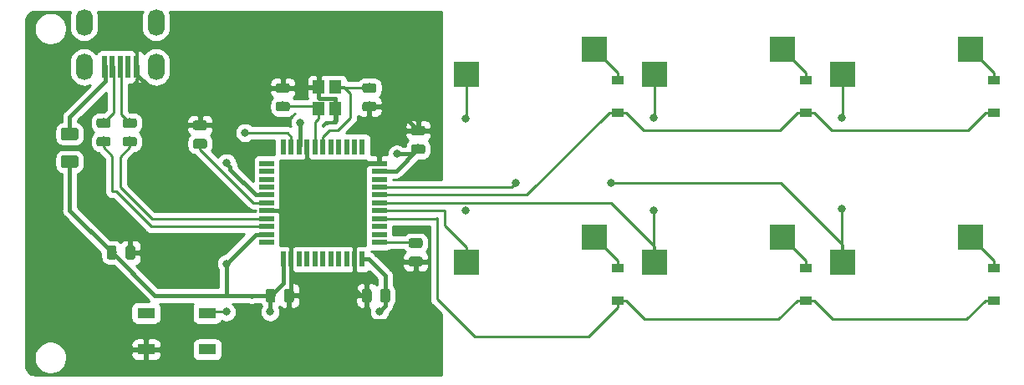
<source format=gbl>
G04 #@! TF.GenerationSoftware,KiCad,Pcbnew,(5.1.4)-1*
G04 #@! TF.CreationDate,2023-05-28T13:58:39-07:00*
G04 #@! TF.ProjectId,keypad,6b657970-6164-42e6-9b69-6361645f7063,rev?*
G04 #@! TF.SameCoordinates,Original*
G04 #@! TF.FileFunction,Copper,L2,Bot*
G04 #@! TF.FilePolarity,Positive*
%FSLAX46Y46*%
G04 Gerber Fmt 4.6, Leading zero omitted, Abs format (unit mm)*
G04 Created by KiCad (PCBNEW (5.1.4)-1) date 2023-05-28 13:58:39*
%MOMM*%
%LPD*%
G04 APERTURE LIST*
%ADD10R,1.200000X1.400000*%
%ADD11O,1.700000X2.700000*%
%ADD12R,0.500000X2.250000*%
%ADD13R,0.550000X1.500000*%
%ADD14R,1.500000X0.550000*%
%ADD15R,1.800000X1.100000*%
%ADD16C,0.100000*%
%ADD17C,0.975000*%
%ADD18R,2.550000X2.500000*%
%ADD19C,1.250000*%
%ADD20R,1.200000X0.900000*%
%ADD21C,0.800000*%
%ADD22C,0.381000*%
%ADD23C,0.254000*%
G04 APERTURE END LIST*
D10*
X185117000Y-110703000D03*
X185117000Y-112903000D03*
X186817000Y-112903000D03*
X186817000Y-110703000D03*
D11*
X161356000Y-104140000D03*
X168656000Y-104140000D03*
X168656000Y-108640000D03*
X161356000Y-108640000D03*
D12*
X163406000Y-108640000D03*
X164206000Y-108640000D03*
X165006000Y-108640000D03*
X165806000Y-108640000D03*
X166606000Y-108640000D03*
D13*
X181547000Y-128128000D03*
X182347000Y-128128000D03*
X183147000Y-128128000D03*
X183947000Y-128128000D03*
X184747000Y-128128000D03*
X185547000Y-128128000D03*
X186347000Y-128128000D03*
X187147000Y-128128000D03*
X187947000Y-128128000D03*
X188747000Y-128128000D03*
X189547000Y-128128000D03*
D14*
X191247000Y-126428000D03*
X191247000Y-125628000D03*
X191247000Y-124828000D03*
X191247000Y-124028000D03*
X191247000Y-123228000D03*
X191247000Y-122428000D03*
X191247000Y-121628000D03*
X191247000Y-120828000D03*
X191247000Y-120028000D03*
X191247000Y-119228000D03*
X191247000Y-118428000D03*
D13*
X189547000Y-116728000D03*
X188747000Y-116728000D03*
X187947000Y-116728000D03*
X187147000Y-116728000D03*
X186347000Y-116728000D03*
X185547000Y-116728000D03*
X184747000Y-116728000D03*
X183947000Y-116728000D03*
X183147000Y-116728000D03*
X182347000Y-116728000D03*
X181547000Y-116728000D03*
D14*
X179847000Y-118428000D03*
X179847000Y-119228000D03*
X179847000Y-120028000D03*
X179847000Y-120828000D03*
X179847000Y-121628000D03*
X179847000Y-122428000D03*
X179847000Y-123228000D03*
X179847000Y-124028000D03*
X179847000Y-124828000D03*
X179847000Y-125628000D03*
X179847000Y-126428000D03*
D15*
X173831250Y-137287000D03*
X167631250Y-133587000D03*
X173831250Y-133587000D03*
X167631250Y-137287000D03*
D16*
G36*
X195425142Y-126005674D02*
G01*
X195448803Y-126009184D01*
X195472007Y-126014996D01*
X195494529Y-126023054D01*
X195516153Y-126033282D01*
X195536670Y-126045579D01*
X195555883Y-126059829D01*
X195573607Y-126075893D01*
X195589671Y-126093617D01*
X195603921Y-126112830D01*
X195616218Y-126133347D01*
X195626446Y-126154971D01*
X195634504Y-126177493D01*
X195640316Y-126200697D01*
X195643826Y-126224358D01*
X195645000Y-126248250D01*
X195645000Y-126735750D01*
X195643826Y-126759642D01*
X195640316Y-126783303D01*
X195634504Y-126806507D01*
X195626446Y-126829029D01*
X195616218Y-126850653D01*
X195603921Y-126871170D01*
X195589671Y-126890383D01*
X195573607Y-126908107D01*
X195555883Y-126924171D01*
X195536670Y-126938421D01*
X195516153Y-126950718D01*
X195494529Y-126960946D01*
X195472007Y-126969004D01*
X195448803Y-126974816D01*
X195425142Y-126978326D01*
X195401250Y-126979500D01*
X194488750Y-126979500D01*
X194464858Y-126978326D01*
X194441197Y-126974816D01*
X194417993Y-126969004D01*
X194395471Y-126960946D01*
X194373847Y-126950718D01*
X194353330Y-126938421D01*
X194334117Y-126924171D01*
X194316393Y-126908107D01*
X194300329Y-126890383D01*
X194286079Y-126871170D01*
X194273782Y-126850653D01*
X194263554Y-126829029D01*
X194255496Y-126806507D01*
X194249684Y-126783303D01*
X194246174Y-126759642D01*
X194245000Y-126735750D01*
X194245000Y-126248250D01*
X194246174Y-126224358D01*
X194249684Y-126200697D01*
X194255496Y-126177493D01*
X194263554Y-126154971D01*
X194273782Y-126133347D01*
X194286079Y-126112830D01*
X194300329Y-126093617D01*
X194316393Y-126075893D01*
X194334117Y-126059829D01*
X194353330Y-126045579D01*
X194373847Y-126033282D01*
X194395471Y-126023054D01*
X194417993Y-126014996D01*
X194441197Y-126009184D01*
X194464858Y-126005674D01*
X194488750Y-126004500D01*
X195401250Y-126004500D01*
X195425142Y-126005674D01*
X195425142Y-126005674D01*
G37*
D17*
X194945000Y-126492000D03*
D16*
G36*
X195425142Y-127880674D02*
G01*
X195448803Y-127884184D01*
X195472007Y-127889996D01*
X195494529Y-127898054D01*
X195516153Y-127908282D01*
X195536670Y-127920579D01*
X195555883Y-127934829D01*
X195573607Y-127950893D01*
X195589671Y-127968617D01*
X195603921Y-127987830D01*
X195616218Y-128008347D01*
X195626446Y-128029971D01*
X195634504Y-128052493D01*
X195640316Y-128075697D01*
X195643826Y-128099358D01*
X195645000Y-128123250D01*
X195645000Y-128610750D01*
X195643826Y-128634642D01*
X195640316Y-128658303D01*
X195634504Y-128681507D01*
X195626446Y-128704029D01*
X195616218Y-128725653D01*
X195603921Y-128746170D01*
X195589671Y-128765383D01*
X195573607Y-128783107D01*
X195555883Y-128799171D01*
X195536670Y-128813421D01*
X195516153Y-128825718D01*
X195494529Y-128835946D01*
X195472007Y-128844004D01*
X195448803Y-128849816D01*
X195425142Y-128853326D01*
X195401250Y-128854500D01*
X194488750Y-128854500D01*
X194464858Y-128853326D01*
X194441197Y-128849816D01*
X194417993Y-128844004D01*
X194395471Y-128835946D01*
X194373847Y-128825718D01*
X194353330Y-128813421D01*
X194334117Y-128799171D01*
X194316393Y-128783107D01*
X194300329Y-128765383D01*
X194286079Y-128746170D01*
X194273782Y-128725653D01*
X194263554Y-128704029D01*
X194255496Y-128681507D01*
X194249684Y-128658303D01*
X194246174Y-128634642D01*
X194245000Y-128610750D01*
X194245000Y-128123250D01*
X194246174Y-128099358D01*
X194249684Y-128075697D01*
X194255496Y-128052493D01*
X194263554Y-128029971D01*
X194273782Y-128008347D01*
X194286079Y-127987830D01*
X194300329Y-127968617D01*
X194316393Y-127950893D01*
X194334117Y-127934829D01*
X194353330Y-127920579D01*
X194373847Y-127908282D01*
X194395471Y-127898054D01*
X194417993Y-127889996D01*
X194441197Y-127884184D01*
X194464858Y-127880674D01*
X194488750Y-127879500D01*
X195401250Y-127879500D01*
X195425142Y-127880674D01*
X195425142Y-127880674D01*
G37*
D17*
X194945000Y-128367000D03*
D16*
G36*
X166469142Y-113843674D02*
G01*
X166492803Y-113847184D01*
X166516007Y-113852996D01*
X166538529Y-113861054D01*
X166560153Y-113871282D01*
X166580670Y-113883579D01*
X166599883Y-113897829D01*
X166617607Y-113913893D01*
X166633671Y-113931617D01*
X166647921Y-113950830D01*
X166660218Y-113971347D01*
X166670446Y-113992971D01*
X166678504Y-114015493D01*
X166684316Y-114038697D01*
X166687826Y-114062358D01*
X166689000Y-114086250D01*
X166689000Y-114573750D01*
X166687826Y-114597642D01*
X166684316Y-114621303D01*
X166678504Y-114644507D01*
X166670446Y-114667029D01*
X166660218Y-114688653D01*
X166647921Y-114709170D01*
X166633671Y-114728383D01*
X166617607Y-114746107D01*
X166599883Y-114762171D01*
X166580670Y-114776421D01*
X166560153Y-114788718D01*
X166538529Y-114798946D01*
X166516007Y-114807004D01*
X166492803Y-114812816D01*
X166469142Y-114816326D01*
X166445250Y-114817500D01*
X165532750Y-114817500D01*
X165508858Y-114816326D01*
X165485197Y-114812816D01*
X165461993Y-114807004D01*
X165439471Y-114798946D01*
X165417847Y-114788718D01*
X165397330Y-114776421D01*
X165378117Y-114762171D01*
X165360393Y-114746107D01*
X165344329Y-114728383D01*
X165330079Y-114709170D01*
X165317782Y-114688653D01*
X165307554Y-114667029D01*
X165299496Y-114644507D01*
X165293684Y-114621303D01*
X165290174Y-114597642D01*
X165289000Y-114573750D01*
X165289000Y-114086250D01*
X165290174Y-114062358D01*
X165293684Y-114038697D01*
X165299496Y-114015493D01*
X165307554Y-113992971D01*
X165317782Y-113971347D01*
X165330079Y-113950830D01*
X165344329Y-113931617D01*
X165360393Y-113913893D01*
X165378117Y-113897829D01*
X165397330Y-113883579D01*
X165417847Y-113871282D01*
X165439471Y-113861054D01*
X165461993Y-113852996D01*
X165485197Y-113847184D01*
X165508858Y-113843674D01*
X165532750Y-113842500D01*
X166445250Y-113842500D01*
X166469142Y-113843674D01*
X166469142Y-113843674D01*
G37*
D17*
X165989000Y-114330000D03*
D16*
G36*
X166469142Y-115718674D02*
G01*
X166492803Y-115722184D01*
X166516007Y-115727996D01*
X166538529Y-115736054D01*
X166560153Y-115746282D01*
X166580670Y-115758579D01*
X166599883Y-115772829D01*
X166617607Y-115788893D01*
X166633671Y-115806617D01*
X166647921Y-115825830D01*
X166660218Y-115846347D01*
X166670446Y-115867971D01*
X166678504Y-115890493D01*
X166684316Y-115913697D01*
X166687826Y-115937358D01*
X166689000Y-115961250D01*
X166689000Y-116448750D01*
X166687826Y-116472642D01*
X166684316Y-116496303D01*
X166678504Y-116519507D01*
X166670446Y-116542029D01*
X166660218Y-116563653D01*
X166647921Y-116584170D01*
X166633671Y-116603383D01*
X166617607Y-116621107D01*
X166599883Y-116637171D01*
X166580670Y-116651421D01*
X166560153Y-116663718D01*
X166538529Y-116673946D01*
X166516007Y-116682004D01*
X166492803Y-116687816D01*
X166469142Y-116691326D01*
X166445250Y-116692500D01*
X165532750Y-116692500D01*
X165508858Y-116691326D01*
X165485197Y-116687816D01*
X165461993Y-116682004D01*
X165439471Y-116673946D01*
X165417847Y-116663718D01*
X165397330Y-116651421D01*
X165378117Y-116637171D01*
X165360393Y-116621107D01*
X165344329Y-116603383D01*
X165330079Y-116584170D01*
X165317782Y-116563653D01*
X165307554Y-116542029D01*
X165299496Y-116519507D01*
X165293684Y-116496303D01*
X165290174Y-116472642D01*
X165289000Y-116448750D01*
X165289000Y-115961250D01*
X165290174Y-115937358D01*
X165293684Y-115913697D01*
X165299496Y-115890493D01*
X165307554Y-115867971D01*
X165317782Y-115846347D01*
X165330079Y-115825830D01*
X165344329Y-115806617D01*
X165360393Y-115788893D01*
X165378117Y-115772829D01*
X165397330Y-115758579D01*
X165417847Y-115746282D01*
X165439471Y-115736054D01*
X165461993Y-115727996D01*
X165485197Y-115722184D01*
X165508858Y-115718674D01*
X165532750Y-115717500D01*
X166445250Y-115717500D01*
X166469142Y-115718674D01*
X166469142Y-115718674D01*
G37*
D17*
X165989000Y-116205000D03*
D16*
G36*
X163802142Y-113843674D02*
G01*
X163825803Y-113847184D01*
X163849007Y-113852996D01*
X163871529Y-113861054D01*
X163893153Y-113871282D01*
X163913670Y-113883579D01*
X163932883Y-113897829D01*
X163950607Y-113913893D01*
X163966671Y-113931617D01*
X163980921Y-113950830D01*
X163993218Y-113971347D01*
X164003446Y-113992971D01*
X164011504Y-114015493D01*
X164017316Y-114038697D01*
X164020826Y-114062358D01*
X164022000Y-114086250D01*
X164022000Y-114573750D01*
X164020826Y-114597642D01*
X164017316Y-114621303D01*
X164011504Y-114644507D01*
X164003446Y-114667029D01*
X163993218Y-114688653D01*
X163980921Y-114709170D01*
X163966671Y-114728383D01*
X163950607Y-114746107D01*
X163932883Y-114762171D01*
X163913670Y-114776421D01*
X163893153Y-114788718D01*
X163871529Y-114798946D01*
X163849007Y-114807004D01*
X163825803Y-114812816D01*
X163802142Y-114816326D01*
X163778250Y-114817500D01*
X162865750Y-114817500D01*
X162841858Y-114816326D01*
X162818197Y-114812816D01*
X162794993Y-114807004D01*
X162772471Y-114798946D01*
X162750847Y-114788718D01*
X162730330Y-114776421D01*
X162711117Y-114762171D01*
X162693393Y-114746107D01*
X162677329Y-114728383D01*
X162663079Y-114709170D01*
X162650782Y-114688653D01*
X162640554Y-114667029D01*
X162632496Y-114644507D01*
X162626684Y-114621303D01*
X162623174Y-114597642D01*
X162622000Y-114573750D01*
X162622000Y-114086250D01*
X162623174Y-114062358D01*
X162626684Y-114038697D01*
X162632496Y-114015493D01*
X162640554Y-113992971D01*
X162650782Y-113971347D01*
X162663079Y-113950830D01*
X162677329Y-113931617D01*
X162693393Y-113913893D01*
X162711117Y-113897829D01*
X162730330Y-113883579D01*
X162750847Y-113871282D01*
X162772471Y-113861054D01*
X162794993Y-113852996D01*
X162818197Y-113847184D01*
X162841858Y-113843674D01*
X162865750Y-113842500D01*
X163778250Y-113842500D01*
X163802142Y-113843674D01*
X163802142Y-113843674D01*
G37*
D17*
X163322000Y-114330000D03*
D16*
G36*
X163802142Y-115718674D02*
G01*
X163825803Y-115722184D01*
X163849007Y-115727996D01*
X163871529Y-115736054D01*
X163893153Y-115746282D01*
X163913670Y-115758579D01*
X163932883Y-115772829D01*
X163950607Y-115788893D01*
X163966671Y-115806617D01*
X163980921Y-115825830D01*
X163993218Y-115846347D01*
X164003446Y-115867971D01*
X164011504Y-115890493D01*
X164017316Y-115913697D01*
X164020826Y-115937358D01*
X164022000Y-115961250D01*
X164022000Y-116448750D01*
X164020826Y-116472642D01*
X164017316Y-116496303D01*
X164011504Y-116519507D01*
X164003446Y-116542029D01*
X163993218Y-116563653D01*
X163980921Y-116584170D01*
X163966671Y-116603383D01*
X163950607Y-116621107D01*
X163932883Y-116637171D01*
X163913670Y-116651421D01*
X163893153Y-116663718D01*
X163871529Y-116673946D01*
X163849007Y-116682004D01*
X163825803Y-116687816D01*
X163802142Y-116691326D01*
X163778250Y-116692500D01*
X162865750Y-116692500D01*
X162841858Y-116691326D01*
X162818197Y-116687816D01*
X162794993Y-116682004D01*
X162772471Y-116673946D01*
X162750847Y-116663718D01*
X162730330Y-116651421D01*
X162711117Y-116637171D01*
X162693393Y-116621107D01*
X162677329Y-116603383D01*
X162663079Y-116584170D01*
X162650782Y-116563653D01*
X162640554Y-116542029D01*
X162632496Y-116519507D01*
X162626684Y-116496303D01*
X162623174Y-116472642D01*
X162622000Y-116448750D01*
X162622000Y-115961250D01*
X162623174Y-115937358D01*
X162626684Y-115913697D01*
X162632496Y-115890493D01*
X162640554Y-115867971D01*
X162650782Y-115846347D01*
X162663079Y-115825830D01*
X162677329Y-115806617D01*
X162693393Y-115788893D01*
X162711117Y-115772829D01*
X162730330Y-115758579D01*
X162750847Y-115746282D01*
X162772471Y-115736054D01*
X162794993Y-115727996D01*
X162818197Y-115722184D01*
X162841858Y-115718674D01*
X162865750Y-115717500D01*
X163778250Y-115717500D01*
X163802142Y-115718674D01*
X163802142Y-115718674D01*
G37*
D17*
X163322000Y-116205000D03*
D18*
X251110750Y-125888750D03*
X238183750Y-128428750D03*
X251110750Y-106838750D03*
X238183750Y-109378750D03*
X232060750Y-125888750D03*
X219133750Y-128428750D03*
X232060750Y-106838750D03*
X219133750Y-109378750D03*
X213010750Y-125888750D03*
X200083750Y-128428750D03*
X213010750Y-106838750D03*
X200083750Y-109378750D03*
D16*
G36*
X160542504Y-114813204D02*
G01*
X160566773Y-114816804D01*
X160590571Y-114822765D01*
X160613671Y-114831030D01*
X160635849Y-114841520D01*
X160656893Y-114854133D01*
X160676598Y-114868747D01*
X160694777Y-114885223D01*
X160711253Y-114903402D01*
X160725867Y-114923107D01*
X160738480Y-114944151D01*
X160748970Y-114966329D01*
X160757235Y-114989429D01*
X160763196Y-115013227D01*
X160766796Y-115037496D01*
X160768000Y-115062000D01*
X160768000Y-115812000D01*
X160766796Y-115836504D01*
X160763196Y-115860773D01*
X160757235Y-115884571D01*
X160748970Y-115907671D01*
X160738480Y-115929849D01*
X160725867Y-115950893D01*
X160711253Y-115970598D01*
X160694777Y-115988777D01*
X160676598Y-116005253D01*
X160656893Y-116019867D01*
X160635849Y-116032480D01*
X160613671Y-116042970D01*
X160590571Y-116051235D01*
X160566773Y-116057196D01*
X160542504Y-116060796D01*
X160518000Y-116062000D01*
X159268000Y-116062000D01*
X159243496Y-116060796D01*
X159219227Y-116057196D01*
X159195429Y-116051235D01*
X159172329Y-116042970D01*
X159150151Y-116032480D01*
X159129107Y-116019867D01*
X159109402Y-116005253D01*
X159091223Y-115988777D01*
X159074747Y-115970598D01*
X159060133Y-115950893D01*
X159047520Y-115929849D01*
X159037030Y-115907671D01*
X159028765Y-115884571D01*
X159022804Y-115860773D01*
X159019204Y-115836504D01*
X159018000Y-115812000D01*
X159018000Y-115062000D01*
X159019204Y-115037496D01*
X159022804Y-115013227D01*
X159028765Y-114989429D01*
X159037030Y-114966329D01*
X159047520Y-114944151D01*
X159060133Y-114923107D01*
X159074747Y-114903402D01*
X159091223Y-114885223D01*
X159109402Y-114868747D01*
X159129107Y-114854133D01*
X159150151Y-114841520D01*
X159172329Y-114831030D01*
X159195429Y-114822765D01*
X159219227Y-114816804D01*
X159243496Y-114813204D01*
X159268000Y-114812000D01*
X160518000Y-114812000D01*
X160542504Y-114813204D01*
X160542504Y-114813204D01*
G37*
D19*
X159893000Y-115437000D03*
D16*
G36*
X160542504Y-117613204D02*
G01*
X160566773Y-117616804D01*
X160590571Y-117622765D01*
X160613671Y-117631030D01*
X160635849Y-117641520D01*
X160656893Y-117654133D01*
X160676598Y-117668747D01*
X160694777Y-117685223D01*
X160711253Y-117703402D01*
X160725867Y-117723107D01*
X160738480Y-117744151D01*
X160748970Y-117766329D01*
X160757235Y-117789429D01*
X160763196Y-117813227D01*
X160766796Y-117837496D01*
X160768000Y-117862000D01*
X160768000Y-118612000D01*
X160766796Y-118636504D01*
X160763196Y-118660773D01*
X160757235Y-118684571D01*
X160748970Y-118707671D01*
X160738480Y-118729849D01*
X160725867Y-118750893D01*
X160711253Y-118770598D01*
X160694777Y-118788777D01*
X160676598Y-118805253D01*
X160656893Y-118819867D01*
X160635849Y-118832480D01*
X160613671Y-118842970D01*
X160590571Y-118851235D01*
X160566773Y-118857196D01*
X160542504Y-118860796D01*
X160518000Y-118862000D01*
X159268000Y-118862000D01*
X159243496Y-118860796D01*
X159219227Y-118857196D01*
X159195429Y-118851235D01*
X159172329Y-118842970D01*
X159150151Y-118832480D01*
X159129107Y-118819867D01*
X159109402Y-118805253D01*
X159091223Y-118788777D01*
X159074747Y-118770598D01*
X159060133Y-118750893D01*
X159047520Y-118729849D01*
X159037030Y-118707671D01*
X159028765Y-118684571D01*
X159022804Y-118660773D01*
X159019204Y-118636504D01*
X159018000Y-118612000D01*
X159018000Y-117862000D01*
X159019204Y-117837496D01*
X159022804Y-117813227D01*
X159028765Y-117789429D01*
X159037030Y-117766329D01*
X159047520Y-117744151D01*
X159060133Y-117723107D01*
X159074747Y-117703402D01*
X159091223Y-117685223D01*
X159109402Y-117668747D01*
X159129107Y-117654133D01*
X159150151Y-117641520D01*
X159172329Y-117631030D01*
X159195429Y-117622765D01*
X159219227Y-117616804D01*
X159243496Y-117613204D01*
X159268000Y-117612000D01*
X160518000Y-117612000D01*
X160542504Y-117613204D01*
X160542504Y-117613204D01*
G37*
D19*
X159893000Y-118237000D03*
D20*
X253492000Y-129033000D03*
X253492000Y-132333000D03*
X253492000Y-109982000D03*
X253492000Y-113282000D03*
X234442000Y-129033000D03*
X234442000Y-132333000D03*
X234442000Y-109983000D03*
X234442000Y-113283000D03*
X215392000Y-129033000D03*
X215392000Y-132333000D03*
X215392000Y-109982000D03*
X215392000Y-113282000D03*
D16*
G36*
X173581142Y-114067674D02*
G01*
X173604803Y-114071184D01*
X173628007Y-114076996D01*
X173650529Y-114085054D01*
X173672153Y-114095282D01*
X173692670Y-114107579D01*
X173711883Y-114121829D01*
X173729607Y-114137893D01*
X173745671Y-114155617D01*
X173759921Y-114174830D01*
X173772218Y-114195347D01*
X173782446Y-114216971D01*
X173790504Y-114239493D01*
X173796316Y-114262697D01*
X173799826Y-114286358D01*
X173801000Y-114310250D01*
X173801000Y-114797750D01*
X173799826Y-114821642D01*
X173796316Y-114845303D01*
X173790504Y-114868507D01*
X173782446Y-114891029D01*
X173772218Y-114912653D01*
X173759921Y-114933170D01*
X173745671Y-114952383D01*
X173729607Y-114970107D01*
X173711883Y-114986171D01*
X173692670Y-115000421D01*
X173672153Y-115012718D01*
X173650529Y-115022946D01*
X173628007Y-115031004D01*
X173604803Y-115036816D01*
X173581142Y-115040326D01*
X173557250Y-115041500D01*
X172644750Y-115041500D01*
X172620858Y-115040326D01*
X172597197Y-115036816D01*
X172573993Y-115031004D01*
X172551471Y-115022946D01*
X172529847Y-115012718D01*
X172509330Y-115000421D01*
X172490117Y-114986171D01*
X172472393Y-114970107D01*
X172456329Y-114952383D01*
X172442079Y-114933170D01*
X172429782Y-114912653D01*
X172419554Y-114891029D01*
X172411496Y-114868507D01*
X172405684Y-114845303D01*
X172402174Y-114821642D01*
X172401000Y-114797750D01*
X172401000Y-114310250D01*
X172402174Y-114286358D01*
X172405684Y-114262697D01*
X172411496Y-114239493D01*
X172419554Y-114216971D01*
X172429782Y-114195347D01*
X172442079Y-114174830D01*
X172456329Y-114155617D01*
X172472393Y-114137893D01*
X172490117Y-114121829D01*
X172509330Y-114107579D01*
X172529847Y-114095282D01*
X172551471Y-114085054D01*
X172573993Y-114076996D01*
X172597197Y-114071184D01*
X172620858Y-114067674D01*
X172644750Y-114066500D01*
X173557250Y-114066500D01*
X173581142Y-114067674D01*
X173581142Y-114067674D01*
G37*
D17*
X173101000Y-114554000D03*
D16*
G36*
X173581142Y-115942674D02*
G01*
X173604803Y-115946184D01*
X173628007Y-115951996D01*
X173650529Y-115960054D01*
X173672153Y-115970282D01*
X173692670Y-115982579D01*
X173711883Y-115996829D01*
X173729607Y-116012893D01*
X173745671Y-116030617D01*
X173759921Y-116049830D01*
X173772218Y-116070347D01*
X173782446Y-116091971D01*
X173790504Y-116114493D01*
X173796316Y-116137697D01*
X173799826Y-116161358D01*
X173801000Y-116185250D01*
X173801000Y-116672750D01*
X173799826Y-116696642D01*
X173796316Y-116720303D01*
X173790504Y-116743507D01*
X173782446Y-116766029D01*
X173772218Y-116787653D01*
X173759921Y-116808170D01*
X173745671Y-116827383D01*
X173729607Y-116845107D01*
X173711883Y-116861171D01*
X173692670Y-116875421D01*
X173672153Y-116887718D01*
X173650529Y-116897946D01*
X173628007Y-116906004D01*
X173604803Y-116911816D01*
X173581142Y-116915326D01*
X173557250Y-116916500D01*
X172644750Y-116916500D01*
X172620858Y-116915326D01*
X172597197Y-116911816D01*
X172573993Y-116906004D01*
X172551471Y-116897946D01*
X172529847Y-116887718D01*
X172509330Y-116875421D01*
X172490117Y-116861171D01*
X172472393Y-116845107D01*
X172456329Y-116827383D01*
X172442079Y-116808170D01*
X172429782Y-116787653D01*
X172419554Y-116766029D01*
X172411496Y-116743507D01*
X172405684Y-116720303D01*
X172402174Y-116696642D01*
X172401000Y-116672750D01*
X172401000Y-116185250D01*
X172402174Y-116161358D01*
X172405684Y-116137697D01*
X172411496Y-116114493D01*
X172419554Y-116091971D01*
X172429782Y-116070347D01*
X172442079Y-116049830D01*
X172456329Y-116030617D01*
X172472393Y-116012893D01*
X172490117Y-115996829D01*
X172509330Y-115982579D01*
X172529847Y-115970282D01*
X172551471Y-115960054D01*
X172573993Y-115951996D01*
X172597197Y-115946184D01*
X172620858Y-115942674D01*
X172644750Y-115941500D01*
X173557250Y-115941500D01*
X173581142Y-115942674D01*
X173581142Y-115942674D01*
G37*
D17*
X173101000Y-116429000D03*
D16*
G36*
X166305142Y-126760674D02*
G01*
X166328803Y-126764184D01*
X166352007Y-126769996D01*
X166374529Y-126778054D01*
X166396153Y-126788282D01*
X166416670Y-126800579D01*
X166435883Y-126814829D01*
X166453607Y-126830893D01*
X166469671Y-126848617D01*
X166483921Y-126867830D01*
X166496218Y-126888347D01*
X166506446Y-126909971D01*
X166514504Y-126932493D01*
X166520316Y-126955697D01*
X166523826Y-126979358D01*
X166525000Y-127003250D01*
X166525000Y-127915750D01*
X166523826Y-127939642D01*
X166520316Y-127963303D01*
X166514504Y-127986507D01*
X166506446Y-128009029D01*
X166496218Y-128030653D01*
X166483921Y-128051170D01*
X166469671Y-128070383D01*
X166453607Y-128088107D01*
X166435883Y-128104171D01*
X166416670Y-128118421D01*
X166396153Y-128130718D01*
X166374529Y-128140946D01*
X166352007Y-128149004D01*
X166328803Y-128154816D01*
X166305142Y-128158326D01*
X166281250Y-128159500D01*
X165793750Y-128159500D01*
X165769858Y-128158326D01*
X165746197Y-128154816D01*
X165722993Y-128149004D01*
X165700471Y-128140946D01*
X165678847Y-128130718D01*
X165658330Y-128118421D01*
X165639117Y-128104171D01*
X165621393Y-128088107D01*
X165605329Y-128070383D01*
X165591079Y-128051170D01*
X165578782Y-128030653D01*
X165568554Y-128009029D01*
X165560496Y-127986507D01*
X165554684Y-127963303D01*
X165551174Y-127939642D01*
X165550000Y-127915750D01*
X165550000Y-127003250D01*
X165551174Y-126979358D01*
X165554684Y-126955697D01*
X165560496Y-126932493D01*
X165568554Y-126909971D01*
X165578782Y-126888347D01*
X165591079Y-126867830D01*
X165605329Y-126848617D01*
X165621393Y-126830893D01*
X165639117Y-126814829D01*
X165658330Y-126800579D01*
X165678847Y-126788282D01*
X165700471Y-126778054D01*
X165722993Y-126769996D01*
X165746197Y-126764184D01*
X165769858Y-126760674D01*
X165793750Y-126759500D01*
X166281250Y-126759500D01*
X166305142Y-126760674D01*
X166305142Y-126760674D01*
G37*
D17*
X166037500Y-127459500D03*
D16*
G36*
X164430142Y-126760674D02*
G01*
X164453803Y-126764184D01*
X164477007Y-126769996D01*
X164499529Y-126778054D01*
X164521153Y-126788282D01*
X164541670Y-126800579D01*
X164560883Y-126814829D01*
X164578607Y-126830893D01*
X164594671Y-126848617D01*
X164608921Y-126867830D01*
X164621218Y-126888347D01*
X164631446Y-126909971D01*
X164639504Y-126932493D01*
X164645316Y-126955697D01*
X164648826Y-126979358D01*
X164650000Y-127003250D01*
X164650000Y-127915750D01*
X164648826Y-127939642D01*
X164645316Y-127963303D01*
X164639504Y-127986507D01*
X164631446Y-128009029D01*
X164621218Y-128030653D01*
X164608921Y-128051170D01*
X164594671Y-128070383D01*
X164578607Y-128088107D01*
X164560883Y-128104171D01*
X164541670Y-128118421D01*
X164521153Y-128130718D01*
X164499529Y-128140946D01*
X164477007Y-128149004D01*
X164453803Y-128154816D01*
X164430142Y-128158326D01*
X164406250Y-128159500D01*
X163918750Y-128159500D01*
X163894858Y-128158326D01*
X163871197Y-128154816D01*
X163847993Y-128149004D01*
X163825471Y-128140946D01*
X163803847Y-128130718D01*
X163783330Y-128118421D01*
X163764117Y-128104171D01*
X163746393Y-128088107D01*
X163730329Y-128070383D01*
X163716079Y-128051170D01*
X163703782Y-128030653D01*
X163693554Y-128009029D01*
X163685496Y-127986507D01*
X163679684Y-127963303D01*
X163676174Y-127939642D01*
X163675000Y-127915750D01*
X163675000Y-127003250D01*
X163676174Y-126979358D01*
X163679684Y-126955697D01*
X163685496Y-126932493D01*
X163693554Y-126909971D01*
X163703782Y-126888347D01*
X163716079Y-126867830D01*
X163730329Y-126848617D01*
X163746393Y-126830893D01*
X163764117Y-126814829D01*
X163783330Y-126800579D01*
X163803847Y-126788282D01*
X163825471Y-126778054D01*
X163847993Y-126769996D01*
X163871197Y-126764184D01*
X163894858Y-126760674D01*
X163918750Y-126759500D01*
X164406250Y-126759500D01*
X164430142Y-126760674D01*
X164430142Y-126760674D01*
G37*
D17*
X164162500Y-127459500D03*
D16*
G36*
X190259642Y-131127174D02*
G01*
X190283303Y-131130684D01*
X190306507Y-131136496D01*
X190329029Y-131144554D01*
X190350653Y-131154782D01*
X190371170Y-131167079D01*
X190390383Y-131181329D01*
X190408107Y-131197393D01*
X190424171Y-131215117D01*
X190438421Y-131234330D01*
X190450718Y-131254847D01*
X190460946Y-131276471D01*
X190469004Y-131298993D01*
X190474816Y-131322197D01*
X190478326Y-131345858D01*
X190479500Y-131369750D01*
X190479500Y-132282250D01*
X190478326Y-132306142D01*
X190474816Y-132329803D01*
X190469004Y-132353007D01*
X190460946Y-132375529D01*
X190450718Y-132397153D01*
X190438421Y-132417670D01*
X190424171Y-132436883D01*
X190408107Y-132454607D01*
X190390383Y-132470671D01*
X190371170Y-132484921D01*
X190350653Y-132497218D01*
X190329029Y-132507446D01*
X190306507Y-132515504D01*
X190283303Y-132521316D01*
X190259642Y-132524826D01*
X190235750Y-132526000D01*
X189748250Y-132526000D01*
X189724358Y-132524826D01*
X189700697Y-132521316D01*
X189677493Y-132515504D01*
X189654971Y-132507446D01*
X189633347Y-132497218D01*
X189612830Y-132484921D01*
X189593617Y-132470671D01*
X189575893Y-132454607D01*
X189559829Y-132436883D01*
X189545579Y-132417670D01*
X189533282Y-132397153D01*
X189523054Y-132375529D01*
X189514996Y-132353007D01*
X189509184Y-132329803D01*
X189505674Y-132306142D01*
X189504500Y-132282250D01*
X189504500Y-131369750D01*
X189505674Y-131345858D01*
X189509184Y-131322197D01*
X189514996Y-131298993D01*
X189523054Y-131276471D01*
X189533282Y-131254847D01*
X189545579Y-131234330D01*
X189559829Y-131215117D01*
X189575893Y-131197393D01*
X189593617Y-131181329D01*
X189612830Y-131167079D01*
X189633347Y-131154782D01*
X189654971Y-131144554D01*
X189677493Y-131136496D01*
X189700697Y-131130684D01*
X189724358Y-131127174D01*
X189748250Y-131126000D01*
X190235750Y-131126000D01*
X190259642Y-131127174D01*
X190259642Y-131127174D01*
G37*
D17*
X189992000Y-131826000D03*
D16*
G36*
X192134642Y-131127174D02*
G01*
X192158303Y-131130684D01*
X192181507Y-131136496D01*
X192204029Y-131144554D01*
X192225653Y-131154782D01*
X192246170Y-131167079D01*
X192265383Y-131181329D01*
X192283107Y-131197393D01*
X192299171Y-131215117D01*
X192313421Y-131234330D01*
X192325718Y-131254847D01*
X192335946Y-131276471D01*
X192344004Y-131298993D01*
X192349816Y-131322197D01*
X192353326Y-131345858D01*
X192354500Y-131369750D01*
X192354500Y-132282250D01*
X192353326Y-132306142D01*
X192349816Y-132329803D01*
X192344004Y-132353007D01*
X192335946Y-132375529D01*
X192325718Y-132397153D01*
X192313421Y-132417670D01*
X192299171Y-132436883D01*
X192283107Y-132454607D01*
X192265383Y-132470671D01*
X192246170Y-132484921D01*
X192225653Y-132497218D01*
X192204029Y-132507446D01*
X192181507Y-132515504D01*
X192158303Y-132521316D01*
X192134642Y-132524826D01*
X192110750Y-132526000D01*
X191623250Y-132526000D01*
X191599358Y-132524826D01*
X191575697Y-132521316D01*
X191552493Y-132515504D01*
X191529971Y-132507446D01*
X191508347Y-132497218D01*
X191487830Y-132484921D01*
X191468617Y-132470671D01*
X191450893Y-132454607D01*
X191434829Y-132436883D01*
X191420579Y-132417670D01*
X191408282Y-132397153D01*
X191398054Y-132375529D01*
X191389996Y-132353007D01*
X191384184Y-132329803D01*
X191380674Y-132306142D01*
X191379500Y-132282250D01*
X191379500Y-131369750D01*
X191380674Y-131345858D01*
X191384184Y-131322197D01*
X191389996Y-131298993D01*
X191398054Y-131276471D01*
X191408282Y-131254847D01*
X191420579Y-131234330D01*
X191434829Y-131215117D01*
X191450893Y-131197393D01*
X191468617Y-131181329D01*
X191487830Y-131167079D01*
X191508347Y-131154782D01*
X191529971Y-131144554D01*
X191552493Y-131136496D01*
X191575697Y-131130684D01*
X191599358Y-131127174D01*
X191623250Y-131126000D01*
X192110750Y-131126000D01*
X192134642Y-131127174D01*
X192134642Y-131127174D01*
G37*
D17*
X191867000Y-131826000D03*
D16*
G36*
X182385642Y-131127174D02*
G01*
X182409303Y-131130684D01*
X182432507Y-131136496D01*
X182455029Y-131144554D01*
X182476653Y-131154782D01*
X182497170Y-131167079D01*
X182516383Y-131181329D01*
X182534107Y-131197393D01*
X182550171Y-131215117D01*
X182564421Y-131234330D01*
X182576718Y-131254847D01*
X182586946Y-131276471D01*
X182595004Y-131298993D01*
X182600816Y-131322197D01*
X182604326Y-131345858D01*
X182605500Y-131369750D01*
X182605500Y-132282250D01*
X182604326Y-132306142D01*
X182600816Y-132329803D01*
X182595004Y-132353007D01*
X182586946Y-132375529D01*
X182576718Y-132397153D01*
X182564421Y-132417670D01*
X182550171Y-132436883D01*
X182534107Y-132454607D01*
X182516383Y-132470671D01*
X182497170Y-132484921D01*
X182476653Y-132497218D01*
X182455029Y-132507446D01*
X182432507Y-132515504D01*
X182409303Y-132521316D01*
X182385642Y-132524826D01*
X182361750Y-132526000D01*
X181874250Y-132526000D01*
X181850358Y-132524826D01*
X181826697Y-132521316D01*
X181803493Y-132515504D01*
X181780971Y-132507446D01*
X181759347Y-132497218D01*
X181738830Y-132484921D01*
X181719617Y-132470671D01*
X181701893Y-132454607D01*
X181685829Y-132436883D01*
X181671579Y-132417670D01*
X181659282Y-132397153D01*
X181649054Y-132375529D01*
X181640996Y-132353007D01*
X181635184Y-132329803D01*
X181631674Y-132306142D01*
X181630500Y-132282250D01*
X181630500Y-131369750D01*
X181631674Y-131345858D01*
X181635184Y-131322197D01*
X181640996Y-131298993D01*
X181649054Y-131276471D01*
X181659282Y-131254847D01*
X181671579Y-131234330D01*
X181685829Y-131215117D01*
X181701893Y-131197393D01*
X181719617Y-131181329D01*
X181738830Y-131167079D01*
X181759347Y-131154782D01*
X181780971Y-131144554D01*
X181803493Y-131136496D01*
X181826697Y-131130684D01*
X181850358Y-131127174D01*
X181874250Y-131126000D01*
X182361750Y-131126000D01*
X182385642Y-131127174D01*
X182385642Y-131127174D01*
G37*
D17*
X182118000Y-131826000D03*
D16*
G36*
X180510642Y-131127174D02*
G01*
X180534303Y-131130684D01*
X180557507Y-131136496D01*
X180580029Y-131144554D01*
X180601653Y-131154782D01*
X180622170Y-131167079D01*
X180641383Y-131181329D01*
X180659107Y-131197393D01*
X180675171Y-131215117D01*
X180689421Y-131234330D01*
X180701718Y-131254847D01*
X180711946Y-131276471D01*
X180720004Y-131298993D01*
X180725816Y-131322197D01*
X180729326Y-131345858D01*
X180730500Y-131369750D01*
X180730500Y-132282250D01*
X180729326Y-132306142D01*
X180725816Y-132329803D01*
X180720004Y-132353007D01*
X180711946Y-132375529D01*
X180701718Y-132397153D01*
X180689421Y-132417670D01*
X180675171Y-132436883D01*
X180659107Y-132454607D01*
X180641383Y-132470671D01*
X180622170Y-132484921D01*
X180601653Y-132497218D01*
X180580029Y-132507446D01*
X180557507Y-132515504D01*
X180534303Y-132521316D01*
X180510642Y-132524826D01*
X180486750Y-132526000D01*
X179999250Y-132526000D01*
X179975358Y-132524826D01*
X179951697Y-132521316D01*
X179928493Y-132515504D01*
X179905971Y-132507446D01*
X179884347Y-132497218D01*
X179863830Y-132484921D01*
X179844617Y-132470671D01*
X179826893Y-132454607D01*
X179810829Y-132436883D01*
X179796579Y-132417670D01*
X179784282Y-132397153D01*
X179774054Y-132375529D01*
X179765996Y-132353007D01*
X179760184Y-132329803D01*
X179756674Y-132306142D01*
X179755500Y-132282250D01*
X179755500Y-131369750D01*
X179756674Y-131345858D01*
X179760184Y-131322197D01*
X179765996Y-131298993D01*
X179774054Y-131276471D01*
X179784282Y-131254847D01*
X179796579Y-131234330D01*
X179810829Y-131215117D01*
X179826893Y-131197393D01*
X179844617Y-131181329D01*
X179863830Y-131167079D01*
X179884347Y-131154782D01*
X179905971Y-131144554D01*
X179928493Y-131136496D01*
X179951697Y-131130684D01*
X179975358Y-131127174D01*
X179999250Y-131126000D01*
X180486750Y-131126000D01*
X180510642Y-131127174D01*
X180510642Y-131127174D01*
G37*
D17*
X180243000Y-131826000D03*
D16*
G36*
X195679142Y-114605674D02*
G01*
X195702803Y-114609184D01*
X195726007Y-114614996D01*
X195748529Y-114623054D01*
X195770153Y-114633282D01*
X195790670Y-114645579D01*
X195809883Y-114659829D01*
X195827607Y-114675893D01*
X195843671Y-114693617D01*
X195857921Y-114712830D01*
X195870218Y-114733347D01*
X195880446Y-114754971D01*
X195888504Y-114777493D01*
X195894316Y-114800697D01*
X195897826Y-114824358D01*
X195899000Y-114848250D01*
X195899000Y-115335750D01*
X195897826Y-115359642D01*
X195894316Y-115383303D01*
X195888504Y-115406507D01*
X195880446Y-115429029D01*
X195870218Y-115450653D01*
X195857921Y-115471170D01*
X195843671Y-115490383D01*
X195827607Y-115508107D01*
X195809883Y-115524171D01*
X195790670Y-115538421D01*
X195770153Y-115550718D01*
X195748529Y-115560946D01*
X195726007Y-115569004D01*
X195702803Y-115574816D01*
X195679142Y-115578326D01*
X195655250Y-115579500D01*
X194742750Y-115579500D01*
X194718858Y-115578326D01*
X194695197Y-115574816D01*
X194671993Y-115569004D01*
X194649471Y-115560946D01*
X194627847Y-115550718D01*
X194607330Y-115538421D01*
X194588117Y-115524171D01*
X194570393Y-115508107D01*
X194554329Y-115490383D01*
X194540079Y-115471170D01*
X194527782Y-115450653D01*
X194517554Y-115429029D01*
X194509496Y-115406507D01*
X194503684Y-115383303D01*
X194500174Y-115359642D01*
X194499000Y-115335750D01*
X194499000Y-114848250D01*
X194500174Y-114824358D01*
X194503684Y-114800697D01*
X194509496Y-114777493D01*
X194517554Y-114754971D01*
X194527782Y-114733347D01*
X194540079Y-114712830D01*
X194554329Y-114693617D01*
X194570393Y-114675893D01*
X194588117Y-114659829D01*
X194607330Y-114645579D01*
X194627847Y-114633282D01*
X194649471Y-114623054D01*
X194671993Y-114614996D01*
X194695197Y-114609184D01*
X194718858Y-114605674D01*
X194742750Y-114604500D01*
X195655250Y-114604500D01*
X195679142Y-114605674D01*
X195679142Y-114605674D01*
G37*
D17*
X195199000Y-115092000D03*
D16*
G36*
X195679142Y-116480674D02*
G01*
X195702803Y-116484184D01*
X195726007Y-116489996D01*
X195748529Y-116498054D01*
X195770153Y-116508282D01*
X195790670Y-116520579D01*
X195809883Y-116534829D01*
X195827607Y-116550893D01*
X195843671Y-116568617D01*
X195857921Y-116587830D01*
X195870218Y-116608347D01*
X195880446Y-116629971D01*
X195888504Y-116652493D01*
X195894316Y-116675697D01*
X195897826Y-116699358D01*
X195899000Y-116723250D01*
X195899000Y-117210750D01*
X195897826Y-117234642D01*
X195894316Y-117258303D01*
X195888504Y-117281507D01*
X195880446Y-117304029D01*
X195870218Y-117325653D01*
X195857921Y-117346170D01*
X195843671Y-117365383D01*
X195827607Y-117383107D01*
X195809883Y-117399171D01*
X195790670Y-117413421D01*
X195770153Y-117425718D01*
X195748529Y-117435946D01*
X195726007Y-117444004D01*
X195702803Y-117449816D01*
X195679142Y-117453326D01*
X195655250Y-117454500D01*
X194742750Y-117454500D01*
X194718858Y-117453326D01*
X194695197Y-117449816D01*
X194671993Y-117444004D01*
X194649471Y-117435946D01*
X194627847Y-117425718D01*
X194607330Y-117413421D01*
X194588117Y-117399171D01*
X194570393Y-117383107D01*
X194554329Y-117365383D01*
X194540079Y-117346170D01*
X194527782Y-117325653D01*
X194517554Y-117304029D01*
X194509496Y-117281507D01*
X194503684Y-117258303D01*
X194500174Y-117234642D01*
X194499000Y-117210750D01*
X194499000Y-116723250D01*
X194500174Y-116699358D01*
X194503684Y-116675697D01*
X194509496Y-116652493D01*
X194517554Y-116629971D01*
X194527782Y-116608347D01*
X194540079Y-116587830D01*
X194554329Y-116568617D01*
X194570393Y-116550893D01*
X194588117Y-116534829D01*
X194607330Y-116520579D01*
X194627847Y-116508282D01*
X194649471Y-116498054D01*
X194671993Y-116489996D01*
X194695197Y-116484184D01*
X194718858Y-116480674D01*
X194742750Y-116479500D01*
X195655250Y-116479500D01*
X195679142Y-116480674D01*
X195679142Y-116480674D01*
G37*
D17*
X195199000Y-116967000D03*
D16*
G36*
X190726142Y-112162674D02*
G01*
X190749803Y-112166184D01*
X190773007Y-112171996D01*
X190795529Y-112180054D01*
X190817153Y-112190282D01*
X190837670Y-112202579D01*
X190856883Y-112216829D01*
X190874607Y-112232893D01*
X190890671Y-112250617D01*
X190904921Y-112269830D01*
X190917218Y-112290347D01*
X190927446Y-112311971D01*
X190935504Y-112334493D01*
X190941316Y-112357697D01*
X190944826Y-112381358D01*
X190946000Y-112405250D01*
X190946000Y-112892750D01*
X190944826Y-112916642D01*
X190941316Y-112940303D01*
X190935504Y-112963507D01*
X190927446Y-112986029D01*
X190917218Y-113007653D01*
X190904921Y-113028170D01*
X190890671Y-113047383D01*
X190874607Y-113065107D01*
X190856883Y-113081171D01*
X190837670Y-113095421D01*
X190817153Y-113107718D01*
X190795529Y-113117946D01*
X190773007Y-113126004D01*
X190749803Y-113131816D01*
X190726142Y-113135326D01*
X190702250Y-113136500D01*
X189789750Y-113136500D01*
X189765858Y-113135326D01*
X189742197Y-113131816D01*
X189718993Y-113126004D01*
X189696471Y-113117946D01*
X189674847Y-113107718D01*
X189654330Y-113095421D01*
X189635117Y-113081171D01*
X189617393Y-113065107D01*
X189601329Y-113047383D01*
X189587079Y-113028170D01*
X189574782Y-113007653D01*
X189564554Y-112986029D01*
X189556496Y-112963507D01*
X189550684Y-112940303D01*
X189547174Y-112916642D01*
X189546000Y-112892750D01*
X189546000Y-112405250D01*
X189547174Y-112381358D01*
X189550684Y-112357697D01*
X189556496Y-112334493D01*
X189564554Y-112311971D01*
X189574782Y-112290347D01*
X189587079Y-112269830D01*
X189601329Y-112250617D01*
X189617393Y-112232893D01*
X189635117Y-112216829D01*
X189654330Y-112202579D01*
X189674847Y-112190282D01*
X189696471Y-112180054D01*
X189718993Y-112171996D01*
X189742197Y-112166184D01*
X189765858Y-112162674D01*
X189789750Y-112161500D01*
X190702250Y-112161500D01*
X190726142Y-112162674D01*
X190726142Y-112162674D01*
G37*
D17*
X190246000Y-112649000D03*
D16*
G36*
X190726142Y-110287674D02*
G01*
X190749803Y-110291184D01*
X190773007Y-110296996D01*
X190795529Y-110305054D01*
X190817153Y-110315282D01*
X190837670Y-110327579D01*
X190856883Y-110341829D01*
X190874607Y-110357893D01*
X190890671Y-110375617D01*
X190904921Y-110394830D01*
X190917218Y-110415347D01*
X190927446Y-110436971D01*
X190935504Y-110459493D01*
X190941316Y-110482697D01*
X190944826Y-110506358D01*
X190946000Y-110530250D01*
X190946000Y-111017750D01*
X190944826Y-111041642D01*
X190941316Y-111065303D01*
X190935504Y-111088507D01*
X190927446Y-111111029D01*
X190917218Y-111132653D01*
X190904921Y-111153170D01*
X190890671Y-111172383D01*
X190874607Y-111190107D01*
X190856883Y-111206171D01*
X190837670Y-111220421D01*
X190817153Y-111232718D01*
X190795529Y-111242946D01*
X190773007Y-111251004D01*
X190749803Y-111256816D01*
X190726142Y-111260326D01*
X190702250Y-111261500D01*
X189789750Y-111261500D01*
X189765858Y-111260326D01*
X189742197Y-111256816D01*
X189718993Y-111251004D01*
X189696471Y-111242946D01*
X189674847Y-111232718D01*
X189654330Y-111220421D01*
X189635117Y-111206171D01*
X189617393Y-111190107D01*
X189601329Y-111172383D01*
X189587079Y-111153170D01*
X189574782Y-111132653D01*
X189564554Y-111111029D01*
X189556496Y-111088507D01*
X189550684Y-111065303D01*
X189547174Y-111041642D01*
X189546000Y-111017750D01*
X189546000Y-110530250D01*
X189547174Y-110506358D01*
X189550684Y-110482697D01*
X189556496Y-110459493D01*
X189564554Y-110436971D01*
X189574782Y-110415347D01*
X189587079Y-110394830D01*
X189601329Y-110375617D01*
X189617393Y-110357893D01*
X189635117Y-110341829D01*
X189654330Y-110327579D01*
X189674847Y-110315282D01*
X189696471Y-110305054D01*
X189718993Y-110296996D01*
X189742197Y-110291184D01*
X189765858Y-110287674D01*
X189789750Y-110286500D01*
X190702250Y-110286500D01*
X190726142Y-110287674D01*
X190726142Y-110287674D01*
G37*
D17*
X190246000Y-110774000D03*
D16*
G36*
X181963142Y-110287674D02*
G01*
X181986803Y-110291184D01*
X182010007Y-110296996D01*
X182032529Y-110305054D01*
X182054153Y-110315282D01*
X182074670Y-110327579D01*
X182093883Y-110341829D01*
X182111607Y-110357893D01*
X182127671Y-110375617D01*
X182141921Y-110394830D01*
X182154218Y-110415347D01*
X182164446Y-110436971D01*
X182172504Y-110459493D01*
X182178316Y-110482697D01*
X182181826Y-110506358D01*
X182183000Y-110530250D01*
X182183000Y-111017750D01*
X182181826Y-111041642D01*
X182178316Y-111065303D01*
X182172504Y-111088507D01*
X182164446Y-111111029D01*
X182154218Y-111132653D01*
X182141921Y-111153170D01*
X182127671Y-111172383D01*
X182111607Y-111190107D01*
X182093883Y-111206171D01*
X182074670Y-111220421D01*
X182054153Y-111232718D01*
X182032529Y-111242946D01*
X182010007Y-111251004D01*
X181986803Y-111256816D01*
X181963142Y-111260326D01*
X181939250Y-111261500D01*
X181026750Y-111261500D01*
X181002858Y-111260326D01*
X180979197Y-111256816D01*
X180955993Y-111251004D01*
X180933471Y-111242946D01*
X180911847Y-111232718D01*
X180891330Y-111220421D01*
X180872117Y-111206171D01*
X180854393Y-111190107D01*
X180838329Y-111172383D01*
X180824079Y-111153170D01*
X180811782Y-111132653D01*
X180801554Y-111111029D01*
X180793496Y-111088507D01*
X180787684Y-111065303D01*
X180784174Y-111041642D01*
X180783000Y-111017750D01*
X180783000Y-110530250D01*
X180784174Y-110506358D01*
X180787684Y-110482697D01*
X180793496Y-110459493D01*
X180801554Y-110436971D01*
X180811782Y-110415347D01*
X180824079Y-110394830D01*
X180838329Y-110375617D01*
X180854393Y-110357893D01*
X180872117Y-110341829D01*
X180891330Y-110327579D01*
X180911847Y-110315282D01*
X180933471Y-110305054D01*
X180955993Y-110296996D01*
X180979197Y-110291184D01*
X181002858Y-110287674D01*
X181026750Y-110286500D01*
X181939250Y-110286500D01*
X181963142Y-110287674D01*
X181963142Y-110287674D01*
G37*
D17*
X181483000Y-110774000D03*
D16*
G36*
X181963142Y-112162674D02*
G01*
X181986803Y-112166184D01*
X182010007Y-112171996D01*
X182032529Y-112180054D01*
X182054153Y-112190282D01*
X182074670Y-112202579D01*
X182093883Y-112216829D01*
X182111607Y-112232893D01*
X182127671Y-112250617D01*
X182141921Y-112269830D01*
X182154218Y-112290347D01*
X182164446Y-112311971D01*
X182172504Y-112334493D01*
X182178316Y-112357697D01*
X182181826Y-112381358D01*
X182183000Y-112405250D01*
X182183000Y-112892750D01*
X182181826Y-112916642D01*
X182178316Y-112940303D01*
X182172504Y-112963507D01*
X182164446Y-112986029D01*
X182154218Y-113007653D01*
X182141921Y-113028170D01*
X182127671Y-113047383D01*
X182111607Y-113065107D01*
X182093883Y-113081171D01*
X182074670Y-113095421D01*
X182054153Y-113107718D01*
X182032529Y-113117946D01*
X182010007Y-113126004D01*
X181986803Y-113131816D01*
X181963142Y-113135326D01*
X181939250Y-113136500D01*
X181026750Y-113136500D01*
X181002858Y-113135326D01*
X180979197Y-113131816D01*
X180955993Y-113126004D01*
X180933471Y-113117946D01*
X180911847Y-113107718D01*
X180891330Y-113095421D01*
X180872117Y-113081171D01*
X180854393Y-113065107D01*
X180838329Y-113047383D01*
X180824079Y-113028170D01*
X180811782Y-113007653D01*
X180801554Y-112986029D01*
X180793496Y-112963507D01*
X180787684Y-112940303D01*
X180784174Y-112916642D01*
X180783000Y-112892750D01*
X180783000Y-112405250D01*
X180784174Y-112381358D01*
X180787684Y-112357697D01*
X180793496Y-112334493D01*
X180801554Y-112311971D01*
X180811782Y-112290347D01*
X180824079Y-112269830D01*
X180838329Y-112250617D01*
X180854393Y-112232893D01*
X180872117Y-112216829D01*
X180891330Y-112202579D01*
X180911847Y-112190282D01*
X180933471Y-112180054D01*
X180955993Y-112171996D01*
X180979197Y-112166184D01*
X181002858Y-112162674D01*
X181026750Y-112161500D01*
X181939250Y-112161500D01*
X181963142Y-112162674D01*
X181963142Y-112162674D01*
G37*
D17*
X181483000Y-112649000D03*
D21*
X175768000Y-128576000D03*
X193040000Y-117475000D03*
X183261000Y-114300000D03*
X175768000Y-118364000D03*
X191262000Y-133477000D03*
X180213000Y-133477000D03*
X200025000Y-113919000D03*
X200025000Y-123190000D03*
X219075000Y-113792000D03*
X219075000Y-123190000D03*
X238125000Y-113792000D03*
X238125000Y-123063000D03*
X205105000Y-120396000D03*
X214757000Y-120396000D03*
X175768000Y-133477000D03*
X177673000Y-115316000D03*
D22*
X172301000Y-114554000D02*
X173101000Y-114554000D01*
X171827000Y-114554000D02*
X172301000Y-114554000D01*
X166733000Y-108585000D02*
X166733000Y-109460000D01*
X175230000Y-110774000D02*
X181483000Y-110774000D01*
X173101000Y-114554000D02*
X173101000Y-112903000D01*
X173101000Y-112903000D02*
X175230000Y-110774000D01*
X185046000Y-110774000D02*
X185117000Y-110703000D01*
X181483000Y-110774000D02*
X185046000Y-110774000D01*
X189992000Y-112903000D02*
X190246000Y-112649000D01*
X192756000Y-112649000D02*
X195199000Y-115092000D01*
X190246000Y-112649000D02*
X192756000Y-112649000D01*
X185117000Y-111784000D02*
X185117000Y-110703000D01*
X185145499Y-111812499D02*
X185117000Y-111784000D01*
X186807499Y-111812499D02*
X185145499Y-111812499D01*
X186817000Y-111822000D02*
X186807499Y-111812499D01*
X186817000Y-112903000D02*
X186817000Y-111822000D01*
X182347000Y-126997000D02*
X182347000Y-128128000D01*
X182347000Y-126197000D02*
X182347000Y-126997000D01*
X191247000Y-118428000D02*
X190116000Y-118428000D01*
X185816000Y-119728000D02*
X188816000Y-119728000D01*
X183947000Y-117859000D02*
X185816000Y-119728000D01*
X183947000Y-116728000D02*
X183947000Y-117859000D01*
X190116000Y-118428000D02*
X188816000Y-119728000D01*
X185204000Y-123228000D02*
X185260000Y-123284000D01*
X179847000Y-123228000D02*
X185204000Y-123228000D01*
X185260000Y-123284000D02*
X182347000Y-126197000D01*
X188747000Y-123977000D02*
X186657000Y-121887000D01*
X188747000Y-128128000D02*
X188747000Y-123977000D01*
X188816000Y-119728000D02*
X186657000Y-121887000D01*
X186657000Y-121887000D02*
X185260000Y-123284000D01*
X188747000Y-129259000D02*
X188747000Y-128128000D01*
X189404500Y-131826000D02*
X188747000Y-131168500D01*
X189992000Y-131826000D02*
X189404500Y-131826000D01*
X182347000Y-131597000D02*
X182347000Y-128128000D01*
X182118000Y-131826000D02*
X182347000Y-131597000D01*
X194945000Y-128367000D02*
X194945000Y-128954500D01*
X188747000Y-131168500D02*
X188747000Y-129946000D01*
X188747000Y-129946000D02*
X188747000Y-129259000D01*
X166037500Y-127459500D02*
X167591500Y-127459500D01*
X167591500Y-127459500D02*
X167640000Y-127508000D01*
X170307000Y-113157000D02*
X170368500Y-113095500D01*
X170307000Y-116332000D02*
X170307000Y-113157000D01*
X166733000Y-109460000D02*
X170368500Y-113095500D01*
X170368500Y-113095500D02*
X171827000Y-114554000D01*
X194945000Y-130369672D02*
X193294000Y-132020672D01*
X194945000Y-128367000D02*
X194945000Y-130369672D01*
X193294000Y-132020672D02*
X193294000Y-133858000D01*
X193294000Y-133858000D02*
X192786000Y-134366000D01*
X192786000Y-134366000D02*
X190119000Y-134366000D01*
X189992000Y-134239000D02*
X189992000Y-131826000D01*
X190119000Y-134366000D02*
X189992000Y-134239000D01*
D23*
X184863000Y-112649000D02*
X185117000Y-112903000D01*
X181483000Y-112649000D02*
X184863000Y-112649000D01*
X184747000Y-115724000D02*
X184747000Y-116728000D01*
X184747000Y-114227000D02*
X184747000Y-115724000D01*
X185117000Y-113857000D02*
X184747000Y-114227000D01*
X185117000Y-112903000D02*
X185117000Y-113857000D01*
X186888000Y-110774000D02*
X186817000Y-110703000D01*
X190246000Y-110774000D02*
X186888000Y-110774000D01*
X187671000Y-110703000D02*
X188341000Y-111373000D01*
X186817000Y-110703000D02*
X187671000Y-110703000D01*
X188341000Y-111373000D02*
X188341000Y-113792000D01*
X188341000Y-113792000D02*
X187071000Y-115062000D01*
X185547000Y-115724000D02*
X185547000Y-116728000D01*
X186209000Y-115062000D02*
X185547000Y-115724000D01*
X187071000Y-115062000D02*
X186209000Y-115062000D01*
D22*
X159893000Y-123190000D02*
X164162500Y-127459500D01*
X159893000Y-118237000D02*
X159893000Y-123190000D01*
X164162500Y-127459500D02*
X168529000Y-131826000D01*
X181547000Y-130522000D02*
X181547000Y-128128000D01*
X180243000Y-131826000D02*
X181547000Y-130522000D01*
X192938000Y-119228000D02*
X191247000Y-119228000D01*
X195199000Y-116967000D02*
X192938000Y-119228000D01*
X191867000Y-131826000D02*
X191867000Y-132626000D01*
X178308000Y-131953000D02*
X178435000Y-131826000D01*
X178435000Y-131826000D02*
X180243000Y-131826000D01*
X178716000Y-125628000D02*
X179847000Y-125628000D01*
X175768000Y-128576000D02*
X178716000Y-125628000D01*
X175768000Y-131826000D02*
X175768000Y-128576000D01*
X175768000Y-131826000D02*
X178435000Y-131826000D01*
X168529000Y-131826000D02*
X175768000Y-131826000D01*
X194691000Y-117475000D02*
X195199000Y-116967000D01*
X193040000Y-117475000D02*
X194691000Y-117475000D01*
X183261000Y-116614000D02*
X183147000Y-116728000D01*
X183261000Y-114300000D02*
X183261000Y-116614000D01*
X178716000Y-121628000D02*
X179847000Y-121628000D01*
X176167999Y-119079999D02*
X178716000Y-121628000D01*
X175768000Y-118364000D02*
X176167999Y-118763999D01*
X176167999Y-118763999D02*
X176167999Y-119079999D01*
X190203000Y-128128000D02*
X189547000Y-128128000D01*
X191867000Y-131826000D02*
X191867000Y-129792000D01*
X191867000Y-129792000D02*
X190203000Y-128128000D01*
X191867000Y-131826000D02*
X191867000Y-132872000D01*
X191867000Y-132872000D02*
X191262000Y-133477000D01*
X180213000Y-131856000D02*
X180243000Y-131826000D01*
X180213000Y-133477000D02*
X180213000Y-131856000D01*
D23*
X178843000Y-122428000D02*
X179847000Y-122428000D01*
X178512500Y-122428000D02*
X178843000Y-122428000D01*
X173101000Y-117016500D02*
X178512500Y-122428000D01*
X173101000Y-116429000D02*
X173101000Y-117016500D01*
X215392000Y-109278000D02*
X215392000Y-109982000D01*
X215392000Y-109195000D02*
X215392000Y-109278000D01*
X213035750Y-106838750D02*
X215392000Y-109195000D01*
X213010750Y-106838750D02*
X213035750Y-106838750D01*
X216246000Y-113282000D02*
X218026000Y-115062000D01*
X215392000Y-113282000D02*
X216246000Y-113282000D01*
X233588000Y-113283000D02*
X234442000Y-113283000D01*
X231809000Y-115062000D02*
X233588000Y-113283000D01*
X218026000Y-115062000D02*
X231809000Y-115062000D01*
X235296000Y-113283000D02*
X237075000Y-115062000D01*
X234442000Y-113283000D02*
X235296000Y-113283000D01*
X252638000Y-113282000D02*
X253492000Y-113282000D01*
X250858000Y-115062000D02*
X252638000Y-113282000D01*
X237075000Y-115062000D02*
X250858000Y-115062000D01*
X192251000Y-121628000D02*
X191247000Y-121628000D01*
X206192000Y-121628000D02*
X192251000Y-121628000D01*
X214538000Y-113282000D02*
X206192000Y-121628000D01*
X215392000Y-113282000D02*
X214538000Y-113282000D01*
X215392000Y-128329000D02*
X215392000Y-129033000D01*
X215392000Y-128245000D02*
X215392000Y-128329000D01*
X213035750Y-125888750D02*
X215392000Y-128245000D01*
X213010750Y-125888750D02*
X213035750Y-125888750D01*
X252638000Y-132333000D02*
X250732000Y-134239000D01*
X253492000Y-132333000D02*
X252638000Y-132333000D01*
X235296000Y-132333000D02*
X234442000Y-132333000D01*
X237202000Y-134239000D02*
X235296000Y-132333000D01*
X250732000Y-134239000D02*
X237202000Y-134239000D01*
X233588000Y-132333000D02*
X231682000Y-134239000D01*
X234442000Y-132333000D02*
X233588000Y-132333000D01*
X216246000Y-132333000D02*
X215392000Y-132333000D01*
X218152000Y-134239000D02*
X216246000Y-132333000D01*
X231682000Y-134239000D02*
X218152000Y-134239000D01*
X215392000Y-133037000D02*
X212412000Y-136017000D01*
X215392000Y-132333000D02*
X215392000Y-133037000D01*
X212412000Y-136017000D02*
X200914000Y-136017000D01*
X200914000Y-136017000D02*
X197104000Y-132207000D01*
X197104000Y-132207000D02*
X197104000Y-123952000D01*
X197028000Y-124028000D02*
X191247000Y-124028000D01*
X197104000Y-123952000D02*
X197028000Y-124028000D01*
X234442000Y-109279000D02*
X234442000Y-109983000D01*
X234442000Y-109195000D02*
X234442000Y-109279000D01*
X232085750Y-106838750D02*
X234442000Y-109195000D01*
X232060750Y-106838750D02*
X232085750Y-106838750D01*
X234442000Y-128329000D02*
X234442000Y-129033000D01*
X234442000Y-128245000D02*
X234442000Y-128329000D01*
X232085750Y-125888750D02*
X234442000Y-128245000D01*
X232060750Y-125888750D02*
X232085750Y-125888750D01*
X253492000Y-109278000D02*
X253492000Y-109982000D01*
X253492000Y-109195000D02*
X253492000Y-109278000D01*
X251135750Y-106838750D02*
X253492000Y-109195000D01*
X251110750Y-106838750D02*
X251135750Y-106838750D01*
X253492000Y-128329000D02*
X253492000Y-129033000D01*
X253492000Y-128245000D02*
X253492000Y-128329000D01*
X251135750Y-125888750D02*
X253492000Y-128245000D01*
X251110750Y-125888750D02*
X251135750Y-125888750D01*
X163533000Y-108585000D02*
X163533000Y-109460000D01*
D22*
X163533000Y-110091000D02*
X159893000Y-113731000D01*
X163533000Y-108585000D02*
X163533000Y-110091000D01*
X159893000Y-113731000D02*
X159893000Y-115437000D01*
D23*
X200083750Y-109378750D02*
X200083750Y-113860250D01*
X200083750Y-113860250D02*
X200025000Y-113919000D01*
X197828000Y-123228000D02*
X191247000Y-123228000D01*
X197866000Y-123190000D02*
X197828000Y-123228000D01*
X197866000Y-124707000D02*
X197866000Y-123190000D01*
X200083750Y-128428750D02*
X200083750Y-126924750D01*
X200083750Y-126924750D02*
X197866000Y-124707000D01*
X219133750Y-109378750D02*
X219133750Y-113733250D01*
X219133750Y-113733250D02*
X219075000Y-113792000D01*
X219075000Y-128370000D02*
X219133750Y-128428750D01*
X219075000Y-123190000D02*
X219075000Y-128370000D01*
X191247000Y-122428000D02*
X214757000Y-122428000D01*
X219133750Y-126804750D02*
X219133750Y-128428750D01*
X214757000Y-122428000D02*
X219133750Y-126804750D01*
X238183750Y-109378750D02*
X238183750Y-113733250D01*
X238183750Y-113733250D02*
X238125000Y-113792000D01*
X238125000Y-128370000D02*
X238183750Y-128428750D01*
X238125000Y-123063000D02*
X238125000Y-128370000D01*
X191247000Y-120828000D02*
X204673000Y-120828000D01*
X204673000Y-120828000D02*
X205105000Y-120396000D01*
X238183750Y-126677750D02*
X238183750Y-128428750D01*
X214757000Y-120396000D02*
X231902000Y-120396000D01*
X231902000Y-120396000D02*
X238183750Y-126677750D01*
X164333000Y-109964000D02*
X164338000Y-109969000D01*
X164333000Y-108585000D02*
X164333000Y-109964000D01*
X164338000Y-113314000D02*
X163322000Y-114330000D01*
X164338000Y-109969000D02*
X164338000Y-113314000D01*
X163322000Y-116792500D02*
X164211000Y-117681500D01*
X163322000Y-116205000D02*
X163322000Y-116792500D01*
X164211000Y-117681500D02*
X164211000Y-121285000D01*
X164211000Y-121285000D02*
X164592000Y-121285000D01*
X168135000Y-124828000D02*
X179847000Y-124828000D01*
X164592000Y-121285000D02*
X168135000Y-124828000D01*
X165133000Y-109964000D02*
X165100000Y-109997000D01*
X165133000Y-108585000D02*
X165133000Y-109964000D01*
X165100000Y-113441000D02*
X165989000Y-114330000D01*
X165100000Y-109997000D02*
X165100000Y-113441000D01*
X168224000Y-124028000D02*
X179847000Y-124028000D01*
X165046010Y-120850010D02*
X168224000Y-124028000D01*
X165046010Y-117735490D02*
X165046010Y-120850010D01*
X165989000Y-116205000D02*
X165989000Y-116792500D01*
X165989000Y-116792500D02*
X165046010Y-117735490D01*
X194881000Y-126428000D02*
X194945000Y-126492000D01*
X191247000Y-126428000D02*
X194881000Y-126428000D01*
X175658000Y-133587000D02*
X175768000Y-133477000D01*
X182347000Y-115724000D02*
X182347000Y-116728000D01*
X181939000Y-115316000D02*
X182347000Y-115724000D01*
X177673000Y-115316000D02*
X181939000Y-115316000D01*
X173941250Y-133477000D02*
X173831250Y-133587000D01*
X175768000Y-133477000D02*
X173941250Y-133477000D01*
G36*
X159977401Y-103068966D02*
G01*
X159892487Y-103348889D01*
X159871000Y-103567050D01*
X159871000Y-104712949D01*
X159892487Y-104931110D01*
X159977401Y-105211033D01*
X160115294Y-105469013D01*
X160300866Y-105695134D01*
X160526986Y-105880706D01*
X160784966Y-106018599D01*
X161064889Y-106103513D01*
X161356000Y-106132185D01*
X161647110Y-106103513D01*
X161927033Y-106018599D01*
X162185013Y-105880706D01*
X162411134Y-105695134D01*
X162596706Y-105469014D01*
X162734599Y-105211034D01*
X162819513Y-104931111D01*
X162841000Y-104712950D01*
X162841000Y-103567050D01*
X162819513Y-103348889D01*
X162734599Y-103068966D01*
X162726466Y-103053750D01*
X167285534Y-103053750D01*
X167277401Y-103068966D01*
X167192487Y-103348889D01*
X167171000Y-103567050D01*
X167171000Y-104712949D01*
X167192487Y-104931110D01*
X167277401Y-105211033D01*
X167415294Y-105469013D01*
X167600866Y-105695134D01*
X167826986Y-105880706D01*
X168084966Y-106018599D01*
X168364889Y-106103513D01*
X168656000Y-106132185D01*
X168947110Y-106103513D01*
X169227033Y-106018599D01*
X169485013Y-105880706D01*
X169711134Y-105695134D01*
X169896706Y-105469014D01*
X170034599Y-105211034D01*
X170119513Y-104931111D01*
X170141000Y-104712950D01*
X170141000Y-103567050D01*
X170119513Y-103348889D01*
X170034599Y-103068966D01*
X170026466Y-103053750D01*
X197360305Y-103053750D01*
X197417013Y-120066000D01*
X192635072Y-120066000D01*
X192635072Y-120053500D01*
X192897450Y-120053500D01*
X192938000Y-120057494D01*
X192978550Y-120053500D01*
X192978553Y-120053500D01*
X193099826Y-120041556D01*
X193255434Y-119994353D01*
X193398842Y-119917699D01*
X193524541Y-119814541D01*
X193550398Y-119783034D01*
X195240862Y-118092572D01*
X195655250Y-118092572D01*
X195827285Y-118075628D01*
X195992709Y-118025447D01*
X196145164Y-117943958D01*
X196278792Y-117834292D01*
X196388458Y-117700664D01*
X196469947Y-117548209D01*
X196520128Y-117382785D01*
X196537072Y-117210750D01*
X196537072Y-116723250D01*
X196520128Y-116551215D01*
X196469947Y-116385791D01*
X196388458Y-116233336D01*
X196278792Y-116099708D01*
X196272436Y-116094492D01*
X196350185Y-116030685D01*
X196429537Y-115933994D01*
X196488502Y-115823680D01*
X196524812Y-115703982D01*
X196537072Y-115579500D01*
X196534000Y-115377750D01*
X196375250Y-115219000D01*
X195326000Y-115219000D01*
X195326000Y-115239000D01*
X195072000Y-115239000D01*
X195072000Y-115219000D01*
X194022750Y-115219000D01*
X193864000Y-115377750D01*
X193860928Y-115579500D01*
X193873188Y-115703982D01*
X193909498Y-115823680D01*
X193968463Y-115933994D01*
X194047815Y-116030685D01*
X194125564Y-116094492D01*
X194119208Y-116099708D01*
X194009542Y-116233336D01*
X193928053Y-116385791D01*
X193877872Y-116551215D01*
X193868192Y-116649500D01*
X193667503Y-116649500D01*
X193530256Y-116557795D01*
X193341898Y-116479774D01*
X193141939Y-116440000D01*
X192938061Y-116440000D01*
X192738102Y-116479774D01*
X192549744Y-116557795D01*
X192380226Y-116671063D01*
X192236063Y-116815226D01*
X192122795Y-116984744D01*
X192044774Y-117173102D01*
X192005000Y-117373061D01*
X192005000Y-117515983D01*
X191993787Y-117514936D01*
X191532750Y-117518000D01*
X191374000Y-117676750D01*
X191374000Y-118301000D01*
X191394000Y-118301000D01*
X191394000Y-118314928D01*
X190497000Y-118314928D01*
X190372518Y-118327188D01*
X190252820Y-118363498D01*
X190142506Y-118422463D01*
X190045815Y-118501815D01*
X189966463Y-118598506D01*
X189954083Y-118621667D01*
X189862000Y-118713750D01*
X189871546Y-118827337D01*
X189871188Y-118828518D01*
X189858928Y-118953000D01*
X189858928Y-119503000D01*
X189871188Y-119627482D01*
X189871345Y-119628000D01*
X189871188Y-119628518D01*
X189858928Y-119753000D01*
X189858928Y-120303000D01*
X189871188Y-120427482D01*
X189871345Y-120428000D01*
X189871188Y-120428518D01*
X189858928Y-120553000D01*
X189858928Y-121103000D01*
X189871188Y-121227482D01*
X189871345Y-121228000D01*
X189871188Y-121228518D01*
X189858928Y-121353000D01*
X189858928Y-121903000D01*
X189871188Y-122027482D01*
X189871345Y-122028000D01*
X189871188Y-122028518D01*
X189858928Y-122153000D01*
X189858928Y-122703000D01*
X189871188Y-122827482D01*
X189871345Y-122828000D01*
X189871188Y-122828518D01*
X189858928Y-122953000D01*
X189858928Y-123503000D01*
X189871188Y-123627482D01*
X189871345Y-123628000D01*
X189871188Y-123628518D01*
X189858928Y-123753000D01*
X189858928Y-124303000D01*
X189871188Y-124427482D01*
X189871345Y-124428000D01*
X189871188Y-124428518D01*
X189858928Y-124553000D01*
X189858928Y-125103000D01*
X189871188Y-125227482D01*
X189871345Y-125228000D01*
X189871188Y-125228518D01*
X189858928Y-125353000D01*
X189858928Y-125903000D01*
X189871188Y-126027482D01*
X189871345Y-126028000D01*
X189871188Y-126028518D01*
X189858928Y-126153000D01*
X189858928Y-126703000D01*
X189862962Y-126743962D01*
X189822000Y-126739928D01*
X189272000Y-126739928D01*
X189147518Y-126752188D01*
X189146337Y-126752546D01*
X189032750Y-126743000D01*
X188940667Y-126835083D01*
X188917506Y-126847463D01*
X188820815Y-126926815D01*
X188747000Y-127016759D01*
X188673185Y-126926815D01*
X188576494Y-126847463D01*
X188553333Y-126835083D01*
X188461250Y-126743000D01*
X188347663Y-126752546D01*
X188346482Y-126752188D01*
X188222000Y-126739928D01*
X187672000Y-126739928D01*
X187547518Y-126752188D01*
X187547000Y-126752345D01*
X187546482Y-126752188D01*
X187422000Y-126739928D01*
X186872000Y-126739928D01*
X186747518Y-126752188D01*
X186747000Y-126752345D01*
X186746482Y-126752188D01*
X186622000Y-126739928D01*
X186072000Y-126739928D01*
X185947518Y-126752188D01*
X185947000Y-126752345D01*
X185946482Y-126752188D01*
X185822000Y-126739928D01*
X185272000Y-126739928D01*
X185147518Y-126752188D01*
X185147000Y-126752345D01*
X185146482Y-126752188D01*
X185022000Y-126739928D01*
X184472000Y-126739928D01*
X184347518Y-126752188D01*
X184347000Y-126752345D01*
X184346482Y-126752188D01*
X184222000Y-126739928D01*
X183672000Y-126739928D01*
X183547518Y-126752188D01*
X183547000Y-126752345D01*
X183546482Y-126752188D01*
X183422000Y-126739928D01*
X182872000Y-126739928D01*
X182747518Y-126752188D01*
X182746337Y-126752546D01*
X182632750Y-126743000D01*
X182540667Y-126835083D01*
X182517506Y-126847463D01*
X182420815Y-126926815D01*
X182347000Y-127016759D01*
X182273185Y-126926815D01*
X182176494Y-126847463D01*
X182153333Y-126835083D01*
X182061250Y-126743000D01*
X181947663Y-126752546D01*
X181946482Y-126752188D01*
X181822000Y-126739928D01*
X181272000Y-126739928D01*
X181231038Y-126743962D01*
X181235072Y-126703000D01*
X181235072Y-126153000D01*
X181222812Y-126028518D01*
X181222655Y-126028000D01*
X181222812Y-126027482D01*
X181235072Y-125903000D01*
X181235072Y-125353000D01*
X181222812Y-125228518D01*
X181222655Y-125228000D01*
X181222812Y-125227482D01*
X181235072Y-125103000D01*
X181235072Y-124553000D01*
X181222812Y-124428518D01*
X181222655Y-124428000D01*
X181222812Y-124427482D01*
X181235072Y-124303000D01*
X181235072Y-123753000D01*
X181222812Y-123628518D01*
X181222454Y-123627337D01*
X181232000Y-123513750D01*
X181139917Y-123421667D01*
X181127537Y-123398506D01*
X181048185Y-123301815D01*
X180958241Y-123228000D01*
X181048185Y-123154185D01*
X181127537Y-123057494D01*
X181139917Y-123034333D01*
X181232000Y-122942250D01*
X181222454Y-122828663D01*
X181222812Y-122827482D01*
X181235072Y-122703000D01*
X181235072Y-122153000D01*
X181222812Y-122028518D01*
X181222655Y-122028000D01*
X181222812Y-122027482D01*
X181235072Y-121903000D01*
X181235072Y-121353000D01*
X181222812Y-121228518D01*
X181222655Y-121228000D01*
X181222812Y-121227482D01*
X181235072Y-121103000D01*
X181235072Y-120553000D01*
X181222812Y-120428518D01*
X181222655Y-120428000D01*
X181222812Y-120427482D01*
X181235072Y-120303000D01*
X181235072Y-119753000D01*
X181222812Y-119628518D01*
X181222655Y-119628000D01*
X181222812Y-119627482D01*
X181235072Y-119503000D01*
X181235072Y-118953000D01*
X181222812Y-118828518D01*
X181222655Y-118828000D01*
X181222812Y-118827482D01*
X181235072Y-118703000D01*
X181235072Y-118153000D01*
X181231038Y-118112038D01*
X181272000Y-118116072D01*
X181822000Y-118116072D01*
X181946482Y-118103812D01*
X181947000Y-118103655D01*
X181947518Y-118103812D01*
X182072000Y-118116072D01*
X182622000Y-118116072D01*
X182746482Y-118103812D01*
X182747000Y-118103655D01*
X182747518Y-118103812D01*
X182872000Y-118116072D01*
X183422000Y-118116072D01*
X183546482Y-118103812D01*
X183547663Y-118103454D01*
X183661250Y-118113000D01*
X183753333Y-118020917D01*
X183776494Y-118008537D01*
X183873185Y-117929185D01*
X183947000Y-117839241D01*
X184020815Y-117929185D01*
X184117506Y-118008537D01*
X184140667Y-118020917D01*
X184232750Y-118113000D01*
X184346337Y-118103454D01*
X184347518Y-118103812D01*
X184472000Y-118116072D01*
X185022000Y-118116072D01*
X185146482Y-118103812D01*
X185147000Y-118103655D01*
X185147518Y-118103812D01*
X185272000Y-118116072D01*
X185822000Y-118116072D01*
X185946482Y-118103812D01*
X185947000Y-118103655D01*
X185947518Y-118103812D01*
X186072000Y-118116072D01*
X186622000Y-118116072D01*
X186746482Y-118103812D01*
X186747000Y-118103655D01*
X186747518Y-118103812D01*
X186872000Y-118116072D01*
X187422000Y-118116072D01*
X187546482Y-118103812D01*
X187547000Y-118103655D01*
X187547518Y-118103812D01*
X187672000Y-118116072D01*
X188222000Y-118116072D01*
X188346482Y-118103812D01*
X188347000Y-118103655D01*
X188347518Y-118103812D01*
X188472000Y-118116072D01*
X189022000Y-118116072D01*
X189146482Y-118103812D01*
X189147000Y-118103655D01*
X189147518Y-118103812D01*
X189272000Y-118116072D01*
X189822000Y-118116072D01*
X189864552Y-118111881D01*
X189862000Y-118142250D01*
X190020750Y-118301000D01*
X191120000Y-118301000D01*
X191120000Y-117676750D01*
X190961250Y-117518000D01*
X190500213Y-117514936D01*
X190456028Y-117519064D01*
X190460072Y-117478000D01*
X190460072Y-115978000D01*
X190447812Y-115853518D01*
X190411502Y-115733820D01*
X190352537Y-115623506D01*
X190273185Y-115526815D01*
X190176494Y-115447463D01*
X190066180Y-115388498D01*
X189946482Y-115352188D01*
X189822000Y-115339928D01*
X189272000Y-115339928D01*
X189147518Y-115352188D01*
X189147000Y-115352345D01*
X189146482Y-115352188D01*
X189022000Y-115339928D01*
X188472000Y-115339928D01*
X188347518Y-115352188D01*
X188347000Y-115352345D01*
X188346482Y-115352188D01*
X188222000Y-115339928D01*
X187870702Y-115339928D01*
X188606130Y-114604500D01*
X193860928Y-114604500D01*
X193864000Y-114806250D01*
X194022750Y-114965000D01*
X195072000Y-114965000D01*
X195072000Y-114128250D01*
X195326000Y-114128250D01*
X195326000Y-114965000D01*
X196375250Y-114965000D01*
X196534000Y-114806250D01*
X196537072Y-114604500D01*
X196524812Y-114480018D01*
X196488502Y-114360320D01*
X196429537Y-114250006D01*
X196350185Y-114153315D01*
X196253494Y-114073963D01*
X196143180Y-114014998D01*
X196023482Y-113978688D01*
X195899000Y-113966428D01*
X195484750Y-113969500D01*
X195326000Y-114128250D01*
X195072000Y-114128250D01*
X194913250Y-113969500D01*
X194499000Y-113966428D01*
X194374518Y-113978688D01*
X194254820Y-114014998D01*
X194144506Y-114073963D01*
X194047815Y-114153315D01*
X193968463Y-114250006D01*
X193909498Y-114360320D01*
X193873188Y-114480018D01*
X193860928Y-114604500D01*
X188606130Y-114604500D01*
X188853352Y-114357279D01*
X188882422Y-114333422D01*
X188977645Y-114217392D01*
X189048402Y-114085015D01*
X189091974Y-113941378D01*
X189103000Y-113829426D01*
X189103000Y-113829424D01*
X189106686Y-113792001D01*
X189103000Y-113754578D01*
X189103000Y-113594402D01*
X189191506Y-113667037D01*
X189301820Y-113726002D01*
X189421518Y-113762312D01*
X189546000Y-113774572D01*
X189960250Y-113771500D01*
X190119000Y-113612750D01*
X190119000Y-112776000D01*
X190373000Y-112776000D01*
X190373000Y-113612750D01*
X190531750Y-113771500D01*
X190946000Y-113774572D01*
X191070482Y-113762312D01*
X191190180Y-113726002D01*
X191300494Y-113667037D01*
X191397185Y-113587685D01*
X191476537Y-113490994D01*
X191535502Y-113380680D01*
X191571812Y-113260982D01*
X191584072Y-113136500D01*
X191581000Y-112934750D01*
X191422250Y-112776000D01*
X190373000Y-112776000D01*
X190119000Y-112776000D01*
X190099000Y-112776000D01*
X190099000Y-112522000D01*
X190119000Y-112522000D01*
X190119000Y-112502000D01*
X190373000Y-112502000D01*
X190373000Y-112522000D01*
X191422250Y-112522000D01*
X191581000Y-112363250D01*
X191584072Y-112161500D01*
X191571812Y-112037018D01*
X191535502Y-111917320D01*
X191476537Y-111807006D01*
X191397185Y-111710315D01*
X191319436Y-111646508D01*
X191325792Y-111641292D01*
X191435458Y-111507664D01*
X191516947Y-111355209D01*
X191567128Y-111189785D01*
X191584072Y-111017750D01*
X191584072Y-110530250D01*
X191567128Y-110358215D01*
X191516947Y-110192791D01*
X191435458Y-110040336D01*
X191325792Y-109906708D01*
X191192164Y-109797042D01*
X191039709Y-109715553D01*
X190874285Y-109665372D01*
X190702250Y-109648428D01*
X189789750Y-109648428D01*
X189617715Y-109665372D01*
X189452291Y-109715553D01*
X189299836Y-109797042D01*
X189166208Y-109906708D01*
X189079797Y-110012000D01*
X188055072Y-110012000D01*
X188055072Y-110003000D01*
X188042812Y-109878518D01*
X188006502Y-109758820D01*
X187947537Y-109648506D01*
X187868185Y-109551815D01*
X187771494Y-109472463D01*
X187661180Y-109413498D01*
X187541482Y-109377188D01*
X187417000Y-109364928D01*
X186217000Y-109364928D01*
X186092518Y-109377188D01*
X185972820Y-109413498D01*
X185967000Y-109416609D01*
X185961180Y-109413498D01*
X185841482Y-109377188D01*
X185717000Y-109364928D01*
X185402750Y-109368000D01*
X185244000Y-109526750D01*
X185244000Y-110576000D01*
X185264000Y-110576000D01*
X185264000Y-110830000D01*
X185244000Y-110830000D01*
X185244000Y-110850000D01*
X184990000Y-110850000D01*
X184990000Y-110830000D01*
X184040750Y-110830000D01*
X183882000Y-110988750D01*
X183878928Y-111403000D01*
X183891188Y-111527482D01*
X183927498Y-111647180D01*
X183986463Y-111757494D01*
X184023809Y-111803000D01*
X183986463Y-111848506D01*
X183965887Y-111887000D01*
X182649203Y-111887000D01*
X182562792Y-111781708D01*
X182556436Y-111776492D01*
X182634185Y-111712685D01*
X182713537Y-111615994D01*
X182772502Y-111505680D01*
X182808812Y-111385982D01*
X182821072Y-111261500D01*
X182818000Y-111059750D01*
X182659250Y-110901000D01*
X181610000Y-110901000D01*
X181610000Y-110921000D01*
X181356000Y-110921000D01*
X181356000Y-110901000D01*
X180306750Y-110901000D01*
X180148000Y-111059750D01*
X180144928Y-111261500D01*
X180157188Y-111385982D01*
X180193498Y-111505680D01*
X180252463Y-111615994D01*
X180331815Y-111712685D01*
X180409564Y-111776492D01*
X180403208Y-111781708D01*
X180293542Y-111915336D01*
X180212053Y-112067791D01*
X180161872Y-112233215D01*
X180144928Y-112405250D01*
X180144928Y-112892750D01*
X180161872Y-113064785D01*
X180212053Y-113230209D01*
X180293542Y-113382664D01*
X180403208Y-113516292D01*
X180536836Y-113625958D01*
X180689291Y-113707447D01*
X180854715Y-113757628D01*
X181026750Y-113774572D01*
X181939250Y-113774572D01*
X182111285Y-113757628D01*
X182276709Y-113707447D01*
X182429164Y-113625958D01*
X182562792Y-113516292D01*
X182649203Y-113411000D01*
X182728532Y-113411000D01*
X182601226Y-113496063D01*
X182457063Y-113640226D01*
X182343795Y-113809744D01*
X182265774Y-113998102D01*
X182226000Y-114198061D01*
X182226000Y-114401939D01*
X182265774Y-114601898D01*
X182278938Y-114633679D01*
X182232015Y-114608598D01*
X182088378Y-114565026D01*
X181976426Y-114554000D01*
X181976423Y-114554000D01*
X181939000Y-114550314D01*
X181901577Y-114554000D01*
X178374711Y-114554000D01*
X178332774Y-114512063D01*
X178163256Y-114398795D01*
X177974898Y-114320774D01*
X177774939Y-114281000D01*
X177571061Y-114281000D01*
X177371102Y-114320774D01*
X177182744Y-114398795D01*
X177013226Y-114512063D01*
X176869063Y-114656226D01*
X176755795Y-114825744D01*
X176677774Y-115014102D01*
X176638000Y-115214061D01*
X176638000Y-115417939D01*
X176677774Y-115617898D01*
X176755795Y-115806256D01*
X176869063Y-115975774D01*
X177013226Y-116119937D01*
X177182744Y-116233205D01*
X177371102Y-116311226D01*
X177571061Y-116351000D01*
X177774939Y-116351000D01*
X177974898Y-116311226D01*
X178163256Y-116233205D01*
X178332774Y-116119937D01*
X178374711Y-116078000D01*
X180633928Y-116078000D01*
X180633928Y-117478000D01*
X180637962Y-117518962D01*
X180597000Y-117514928D01*
X179097000Y-117514928D01*
X178972518Y-117527188D01*
X178852820Y-117563498D01*
X178742506Y-117622463D01*
X178645815Y-117701815D01*
X178566463Y-117798506D01*
X178507498Y-117908820D01*
X178471188Y-118028518D01*
X178458928Y-118153000D01*
X178458928Y-118703000D01*
X178471188Y-118827482D01*
X178471345Y-118828000D01*
X178471188Y-118828518D01*
X178458928Y-118953000D01*
X178458928Y-119503000D01*
X178471188Y-119627482D01*
X178471345Y-119628000D01*
X178471188Y-119628518D01*
X178458928Y-119753000D01*
X178458928Y-120203495D01*
X176995096Y-118739664D01*
X176992544Y-118713750D01*
X176981555Y-118602173D01*
X176934352Y-118446565D01*
X176857698Y-118303157D01*
X176796291Y-118228332D01*
X176763226Y-118062102D01*
X176685205Y-117873744D01*
X176571937Y-117704226D01*
X176427774Y-117560063D01*
X176258256Y-117446795D01*
X176069898Y-117368774D01*
X175869939Y-117329000D01*
X175666061Y-117329000D01*
X175466102Y-117368774D01*
X175277744Y-117446795D01*
X175108226Y-117560063D01*
X174964063Y-117704226D01*
X174924927Y-117762797D01*
X174302418Y-117140288D01*
X174371947Y-117010209D01*
X174422128Y-116844785D01*
X174439072Y-116672750D01*
X174439072Y-116185250D01*
X174422128Y-116013215D01*
X174371947Y-115847791D01*
X174290458Y-115695336D01*
X174180792Y-115561708D01*
X174174436Y-115556492D01*
X174252185Y-115492685D01*
X174331537Y-115395994D01*
X174390502Y-115285680D01*
X174426812Y-115165982D01*
X174439072Y-115041500D01*
X174436000Y-114839750D01*
X174277250Y-114681000D01*
X173228000Y-114681000D01*
X173228000Y-114701000D01*
X172974000Y-114701000D01*
X172974000Y-114681000D01*
X171924750Y-114681000D01*
X171766000Y-114839750D01*
X171762928Y-115041500D01*
X171775188Y-115165982D01*
X171811498Y-115285680D01*
X171870463Y-115395994D01*
X171949815Y-115492685D01*
X172027564Y-115556492D01*
X172021208Y-115561708D01*
X171911542Y-115695336D01*
X171830053Y-115847791D01*
X171779872Y-116013215D01*
X171762928Y-116185250D01*
X171762928Y-116672750D01*
X171779872Y-116844785D01*
X171830053Y-117010209D01*
X171911542Y-117162664D01*
X172021208Y-117296292D01*
X172154836Y-117405958D01*
X172307291Y-117487447D01*
X172472715Y-117537628D01*
X172549098Y-117545151D01*
X172559579Y-117557922D01*
X172588649Y-117581779D01*
X177947216Y-122940346D01*
X177971078Y-122969422D01*
X178042668Y-123028174D01*
X178087107Y-123064645D01*
X178155123Y-123101000D01*
X178219485Y-123135402D01*
X178363122Y-123178974D01*
X178475074Y-123190000D01*
X178475077Y-123190000D01*
X178512500Y-123193686D01*
X178549923Y-123190000D01*
X178689456Y-123190000D01*
X178735759Y-123228000D01*
X178689456Y-123266000D01*
X168539630Y-123266000D01*
X165808010Y-120534380D01*
X165808010Y-118051120D01*
X166501351Y-117357779D01*
X166530422Y-117333922D01*
X166540903Y-117321151D01*
X166617285Y-117313628D01*
X166782709Y-117263447D01*
X166935164Y-117181958D01*
X167068792Y-117072292D01*
X167178458Y-116938664D01*
X167259947Y-116786209D01*
X167310128Y-116620785D01*
X167327072Y-116448750D01*
X167327072Y-115961250D01*
X167310128Y-115789215D01*
X167259947Y-115623791D01*
X167178458Y-115471336D01*
X167068792Y-115337708D01*
X166983244Y-115267500D01*
X167068792Y-115197292D01*
X167178458Y-115063664D01*
X167259947Y-114911209D01*
X167310128Y-114745785D01*
X167327072Y-114573750D01*
X167327072Y-114086250D01*
X167325127Y-114066500D01*
X171762928Y-114066500D01*
X171766000Y-114268250D01*
X171924750Y-114427000D01*
X172974000Y-114427000D01*
X172974000Y-113590250D01*
X173228000Y-113590250D01*
X173228000Y-114427000D01*
X174277250Y-114427000D01*
X174436000Y-114268250D01*
X174439072Y-114066500D01*
X174426812Y-113942018D01*
X174390502Y-113822320D01*
X174331537Y-113712006D01*
X174252185Y-113615315D01*
X174155494Y-113535963D01*
X174045180Y-113476998D01*
X173925482Y-113440688D01*
X173801000Y-113428428D01*
X173386750Y-113431500D01*
X173228000Y-113590250D01*
X172974000Y-113590250D01*
X172815250Y-113431500D01*
X172401000Y-113428428D01*
X172276518Y-113440688D01*
X172156820Y-113476998D01*
X172046506Y-113535963D01*
X171949815Y-113615315D01*
X171870463Y-113712006D01*
X171811498Y-113822320D01*
X171775188Y-113942018D01*
X171762928Y-114066500D01*
X167325127Y-114066500D01*
X167310128Y-113914215D01*
X167259947Y-113748791D01*
X167178458Y-113596336D01*
X167068792Y-113462708D01*
X166935164Y-113353042D01*
X166782709Y-113271553D01*
X166617285Y-113221372D01*
X166445250Y-113204428D01*
X165941058Y-113204428D01*
X165862000Y-113125370D01*
X165862000Y-110403072D01*
X166056000Y-110403072D01*
X166180482Y-110390812D01*
X166205266Y-110383294D01*
X166224639Y-110389404D01*
X166324250Y-110400000D01*
X166483000Y-110241250D01*
X166483000Y-110236033D01*
X166507185Y-110216185D01*
X166586537Y-110119494D01*
X166645502Y-110009180D01*
X166681812Y-109889482D01*
X166694072Y-109765000D01*
X166694072Y-107515000D01*
X166681812Y-107390518D01*
X166645502Y-107270820D01*
X166586537Y-107160506D01*
X166507185Y-107063815D01*
X166483000Y-107043967D01*
X166483000Y-107038750D01*
X166729000Y-107038750D01*
X166729000Y-108513000D01*
X166753000Y-108513000D01*
X166753000Y-108767000D01*
X166729000Y-108767000D01*
X166729000Y-110241250D01*
X166887750Y-110400000D01*
X166987361Y-110389404D01*
X167106652Y-110351779D01*
X167216311Y-110291604D01*
X167312123Y-110211193D01*
X167390406Y-110113634D01*
X167446123Y-110006578D01*
X167600866Y-110195134D01*
X167826986Y-110380706D01*
X168084966Y-110518599D01*
X168364889Y-110603513D01*
X168656000Y-110632185D01*
X168947110Y-110603513D01*
X169227033Y-110518599D01*
X169485013Y-110380706D01*
X169599803Y-110286500D01*
X180144928Y-110286500D01*
X180148000Y-110488250D01*
X180306750Y-110647000D01*
X181356000Y-110647000D01*
X181356000Y-109810250D01*
X181610000Y-109810250D01*
X181610000Y-110647000D01*
X182659250Y-110647000D01*
X182818000Y-110488250D01*
X182821072Y-110286500D01*
X182808812Y-110162018D01*
X182772502Y-110042320D01*
X182751485Y-110003000D01*
X183878928Y-110003000D01*
X183882000Y-110417250D01*
X184040750Y-110576000D01*
X184990000Y-110576000D01*
X184990000Y-109526750D01*
X184831250Y-109368000D01*
X184517000Y-109364928D01*
X184392518Y-109377188D01*
X184272820Y-109413498D01*
X184162506Y-109472463D01*
X184065815Y-109551815D01*
X183986463Y-109648506D01*
X183927498Y-109758820D01*
X183891188Y-109878518D01*
X183878928Y-110003000D01*
X182751485Y-110003000D01*
X182713537Y-109932006D01*
X182634185Y-109835315D01*
X182537494Y-109755963D01*
X182427180Y-109696998D01*
X182307482Y-109660688D01*
X182183000Y-109648428D01*
X181768750Y-109651500D01*
X181610000Y-109810250D01*
X181356000Y-109810250D01*
X181197250Y-109651500D01*
X180783000Y-109648428D01*
X180658518Y-109660688D01*
X180538820Y-109696998D01*
X180428506Y-109755963D01*
X180331815Y-109835315D01*
X180252463Y-109932006D01*
X180193498Y-110042320D01*
X180157188Y-110162018D01*
X180144928Y-110286500D01*
X169599803Y-110286500D01*
X169711134Y-110195134D01*
X169896706Y-109969014D01*
X170034599Y-109711034D01*
X170119513Y-109431111D01*
X170141000Y-109212950D01*
X170141000Y-108067050D01*
X170119513Y-107848889D01*
X170034599Y-107568966D01*
X169896706Y-107310986D01*
X169711134Y-107084866D01*
X169485014Y-106899294D01*
X169227034Y-106761401D01*
X168947111Y-106676487D01*
X168656000Y-106647815D01*
X168364890Y-106676487D01*
X168084967Y-106761401D01*
X167826987Y-106899294D01*
X167600867Y-107084866D01*
X167446123Y-107273421D01*
X167390406Y-107166366D01*
X167312123Y-107068807D01*
X167216311Y-106988396D01*
X167106652Y-106928221D01*
X166987361Y-106890596D01*
X166887750Y-106880000D01*
X166729000Y-107038750D01*
X166483000Y-107038750D01*
X166324250Y-106880000D01*
X166224639Y-106890596D01*
X166205266Y-106896706D01*
X166180482Y-106889188D01*
X166056000Y-106876928D01*
X165556000Y-106876928D01*
X165431518Y-106889188D01*
X165406000Y-106896929D01*
X165380482Y-106889188D01*
X165256000Y-106876928D01*
X164756000Y-106876928D01*
X164631518Y-106889188D01*
X164606000Y-106896929D01*
X164580482Y-106889188D01*
X164456000Y-106876928D01*
X163956000Y-106876928D01*
X163831518Y-106889188D01*
X163806000Y-106896929D01*
X163780482Y-106889188D01*
X163656000Y-106876928D01*
X163156000Y-106876928D01*
X163031518Y-106889188D01*
X162911820Y-106925498D01*
X162801506Y-106984463D01*
X162704815Y-107063815D01*
X162625463Y-107160506D01*
X162566498Y-107270820D01*
X162565754Y-107273271D01*
X162411134Y-107084866D01*
X162185014Y-106899294D01*
X161927034Y-106761401D01*
X161647111Y-106676487D01*
X161356000Y-106647815D01*
X161064890Y-106676487D01*
X160784967Y-106761401D01*
X160526987Y-106899294D01*
X160300867Y-107084866D01*
X160115294Y-107310986D01*
X159977401Y-107568966D01*
X159892487Y-107848889D01*
X159871000Y-108067050D01*
X159871000Y-109212949D01*
X159892487Y-109431110D01*
X159977401Y-109711033D01*
X160115294Y-109969013D01*
X160300866Y-110195134D01*
X160526986Y-110380706D01*
X160784966Y-110518599D01*
X161064889Y-110603513D01*
X161356000Y-110632185D01*
X161647110Y-110603513D01*
X161927033Y-110518599D01*
X161950525Y-110506042D01*
X159337966Y-113118602D01*
X159306459Y-113144459D01*
X159244173Y-113220356D01*
X159203301Y-113270158D01*
X159151747Y-113366608D01*
X159126647Y-113413567D01*
X159079444Y-113569175D01*
X159067980Y-113685578D01*
X159063506Y-113731000D01*
X159067500Y-113771551D01*
X159067500Y-114199257D01*
X158928150Y-114241528D01*
X158774614Y-114323595D01*
X158640038Y-114434038D01*
X158529595Y-114568614D01*
X158447528Y-114722150D01*
X158396992Y-114888746D01*
X158379928Y-115062000D01*
X158379928Y-115812000D01*
X158396992Y-115985254D01*
X158447528Y-116151850D01*
X158529595Y-116305386D01*
X158640038Y-116439962D01*
X158774614Y-116550405D01*
X158928150Y-116632472D01*
X159094746Y-116683008D01*
X159268000Y-116700072D01*
X160518000Y-116700072D01*
X160691254Y-116683008D01*
X160857850Y-116632472D01*
X161011386Y-116550405D01*
X161145962Y-116439962D01*
X161256405Y-116305386D01*
X161338472Y-116151850D01*
X161389008Y-115985254D01*
X161406072Y-115812000D01*
X161406072Y-115062000D01*
X161389008Y-114888746D01*
X161338472Y-114722150D01*
X161256405Y-114568614D01*
X161145962Y-114434038D01*
X161011386Y-114323595D01*
X160857850Y-114241528D01*
X160718500Y-114199257D01*
X160718500Y-114072932D01*
X163576000Y-111215432D01*
X163576001Y-112998368D01*
X163369941Y-113204428D01*
X162865750Y-113204428D01*
X162693715Y-113221372D01*
X162528291Y-113271553D01*
X162375836Y-113353042D01*
X162242208Y-113462708D01*
X162132542Y-113596336D01*
X162051053Y-113748791D01*
X162000872Y-113914215D01*
X161983928Y-114086250D01*
X161983928Y-114573750D01*
X162000872Y-114745785D01*
X162051053Y-114911209D01*
X162132542Y-115063664D01*
X162242208Y-115197292D01*
X162327756Y-115267500D01*
X162242208Y-115337708D01*
X162132542Y-115471336D01*
X162051053Y-115623791D01*
X162000872Y-115789215D01*
X161983928Y-115961250D01*
X161983928Y-116448750D01*
X162000872Y-116620785D01*
X162051053Y-116786209D01*
X162132542Y-116938664D01*
X162242208Y-117072292D01*
X162375836Y-117181958D01*
X162528291Y-117263447D01*
X162693715Y-117313628D01*
X162770098Y-117321151D01*
X162780579Y-117333922D01*
X162809649Y-117357779D01*
X163449000Y-117997131D01*
X163449001Y-121247564D01*
X163445314Y-121285000D01*
X163460026Y-121434378D01*
X163503598Y-121578015D01*
X163574355Y-121710392D01*
X163669578Y-121826422D01*
X163785608Y-121921645D01*
X163917985Y-121992402D01*
X164061622Y-122035974D01*
X164173574Y-122047000D01*
X164173575Y-122047000D01*
X164211000Y-122050686D01*
X164248426Y-122047000D01*
X164276370Y-122047000D01*
X167569716Y-125340346D01*
X167593578Y-125369422D01*
X167667219Y-125429857D01*
X167709607Y-125464645D01*
X167780364Y-125502465D01*
X167841985Y-125535402D01*
X167985622Y-125578974D01*
X168097574Y-125590000D01*
X168097577Y-125590000D01*
X168135000Y-125593686D01*
X168172423Y-125590000D01*
X177586566Y-125590000D01*
X175627996Y-127548572D01*
X175466102Y-127580774D01*
X175277744Y-127658795D01*
X175108226Y-127772063D01*
X174964063Y-127916226D01*
X174850795Y-128085744D01*
X174772774Y-128274102D01*
X174733000Y-128474061D01*
X174733000Y-128677939D01*
X174772774Y-128877898D01*
X174850795Y-129066256D01*
X174942501Y-129203504D01*
X174942500Y-131000500D01*
X168870934Y-131000500D01*
X166654287Y-128783854D01*
X166769180Y-128749002D01*
X166879494Y-128690037D01*
X166976185Y-128610685D01*
X167055537Y-128513994D01*
X167114502Y-128403680D01*
X167150812Y-128283982D01*
X167163072Y-128159500D01*
X167160000Y-127745250D01*
X167001250Y-127586500D01*
X166164500Y-127586500D01*
X166164500Y-127606500D01*
X165910500Y-127606500D01*
X165910500Y-127586500D01*
X165890500Y-127586500D01*
X165890500Y-127332500D01*
X165910500Y-127332500D01*
X165910500Y-126283250D01*
X166164500Y-126283250D01*
X166164500Y-127332500D01*
X167001250Y-127332500D01*
X167160000Y-127173750D01*
X167163072Y-126759500D01*
X167150812Y-126635018D01*
X167114502Y-126515320D01*
X167055537Y-126405006D01*
X166976185Y-126308315D01*
X166879494Y-126228963D01*
X166769180Y-126169998D01*
X166649482Y-126133688D01*
X166525000Y-126121428D01*
X166323250Y-126124500D01*
X166164500Y-126283250D01*
X165910500Y-126283250D01*
X165751750Y-126124500D01*
X165550000Y-126121428D01*
X165425518Y-126133688D01*
X165305820Y-126169998D01*
X165195506Y-126228963D01*
X165098815Y-126308315D01*
X165035008Y-126386064D01*
X165029792Y-126379708D01*
X164896164Y-126270042D01*
X164743709Y-126188553D01*
X164578285Y-126138372D01*
X164406250Y-126121428D01*
X163991862Y-126121428D01*
X160718500Y-122848068D01*
X160718500Y-119474743D01*
X160857850Y-119432472D01*
X161011386Y-119350405D01*
X161145962Y-119239962D01*
X161256405Y-119105386D01*
X161338472Y-118951850D01*
X161389008Y-118785254D01*
X161406072Y-118612000D01*
X161406072Y-117862000D01*
X161389008Y-117688746D01*
X161338472Y-117522150D01*
X161256405Y-117368614D01*
X161145962Y-117234038D01*
X161011386Y-117123595D01*
X160857850Y-117041528D01*
X160691254Y-116990992D01*
X160518000Y-116973928D01*
X159268000Y-116973928D01*
X159094746Y-116990992D01*
X158928150Y-117041528D01*
X158774614Y-117123595D01*
X158640038Y-117234038D01*
X158529595Y-117368614D01*
X158447528Y-117522150D01*
X158396992Y-117688746D01*
X158379928Y-117862000D01*
X158379928Y-118612000D01*
X158396992Y-118785254D01*
X158447528Y-118951850D01*
X158529595Y-119105386D01*
X158640038Y-119239962D01*
X158774614Y-119350405D01*
X158928150Y-119432472D01*
X159067500Y-119474743D01*
X159067501Y-123149440D01*
X159063506Y-123190000D01*
X159079445Y-123351826D01*
X159126647Y-123507433D01*
X159203301Y-123650842D01*
X159245574Y-123702351D01*
X159306460Y-123776541D01*
X159337961Y-123802393D01*
X163036928Y-127501362D01*
X163036928Y-127915750D01*
X163053872Y-128087785D01*
X163104053Y-128253209D01*
X163185542Y-128405664D01*
X163295208Y-128539292D01*
X163428836Y-128648958D01*
X163581291Y-128730447D01*
X163746715Y-128780628D01*
X163918750Y-128797572D01*
X164333140Y-128797572D01*
X167916611Y-132381045D01*
X167931287Y-132398928D01*
X166731250Y-132398928D01*
X166606768Y-132411188D01*
X166487070Y-132447498D01*
X166376756Y-132506463D01*
X166280065Y-132585815D01*
X166200713Y-132682506D01*
X166141748Y-132792820D01*
X166105438Y-132912518D01*
X166093178Y-133037000D01*
X166093178Y-134137000D01*
X166105438Y-134261482D01*
X166141748Y-134381180D01*
X166200713Y-134491494D01*
X166280065Y-134588185D01*
X166376756Y-134667537D01*
X166487070Y-134726502D01*
X166606768Y-134762812D01*
X166731250Y-134775072D01*
X168531250Y-134775072D01*
X168655732Y-134762812D01*
X168775430Y-134726502D01*
X168885744Y-134667537D01*
X168982435Y-134588185D01*
X169061787Y-134491494D01*
X169120752Y-134381180D01*
X169157062Y-134261482D01*
X169169322Y-134137000D01*
X169169322Y-133037000D01*
X169157062Y-132912518D01*
X169120752Y-132792820D01*
X169061787Y-132682506D01*
X169036341Y-132651500D01*
X172426159Y-132651500D01*
X172400713Y-132682506D01*
X172341748Y-132792820D01*
X172305438Y-132912518D01*
X172293178Y-133037000D01*
X172293178Y-134137000D01*
X172305438Y-134261482D01*
X172341748Y-134381180D01*
X172400713Y-134491494D01*
X172480065Y-134588185D01*
X172576756Y-134667537D01*
X172687070Y-134726502D01*
X172806768Y-134762812D01*
X172931250Y-134775072D01*
X174731250Y-134775072D01*
X174855732Y-134762812D01*
X174975430Y-134726502D01*
X175085744Y-134667537D01*
X175182435Y-134588185D01*
X175261787Y-134491494D01*
X175307256Y-134406429D01*
X175466102Y-134472226D01*
X175666061Y-134512000D01*
X175869939Y-134512000D01*
X176069898Y-134472226D01*
X176258256Y-134394205D01*
X176427774Y-134280937D01*
X176571937Y-134136774D01*
X176685205Y-133967256D01*
X176763226Y-133778898D01*
X176803000Y-133578939D01*
X176803000Y-133375061D01*
X176763226Y-133175102D01*
X176685205Y-132986744D01*
X176571937Y-132817226D01*
X176427774Y-132673063D01*
X176395503Y-132651500D01*
X177863623Y-132651500D01*
X177990567Y-132719353D01*
X178146174Y-132766555D01*
X178308000Y-132782494D01*
X178469826Y-132766555D01*
X178625433Y-132719353D01*
X178752377Y-132651500D01*
X179201546Y-132651500D01*
X179266042Y-132772164D01*
X179361474Y-132888448D01*
X179295795Y-132986744D01*
X179217774Y-133175102D01*
X179178000Y-133375061D01*
X179178000Y-133578939D01*
X179217774Y-133778898D01*
X179295795Y-133967256D01*
X179409063Y-134136774D01*
X179553226Y-134280937D01*
X179722744Y-134394205D01*
X179911102Y-134472226D01*
X180111061Y-134512000D01*
X180314939Y-134512000D01*
X180514898Y-134472226D01*
X180703256Y-134394205D01*
X180872774Y-134280937D01*
X181016937Y-134136774D01*
X181130205Y-133967256D01*
X181208226Y-133778898D01*
X181248000Y-133578939D01*
X181248000Y-133375061D01*
X181208226Y-133175102D01*
X181130205Y-132986744D01*
X181088219Y-132923907D01*
X181110292Y-132905792D01*
X181115508Y-132899436D01*
X181179315Y-132977185D01*
X181276006Y-133056537D01*
X181386320Y-133115502D01*
X181506018Y-133151812D01*
X181630500Y-133164072D01*
X181832250Y-133161000D01*
X181991000Y-133002250D01*
X181991000Y-131953000D01*
X182245000Y-131953000D01*
X182245000Y-133002250D01*
X182403750Y-133161000D01*
X182605500Y-133164072D01*
X182729982Y-133151812D01*
X182849680Y-133115502D01*
X182959994Y-133056537D01*
X183056685Y-132977185D01*
X183136037Y-132880494D01*
X183195002Y-132770180D01*
X183231312Y-132650482D01*
X183243572Y-132526000D01*
X188866428Y-132526000D01*
X188878688Y-132650482D01*
X188914998Y-132770180D01*
X188973963Y-132880494D01*
X189053315Y-132977185D01*
X189150006Y-133056537D01*
X189260320Y-133115502D01*
X189380018Y-133151812D01*
X189504500Y-133164072D01*
X189706250Y-133161000D01*
X189865000Y-133002250D01*
X189865000Y-131953000D01*
X189028250Y-131953000D01*
X188869500Y-132111750D01*
X188866428Y-132526000D01*
X183243572Y-132526000D01*
X183240500Y-132111750D01*
X183081750Y-131953000D01*
X182245000Y-131953000D01*
X181991000Y-131953000D01*
X181971000Y-131953000D01*
X181971000Y-131699000D01*
X181991000Y-131699000D01*
X181991000Y-131679000D01*
X182245000Y-131679000D01*
X182245000Y-131699000D01*
X183081750Y-131699000D01*
X183240500Y-131540250D01*
X183243572Y-131126000D01*
X188866428Y-131126000D01*
X188869500Y-131540250D01*
X189028250Y-131699000D01*
X189865000Y-131699000D01*
X189865000Y-130649750D01*
X189706250Y-130491000D01*
X189504500Y-130487928D01*
X189380018Y-130500188D01*
X189260320Y-130536498D01*
X189150006Y-130595463D01*
X189053315Y-130674815D01*
X188973963Y-130771506D01*
X188914998Y-130881820D01*
X188878688Y-131001518D01*
X188866428Y-131126000D01*
X183243572Y-131126000D01*
X183231312Y-131001518D01*
X183195002Y-130881820D01*
X183136037Y-130771506D01*
X183056685Y-130674815D01*
X182959994Y-130595463D01*
X182849680Y-130536498D01*
X182729982Y-130500188D01*
X182605500Y-130487928D01*
X182403750Y-130491000D01*
X182376157Y-130518593D01*
X182372500Y-130481461D01*
X182372500Y-129513000D01*
X182474002Y-129513000D01*
X182474002Y-129372834D01*
X182517506Y-129408537D01*
X182540667Y-129420917D01*
X182632750Y-129513000D01*
X182746337Y-129503454D01*
X182747518Y-129503812D01*
X182872000Y-129516072D01*
X183422000Y-129516072D01*
X183546482Y-129503812D01*
X183547000Y-129503655D01*
X183547518Y-129503812D01*
X183672000Y-129516072D01*
X184222000Y-129516072D01*
X184346482Y-129503812D01*
X184347000Y-129503655D01*
X184347518Y-129503812D01*
X184472000Y-129516072D01*
X185022000Y-129516072D01*
X185146482Y-129503812D01*
X185147000Y-129503655D01*
X185147518Y-129503812D01*
X185272000Y-129516072D01*
X185822000Y-129516072D01*
X185946482Y-129503812D01*
X185947000Y-129503655D01*
X185947518Y-129503812D01*
X186072000Y-129516072D01*
X186622000Y-129516072D01*
X186746482Y-129503812D01*
X186747000Y-129503655D01*
X186747518Y-129503812D01*
X186872000Y-129516072D01*
X187422000Y-129516072D01*
X187546482Y-129503812D01*
X187547000Y-129503655D01*
X187547518Y-129503812D01*
X187672000Y-129516072D01*
X188222000Y-129516072D01*
X188346482Y-129503812D01*
X188347663Y-129503454D01*
X188461250Y-129513000D01*
X188553333Y-129420917D01*
X188576494Y-129408537D01*
X188673185Y-129329185D01*
X188747000Y-129239241D01*
X188820815Y-129329185D01*
X188917506Y-129408537D01*
X188940667Y-129420917D01*
X189032750Y-129513000D01*
X189146337Y-129503454D01*
X189147518Y-129503812D01*
X189272000Y-129516072D01*
X189822000Y-129516072D01*
X189946482Y-129503812D01*
X190066180Y-129467502D01*
X190176494Y-129408537D01*
X190253175Y-129345607D01*
X191041501Y-130133934D01*
X191041501Y-130711910D01*
X190999708Y-130746208D01*
X190994492Y-130752564D01*
X190930685Y-130674815D01*
X190833994Y-130595463D01*
X190723680Y-130536498D01*
X190603982Y-130500188D01*
X190479500Y-130487928D01*
X190277750Y-130491000D01*
X190119000Y-130649750D01*
X190119000Y-131699000D01*
X190139000Y-131699000D01*
X190139000Y-131953000D01*
X190119000Y-131953000D01*
X190119000Y-133002250D01*
X190274119Y-133157369D01*
X190266774Y-133175102D01*
X190227000Y-133375061D01*
X190227000Y-133578939D01*
X190266774Y-133778898D01*
X190344795Y-133967256D01*
X190458063Y-134136774D01*
X190602226Y-134280937D01*
X190771744Y-134394205D01*
X190960102Y-134472226D01*
X191160061Y-134512000D01*
X191363939Y-134512000D01*
X191563898Y-134472226D01*
X191752256Y-134394205D01*
X191921774Y-134280937D01*
X192065937Y-134136774D01*
X192179205Y-133967256D01*
X192257226Y-133778898D01*
X192289428Y-133617004D01*
X192422039Y-133484394D01*
X192453541Y-133458541D01*
X192522051Y-133375061D01*
X192556699Y-133332843D01*
X192583399Y-133282889D01*
X192633353Y-133189434D01*
X192680556Y-133033826D01*
X192689549Y-132942511D01*
X192734292Y-132905792D01*
X192843958Y-132772164D01*
X192925447Y-132619709D01*
X192975628Y-132454285D01*
X192992572Y-132282250D01*
X192992572Y-131369750D01*
X192975628Y-131197715D01*
X192925447Y-131032291D01*
X192843958Y-130879836D01*
X192734292Y-130746208D01*
X192692500Y-130711910D01*
X192692500Y-129832542D01*
X192696493Y-129791999D01*
X192692500Y-129751456D01*
X192692500Y-129751447D01*
X192680556Y-129630174D01*
X192633353Y-129474566D01*
X192556699Y-129331158D01*
X192453541Y-129205459D01*
X192422039Y-129179606D01*
X192096933Y-128854500D01*
X193606928Y-128854500D01*
X193619188Y-128978982D01*
X193655498Y-129098680D01*
X193714463Y-129208994D01*
X193793815Y-129305685D01*
X193890506Y-129385037D01*
X194000820Y-129444002D01*
X194120518Y-129480312D01*
X194245000Y-129492572D01*
X194659250Y-129489500D01*
X194818000Y-129330750D01*
X194818000Y-128494000D01*
X195072000Y-128494000D01*
X195072000Y-129330750D01*
X195230750Y-129489500D01*
X195645000Y-129492572D01*
X195769482Y-129480312D01*
X195889180Y-129444002D01*
X195999494Y-129385037D01*
X196096185Y-129305685D01*
X196175537Y-129208994D01*
X196234502Y-129098680D01*
X196270812Y-128978982D01*
X196283072Y-128854500D01*
X196280000Y-128652750D01*
X196121250Y-128494000D01*
X195072000Y-128494000D01*
X194818000Y-128494000D01*
X193768750Y-128494000D01*
X193610000Y-128652750D01*
X193606928Y-128854500D01*
X192096933Y-128854500D01*
X190815398Y-127572966D01*
X190789541Y-127541459D01*
X190663842Y-127438301D01*
X190520434Y-127361647D01*
X190456553Y-127342269D01*
X190456038Y-127337038D01*
X190497000Y-127341072D01*
X191997000Y-127341072D01*
X192121482Y-127328812D01*
X192241180Y-127292502D01*
X192351494Y-127233537D01*
X192404544Y-127190000D01*
X193736479Y-127190000D01*
X193755542Y-127225664D01*
X193865208Y-127359292D01*
X193871564Y-127364508D01*
X193793815Y-127428315D01*
X193714463Y-127525006D01*
X193655498Y-127635320D01*
X193619188Y-127755018D01*
X193606928Y-127879500D01*
X193610000Y-128081250D01*
X193768750Y-128240000D01*
X194818000Y-128240000D01*
X194818000Y-128220000D01*
X195072000Y-128220000D01*
X195072000Y-128240000D01*
X196121250Y-128240000D01*
X196280000Y-128081250D01*
X196283072Y-127879500D01*
X196270812Y-127755018D01*
X196234502Y-127635320D01*
X196175537Y-127525006D01*
X196096185Y-127428315D01*
X196018436Y-127364508D01*
X196024792Y-127359292D01*
X196134458Y-127225664D01*
X196215947Y-127073209D01*
X196266128Y-126907785D01*
X196283072Y-126735750D01*
X196283072Y-126248250D01*
X196266128Y-126076215D01*
X196215947Y-125910791D01*
X196134458Y-125758336D01*
X196024792Y-125624708D01*
X195891164Y-125515042D01*
X195738709Y-125433553D01*
X195573285Y-125383372D01*
X195401250Y-125366428D01*
X194488750Y-125366428D01*
X194316715Y-125383372D01*
X194151291Y-125433553D01*
X193998836Y-125515042D01*
X193865208Y-125624708D01*
X193831320Y-125666000D01*
X192635072Y-125666000D01*
X192635072Y-125353000D01*
X192622812Y-125228518D01*
X192622655Y-125228000D01*
X192622812Y-125227482D01*
X192635072Y-125103000D01*
X192635072Y-124790000D01*
X196342001Y-124790000D01*
X196342000Y-132169577D01*
X196338314Y-132207000D01*
X196342000Y-132244423D01*
X196342000Y-132244425D01*
X196353026Y-132356377D01*
X196396598Y-132500014D01*
X196396599Y-132500015D01*
X196467355Y-132632392D01*
X196497854Y-132669555D01*
X196562578Y-132748422D01*
X196591654Y-132772284D01*
X197462269Y-133642899D01*
X197482905Y-139833750D01*
X156401030Y-139833750D01*
X156189212Y-139812981D01*
X156016514Y-139760841D01*
X155857232Y-139676149D01*
X155717429Y-139562128D01*
X155602444Y-139423135D01*
X155516640Y-139264445D01*
X155463295Y-139092115D01*
X155441250Y-138882369D01*
X155441250Y-137947813D01*
X156284160Y-137947813D01*
X156284160Y-138277187D01*
X156348417Y-138600231D01*
X156474463Y-138904532D01*
X156657453Y-139178396D01*
X156890354Y-139411297D01*
X157164218Y-139594287D01*
X157468519Y-139720333D01*
X157791563Y-139784590D01*
X158120937Y-139784590D01*
X158443981Y-139720333D01*
X158748282Y-139594287D01*
X159022146Y-139411297D01*
X159255047Y-139178396D01*
X159438037Y-138904532D01*
X159564083Y-138600231D01*
X159628340Y-138277187D01*
X159628340Y-137947813D01*
X159606299Y-137837000D01*
X166093178Y-137837000D01*
X166105438Y-137961482D01*
X166141748Y-138081180D01*
X166200713Y-138191494D01*
X166280065Y-138288185D01*
X166376756Y-138367537D01*
X166487070Y-138426502D01*
X166606768Y-138462812D01*
X166731250Y-138475072D01*
X167345500Y-138472000D01*
X167504250Y-138313250D01*
X167504250Y-137414000D01*
X167758250Y-137414000D01*
X167758250Y-138313250D01*
X167917000Y-138472000D01*
X168531250Y-138475072D01*
X168655732Y-138462812D01*
X168775430Y-138426502D01*
X168885744Y-138367537D01*
X168982435Y-138288185D01*
X169061787Y-138191494D01*
X169120752Y-138081180D01*
X169157062Y-137961482D01*
X169169322Y-137837000D01*
X169166250Y-137572750D01*
X169007500Y-137414000D01*
X167758250Y-137414000D01*
X167504250Y-137414000D01*
X166255000Y-137414000D01*
X166096250Y-137572750D01*
X166093178Y-137837000D01*
X159606299Y-137837000D01*
X159564083Y-137624769D01*
X159438037Y-137320468D01*
X159255047Y-137046604D01*
X159022146Y-136813703D01*
X158907352Y-136737000D01*
X166093178Y-136737000D01*
X166096250Y-137001250D01*
X166255000Y-137160000D01*
X167504250Y-137160000D01*
X167504250Y-136260750D01*
X167758250Y-136260750D01*
X167758250Y-137160000D01*
X169007500Y-137160000D01*
X169166250Y-137001250D01*
X169169322Y-136737000D01*
X172293178Y-136737000D01*
X172293178Y-137837000D01*
X172305438Y-137961482D01*
X172341748Y-138081180D01*
X172400713Y-138191494D01*
X172480065Y-138288185D01*
X172576756Y-138367537D01*
X172687070Y-138426502D01*
X172806768Y-138462812D01*
X172931250Y-138475072D01*
X174731250Y-138475072D01*
X174855732Y-138462812D01*
X174975430Y-138426502D01*
X175085744Y-138367537D01*
X175182435Y-138288185D01*
X175261787Y-138191494D01*
X175320752Y-138081180D01*
X175357062Y-137961482D01*
X175369322Y-137837000D01*
X175369322Y-136737000D01*
X175357062Y-136612518D01*
X175320752Y-136492820D01*
X175261787Y-136382506D01*
X175182435Y-136285815D01*
X175085744Y-136206463D01*
X174975430Y-136147498D01*
X174855732Y-136111188D01*
X174731250Y-136098928D01*
X172931250Y-136098928D01*
X172806768Y-136111188D01*
X172687070Y-136147498D01*
X172576756Y-136206463D01*
X172480065Y-136285815D01*
X172400713Y-136382506D01*
X172341748Y-136492820D01*
X172305438Y-136612518D01*
X172293178Y-136737000D01*
X169169322Y-136737000D01*
X169157062Y-136612518D01*
X169120752Y-136492820D01*
X169061787Y-136382506D01*
X168982435Y-136285815D01*
X168885744Y-136206463D01*
X168775430Y-136147498D01*
X168655732Y-136111188D01*
X168531250Y-136098928D01*
X167917000Y-136102000D01*
X167758250Y-136260750D01*
X167504250Y-136260750D01*
X167345500Y-136102000D01*
X166731250Y-136098928D01*
X166606768Y-136111188D01*
X166487070Y-136147498D01*
X166376756Y-136206463D01*
X166280065Y-136285815D01*
X166200713Y-136382506D01*
X166141748Y-136492820D01*
X166105438Y-136612518D01*
X166093178Y-136737000D01*
X158907352Y-136737000D01*
X158748282Y-136630713D01*
X158443981Y-136504667D01*
X158120937Y-136440410D01*
X157791563Y-136440410D01*
X157468519Y-136504667D01*
X157164218Y-136630713D01*
X156890354Y-136813703D01*
X156657453Y-137046604D01*
X156474463Y-137320468D01*
X156348417Y-137624769D01*
X156284160Y-137947813D01*
X155441250Y-137947813D01*
X155441250Y-104610313D01*
X156284160Y-104610313D01*
X156284160Y-104939687D01*
X156348417Y-105262731D01*
X156474463Y-105567032D01*
X156657453Y-105840896D01*
X156890354Y-106073797D01*
X157164218Y-106256787D01*
X157468519Y-106382833D01*
X157791563Y-106447090D01*
X158120937Y-106447090D01*
X158443981Y-106382833D01*
X158748282Y-106256787D01*
X159022146Y-106073797D01*
X159255047Y-105840896D01*
X159438037Y-105567032D01*
X159564083Y-105262731D01*
X159628340Y-104939687D01*
X159628340Y-104610313D01*
X159564083Y-104287269D01*
X159438037Y-103982968D01*
X159255047Y-103709104D01*
X159022146Y-103476203D01*
X158748282Y-103293213D01*
X158443981Y-103167167D01*
X158120937Y-103102910D01*
X157791563Y-103102910D01*
X157468519Y-103167167D01*
X157164218Y-103293213D01*
X156890354Y-103476203D01*
X156657453Y-103709104D01*
X156474463Y-103982968D01*
X156348417Y-104287269D01*
X156284160Y-104610313D01*
X155441250Y-104610313D01*
X155441250Y-104013529D01*
X155462019Y-103801712D01*
X155514160Y-103629013D01*
X155598852Y-103469732D01*
X155712869Y-103329931D01*
X155851867Y-103214942D01*
X156010555Y-103129140D01*
X156182885Y-103075795D01*
X156392630Y-103053750D01*
X159985534Y-103053750D01*
X159977401Y-103068966D01*
X159977401Y-103068966D01*
G37*
X159977401Y-103068966D02*
X159892487Y-103348889D01*
X159871000Y-103567050D01*
X159871000Y-104712949D01*
X159892487Y-104931110D01*
X159977401Y-105211033D01*
X160115294Y-105469013D01*
X160300866Y-105695134D01*
X160526986Y-105880706D01*
X160784966Y-106018599D01*
X161064889Y-106103513D01*
X161356000Y-106132185D01*
X161647110Y-106103513D01*
X161927033Y-106018599D01*
X162185013Y-105880706D01*
X162411134Y-105695134D01*
X162596706Y-105469014D01*
X162734599Y-105211034D01*
X162819513Y-104931111D01*
X162841000Y-104712950D01*
X162841000Y-103567050D01*
X162819513Y-103348889D01*
X162734599Y-103068966D01*
X162726466Y-103053750D01*
X167285534Y-103053750D01*
X167277401Y-103068966D01*
X167192487Y-103348889D01*
X167171000Y-103567050D01*
X167171000Y-104712949D01*
X167192487Y-104931110D01*
X167277401Y-105211033D01*
X167415294Y-105469013D01*
X167600866Y-105695134D01*
X167826986Y-105880706D01*
X168084966Y-106018599D01*
X168364889Y-106103513D01*
X168656000Y-106132185D01*
X168947110Y-106103513D01*
X169227033Y-106018599D01*
X169485013Y-105880706D01*
X169711134Y-105695134D01*
X169896706Y-105469014D01*
X170034599Y-105211034D01*
X170119513Y-104931111D01*
X170141000Y-104712950D01*
X170141000Y-103567050D01*
X170119513Y-103348889D01*
X170034599Y-103068966D01*
X170026466Y-103053750D01*
X197360305Y-103053750D01*
X197417013Y-120066000D01*
X192635072Y-120066000D01*
X192635072Y-120053500D01*
X192897450Y-120053500D01*
X192938000Y-120057494D01*
X192978550Y-120053500D01*
X192978553Y-120053500D01*
X193099826Y-120041556D01*
X193255434Y-119994353D01*
X193398842Y-119917699D01*
X193524541Y-119814541D01*
X193550398Y-119783034D01*
X195240862Y-118092572D01*
X195655250Y-118092572D01*
X195827285Y-118075628D01*
X195992709Y-118025447D01*
X196145164Y-117943958D01*
X196278792Y-117834292D01*
X196388458Y-117700664D01*
X196469947Y-117548209D01*
X196520128Y-117382785D01*
X196537072Y-117210750D01*
X196537072Y-116723250D01*
X196520128Y-116551215D01*
X196469947Y-116385791D01*
X196388458Y-116233336D01*
X196278792Y-116099708D01*
X196272436Y-116094492D01*
X196350185Y-116030685D01*
X196429537Y-115933994D01*
X196488502Y-115823680D01*
X196524812Y-115703982D01*
X196537072Y-115579500D01*
X196534000Y-115377750D01*
X196375250Y-115219000D01*
X195326000Y-115219000D01*
X195326000Y-115239000D01*
X195072000Y-115239000D01*
X195072000Y-115219000D01*
X194022750Y-115219000D01*
X193864000Y-115377750D01*
X193860928Y-115579500D01*
X193873188Y-115703982D01*
X193909498Y-115823680D01*
X193968463Y-115933994D01*
X194047815Y-116030685D01*
X194125564Y-116094492D01*
X194119208Y-116099708D01*
X194009542Y-116233336D01*
X193928053Y-116385791D01*
X193877872Y-116551215D01*
X193868192Y-116649500D01*
X193667503Y-116649500D01*
X193530256Y-116557795D01*
X193341898Y-116479774D01*
X193141939Y-116440000D01*
X192938061Y-116440000D01*
X192738102Y-116479774D01*
X192549744Y-116557795D01*
X192380226Y-116671063D01*
X192236063Y-116815226D01*
X192122795Y-116984744D01*
X192044774Y-117173102D01*
X192005000Y-117373061D01*
X192005000Y-117515983D01*
X191993787Y-117514936D01*
X191532750Y-117518000D01*
X191374000Y-117676750D01*
X191374000Y-118301000D01*
X191394000Y-118301000D01*
X191394000Y-118314928D01*
X190497000Y-118314928D01*
X190372518Y-118327188D01*
X190252820Y-118363498D01*
X190142506Y-118422463D01*
X190045815Y-118501815D01*
X189966463Y-118598506D01*
X189954083Y-118621667D01*
X189862000Y-118713750D01*
X189871546Y-118827337D01*
X189871188Y-118828518D01*
X189858928Y-118953000D01*
X189858928Y-119503000D01*
X189871188Y-119627482D01*
X189871345Y-119628000D01*
X189871188Y-119628518D01*
X189858928Y-119753000D01*
X189858928Y-120303000D01*
X189871188Y-120427482D01*
X189871345Y-120428000D01*
X189871188Y-120428518D01*
X189858928Y-120553000D01*
X189858928Y-121103000D01*
X189871188Y-121227482D01*
X189871345Y-121228000D01*
X189871188Y-121228518D01*
X189858928Y-121353000D01*
X189858928Y-121903000D01*
X189871188Y-122027482D01*
X189871345Y-122028000D01*
X189871188Y-122028518D01*
X189858928Y-122153000D01*
X189858928Y-122703000D01*
X189871188Y-122827482D01*
X189871345Y-122828000D01*
X189871188Y-122828518D01*
X189858928Y-122953000D01*
X189858928Y-123503000D01*
X189871188Y-123627482D01*
X189871345Y-123628000D01*
X189871188Y-123628518D01*
X189858928Y-123753000D01*
X189858928Y-124303000D01*
X189871188Y-124427482D01*
X189871345Y-124428000D01*
X189871188Y-124428518D01*
X189858928Y-124553000D01*
X189858928Y-125103000D01*
X189871188Y-125227482D01*
X189871345Y-125228000D01*
X189871188Y-125228518D01*
X189858928Y-125353000D01*
X189858928Y-125903000D01*
X189871188Y-126027482D01*
X189871345Y-126028000D01*
X189871188Y-126028518D01*
X189858928Y-126153000D01*
X189858928Y-126703000D01*
X189862962Y-126743962D01*
X189822000Y-126739928D01*
X189272000Y-126739928D01*
X189147518Y-126752188D01*
X189146337Y-126752546D01*
X189032750Y-126743000D01*
X188940667Y-126835083D01*
X188917506Y-126847463D01*
X188820815Y-126926815D01*
X188747000Y-127016759D01*
X188673185Y-126926815D01*
X188576494Y-126847463D01*
X188553333Y-126835083D01*
X188461250Y-126743000D01*
X188347663Y-126752546D01*
X188346482Y-126752188D01*
X188222000Y-126739928D01*
X187672000Y-126739928D01*
X187547518Y-126752188D01*
X187547000Y-126752345D01*
X187546482Y-126752188D01*
X187422000Y-126739928D01*
X186872000Y-126739928D01*
X186747518Y-126752188D01*
X186747000Y-126752345D01*
X186746482Y-126752188D01*
X186622000Y-126739928D01*
X186072000Y-126739928D01*
X185947518Y-126752188D01*
X185947000Y-126752345D01*
X185946482Y-126752188D01*
X185822000Y-126739928D01*
X185272000Y-126739928D01*
X185147518Y-126752188D01*
X185147000Y-126752345D01*
X185146482Y-126752188D01*
X185022000Y-126739928D01*
X184472000Y-126739928D01*
X184347518Y-126752188D01*
X184347000Y-126752345D01*
X184346482Y-126752188D01*
X184222000Y-126739928D01*
X183672000Y-126739928D01*
X183547518Y-126752188D01*
X183547000Y-126752345D01*
X183546482Y-126752188D01*
X183422000Y-126739928D01*
X182872000Y-126739928D01*
X182747518Y-126752188D01*
X182746337Y-126752546D01*
X182632750Y-126743000D01*
X182540667Y-126835083D01*
X182517506Y-126847463D01*
X182420815Y-126926815D01*
X182347000Y-127016759D01*
X182273185Y-126926815D01*
X182176494Y-126847463D01*
X182153333Y-126835083D01*
X182061250Y-126743000D01*
X181947663Y-126752546D01*
X181946482Y-126752188D01*
X181822000Y-126739928D01*
X181272000Y-126739928D01*
X181231038Y-126743962D01*
X181235072Y-126703000D01*
X181235072Y-126153000D01*
X181222812Y-126028518D01*
X181222655Y-126028000D01*
X181222812Y-126027482D01*
X181235072Y-125903000D01*
X181235072Y-125353000D01*
X181222812Y-125228518D01*
X181222655Y-125228000D01*
X181222812Y-125227482D01*
X181235072Y-125103000D01*
X181235072Y-124553000D01*
X181222812Y-124428518D01*
X181222655Y-124428000D01*
X181222812Y-124427482D01*
X181235072Y-124303000D01*
X181235072Y-123753000D01*
X181222812Y-123628518D01*
X181222454Y-123627337D01*
X181232000Y-123513750D01*
X181139917Y-123421667D01*
X181127537Y-123398506D01*
X181048185Y-123301815D01*
X180958241Y-123228000D01*
X181048185Y-123154185D01*
X181127537Y-123057494D01*
X181139917Y-123034333D01*
X181232000Y-122942250D01*
X181222454Y-122828663D01*
X181222812Y-122827482D01*
X181235072Y-122703000D01*
X181235072Y-122153000D01*
X181222812Y-122028518D01*
X181222655Y-122028000D01*
X181222812Y-122027482D01*
X181235072Y-121903000D01*
X181235072Y-121353000D01*
X181222812Y-121228518D01*
X181222655Y-121228000D01*
X181222812Y-121227482D01*
X181235072Y-121103000D01*
X181235072Y-120553000D01*
X181222812Y-120428518D01*
X181222655Y-120428000D01*
X181222812Y-120427482D01*
X181235072Y-120303000D01*
X181235072Y-119753000D01*
X181222812Y-119628518D01*
X181222655Y-119628000D01*
X181222812Y-119627482D01*
X181235072Y-119503000D01*
X181235072Y-118953000D01*
X181222812Y-118828518D01*
X181222655Y-118828000D01*
X181222812Y-118827482D01*
X181235072Y-118703000D01*
X181235072Y-118153000D01*
X181231038Y-118112038D01*
X181272000Y-118116072D01*
X181822000Y-118116072D01*
X181946482Y-118103812D01*
X181947000Y-118103655D01*
X181947518Y-118103812D01*
X182072000Y-118116072D01*
X182622000Y-118116072D01*
X182746482Y-118103812D01*
X182747000Y-118103655D01*
X182747518Y-118103812D01*
X182872000Y-118116072D01*
X183422000Y-118116072D01*
X183546482Y-118103812D01*
X183547663Y-118103454D01*
X183661250Y-118113000D01*
X183753333Y-118020917D01*
X183776494Y-118008537D01*
X183873185Y-117929185D01*
X183947000Y-117839241D01*
X184020815Y-117929185D01*
X184117506Y-118008537D01*
X184140667Y-118020917D01*
X184232750Y-118113000D01*
X184346337Y-118103454D01*
X184347518Y-118103812D01*
X184472000Y-118116072D01*
X185022000Y-118116072D01*
X185146482Y-118103812D01*
X185147000Y-118103655D01*
X185147518Y-118103812D01*
X185272000Y-118116072D01*
X185822000Y-118116072D01*
X185946482Y-118103812D01*
X185947000Y-118103655D01*
X185947518Y-118103812D01*
X186072000Y-118116072D01*
X186622000Y-118116072D01*
X186746482Y-118103812D01*
X186747000Y-118103655D01*
X186747518Y-118103812D01*
X186872000Y-118116072D01*
X187422000Y-118116072D01*
X187546482Y-118103812D01*
X187547000Y-118103655D01*
X187547518Y-118103812D01*
X187672000Y-118116072D01*
X188222000Y-118116072D01*
X188346482Y-118103812D01*
X188347000Y-118103655D01*
X188347518Y-118103812D01*
X188472000Y-118116072D01*
X189022000Y-118116072D01*
X189146482Y-118103812D01*
X189147000Y-118103655D01*
X189147518Y-118103812D01*
X189272000Y-118116072D01*
X189822000Y-118116072D01*
X189864552Y-118111881D01*
X189862000Y-118142250D01*
X190020750Y-118301000D01*
X191120000Y-118301000D01*
X191120000Y-117676750D01*
X190961250Y-117518000D01*
X190500213Y-117514936D01*
X190456028Y-117519064D01*
X190460072Y-117478000D01*
X190460072Y-115978000D01*
X190447812Y-115853518D01*
X190411502Y-115733820D01*
X190352537Y-115623506D01*
X190273185Y-115526815D01*
X190176494Y-115447463D01*
X190066180Y-115388498D01*
X189946482Y-115352188D01*
X189822000Y-115339928D01*
X189272000Y-115339928D01*
X189147518Y-115352188D01*
X189147000Y-115352345D01*
X189146482Y-115352188D01*
X189022000Y-115339928D01*
X188472000Y-115339928D01*
X188347518Y-115352188D01*
X188347000Y-115352345D01*
X188346482Y-115352188D01*
X188222000Y-115339928D01*
X187870702Y-115339928D01*
X188606130Y-114604500D01*
X193860928Y-114604500D01*
X193864000Y-114806250D01*
X194022750Y-114965000D01*
X195072000Y-114965000D01*
X195072000Y-114128250D01*
X195326000Y-114128250D01*
X195326000Y-114965000D01*
X196375250Y-114965000D01*
X196534000Y-114806250D01*
X196537072Y-114604500D01*
X196524812Y-114480018D01*
X196488502Y-114360320D01*
X196429537Y-114250006D01*
X196350185Y-114153315D01*
X196253494Y-114073963D01*
X196143180Y-114014998D01*
X196023482Y-113978688D01*
X195899000Y-113966428D01*
X195484750Y-113969500D01*
X195326000Y-114128250D01*
X195072000Y-114128250D01*
X194913250Y-113969500D01*
X194499000Y-113966428D01*
X194374518Y-113978688D01*
X194254820Y-114014998D01*
X194144506Y-114073963D01*
X194047815Y-114153315D01*
X193968463Y-114250006D01*
X193909498Y-114360320D01*
X193873188Y-114480018D01*
X193860928Y-114604500D01*
X188606130Y-114604500D01*
X188853352Y-114357279D01*
X188882422Y-114333422D01*
X188977645Y-114217392D01*
X189048402Y-114085015D01*
X189091974Y-113941378D01*
X189103000Y-113829426D01*
X189103000Y-113829424D01*
X189106686Y-113792001D01*
X189103000Y-113754578D01*
X189103000Y-113594402D01*
X189191506Y-113667037D01*
X189301820Y-113726002D01*
X189421518Y-113762312D01*
X189546000Y-113774572D01*
X189960250Y-113771500D01*
X190119000Y-113612750D01*
X190119000Y-112776000D01*
X190373000Y-112776000D01*
X190373000Y-113612750D01*
X190531750Y-113771500D01*
X190946000Y-113774572D01*
X191070482Y-113762312D01*
X191190180Y-113726002D01*
X191300494Y-113667037D01*
X191397185Y-113587685D01*
X191476537Y-113490994D01*
X191535502Y-113380680D01*
X191571812Y-113260982D01*
X191584072Y-113136500D01*
X191581000Y-112934750D01*
X191422250Y-112776000D01*
X190373000Y-112776000D01*
X190119000Y-112776000D01*
X190099000Y-112776000D01*
X190099000Y-112522000D01*
X190119000Y-112522000D01*
X190119000Y-112502000D01*
X190373000Y-112502000D01*
X190373000Y-112522000D01*
X191422250Y-112522000D01*
X191581000Y-112363250D01*
X191584072Y-112161500D01*
X191571812Y-112037018D01*
X191535502Y-111917320D01*
X191476537Y-111807006D01*
X191397185Y-111710315D01*
X191319436Y-111646508D01*
X191325792Y-111641292D01*
X191435458Y-111507664D01*
X191516947Y-111355209D01*
X191567128Y-111189785D01*
X191584072Y-111017750D01*
X191584072Y-110530250D01*
X191567128Y-110358215D01*
X191516947Y-110192791D01*
X191435458Y-110040336D01*
X191325792Y-109906708D01*
X191192164Y-109797042D01*
X191039709Y-109715553D01*
X190874285Y-109665372D01*
X190702250Y-109648428D01*
X189789750Y-109648428D01*
X189617715Y-109665372D01*
X189452291Y-109715553D01*
X189299836Y-109797042D01*
X189166208Y-109906708D01*
X189079797Y-110012000D01*
X188055072Y-110012000D01*
X188055072Y-110003000D01*
X188042812Y-109878518D01*
X188006502Y-109758820D01*
X187947537Y-109648506D01*
X187868185Y-109551815D01*
X187771494Y-109472463D01*
X187661180Y-109413498D01*
X187541482Y-109377188D01*
X187417000Y-109364928D01*
X186217000Y-109364928D01*
X186092518Y-109377188D01*
X185972820Y-109413498D01*
X185967000Y-109416609D01*
X185961180Y-109413498D01*
X185841482Y-109377188D01*
X185717000Y-109364928D01*
X185402750Y-109368000D01*
X185244000Y-109526750D01*
X185244000Y-110576000D01*
X185264000Y-110576000D01*
X185264000Y-110830000D01*
X185244000Y-110830000D01*
X185244000Y-110850000D01*
X184990000Y-110850000D01*
X184990000Y-110830000D01*
X184040750Y-110830000D01*
X183882000Y-110988750D01*
X183878928Y-111403000D01*
X183891188Y-111527482D01*
X183927498Y-111647180D01*
X183986463Y-111757494D01*
X184023809Y-111803000D01*
X183986463Y-111848506D01*
X183965887Y-111887000D01*
X182649203Y-111887000D01*
X182562792Y-111781708D01*
X182556436Y-111776492D01*
X182634185Y-111712685D01*
X182713537Y-111615994D01*
X182772502Y-111505680D01*
X182808812Y-111385982D01*
X182821072Y-111261500D01*
X182818000Y-111059750D01*
X182659250Y-110901000D01*
X181610000Y-110901000D01*
X181610000Y-110921000D01*
X181356000Y-110921000D01*
X181356000Y-110901000D01*
X180306750Y-110901000D01*
X180148000Y-111059750D01*
X180144928Y-111261500D01*
X180157188Y-111385982D01*
X180193498Y-111505680D01*
X180252463Y-111615994D01*
X180331815Y-111712685D01*
X180409564Y-111776492D01*
X180403208Y-111781708D01*
X180293542Y-111915336D01*
X180212053Y-112067791D01*
X180161872Y-112233215D01*
X180144928Y-112405250D01*
X180144928Y-112892750D01*
X180161872Y-113064785D01*
X180212053Y-113230209D01*
X180293542Y-113382664D01*
X180403208Y-113516292D01*
X180536836Y-113625958D01*
X180689291Y-113707447D01*
X180854715Y-113757628D01*
X181026750Y-113774572D01*
X181939250Y-113774572D01*
X182111285Y-113757628D01*
X182276709Y-113707447D01*
X182429164Y-113625958D01*
X182562792Y-113516292D01*
X182649203Y-113411000D01*
X182728532Y-113411000D01*
X182601226Y-113496063D01*
X182457063Y-113640226D01*
X182343795Y-113809744D01*
X182265774Y-113998102D01*
X182226000Y-114198061D01*
X182226000Y-114401939D01*
X182265774Y-114601898D01*
X182278938Y-114633679D01*
X182232015Y-114608598D01*
X182088378Y-114565026D01*
X181976426Y-114554000D01*
X181976423Y-114554000D01*
X181939000Y-114550314D01*
X181901577Y-114554000D01*
X178374711Y-114554000D01*
X178332774Y-114512063D01*
X178163256Y-114398795D01*
X177974898Y-114320774D01*
X177774939Y-114281000D01*
X177571061Y-114281000D01*
X177371102Y-114320774D01*
X177182744Y-114398795D01*
X177013226Y-114512063D01*
X176869063Y-114656226D01*
X176755795Y-114825744D01*
X176677774Y-115014102D01*
X176638000Y-115214061D01*
X176638000Y-115417939D01*
X176677774Y-115617898D01*
X176755795Y-115806256D01*
X176869063Y-115975774D01*
X177013226Y-116119937D01*
X177182744Y-116233205D01*
X177371102Y-116311226D01*
X177571061Y-116351000D01*
X177774939Y-116351000D01*
X177974898Y-116311226D01*
X178163256Y-116233205D01*
X178332774Y-116119937D01*
X178374711Y-116078000D01*
X180633928Y-116078000D01*
X180633928Y-117478000D01*
X180637962Y-117518962D01*
X180597000Y-117514928D01*
X179097000Y-117514928D01*
X178972518Y-117527188D01*
X178852820Y-117563498D01*
X178742506Y-117622463D01*
X178645815Y-117701815D01*
X178566463Y-117798506D01*
X178507498Y-117908820D01*
X178471188Y-118028518D01*
X178458928Y-118153000D01*
X178458928Y-118703000D01*
X178471188Y-118827482D01*
X178471345Y-118828000D01*
X178471188Y-118828518D01*
X178458928Y-118953000D01*
X178458928Y-119503000D01*
X178471188Y-119627482D01*
X178471345Y-119628000D01*
X178471188Y-119628518D01*
X178458928Y-119753000D01*
X178458928Y-120203495D01*
X176995096Y-118739664D01*
X176992544Y-118713750D01*
X176981555Y-118602173D01*
X176934352Y-118446565D01*
X176857698Y-118303157D01*
X176796291Y-118228332D01*
X176763226Y-118062102D01*
X176685205Y-117873744D01*
X176571937Y-117704226D01*
X176427774Y-117560063D01*
X176258256Y-117446795D01*
X176069898Y-117368774D01*
X175869939Y-117329000D01*
X175666061Y-117329000D01*
X175466102Y-117368774D01*
X175277744Y-117446795D01*
X175108226Y-117560063D01*
X174964063Y-117704226D01*
X174924927Y-117762797D01*
X174302418Y-117140288D01*
X174371947Y-117010209D01*
X174422128Y-116844785D01*
X174439072Y-116672750D01*
X174439072Y-116185250D01*
X174422128Y-116013215D01*
X174371947Y-115847791D01*
X174290458Y-115695336D01*
X174180792Y-115561708D01*
X174174436Y-115556492D01*
X174252185Y-115492685D01*
X174331537Y-115395994D01*
X174390502Y-115285680D01*
X174426812Y-115165982D01*
X174439072Y-115041500D01*
X174436000Y-114839750D01*
X174277250Y-114681000D01*
X173228000Y-114681000D01*
X173228000Y-114701000D01*
X172974000Y-114701000D01*
X172974000Y-114681000D01*
X171924750Y-114681000D01*
X171766000Y-114839750D01*
X171762928Y-115041500D01*
X171775188Y-115165982D01*
X171811498Y-115285680D01*
X171870463Y-115395994D01*
X171949815Y-115492685D01*
X172027564Y-115556492D01*
X172021208Y-115561708D01*
X171911542Y-115695336D01*
X171830053Y-115847791D01*
X171779872Y-116013215D01*
X171762928Y-116185250D01*
X171762928Y-116672750D01*
X171779872Y-116844785D01*
X171830053Y-117010209D01*
X171911542Y-117162664D01*
X172021208Y-117296292D01*
X172154836Y-117405958D01*
X172307291Y-117487447D01*
X172472715Y-117537628D01*
X172549098Y-117545151D01*
X172559579Y-117557922D01*
X172588649Y-117581779D01*
X177947216Y-122940346D01*
X177971078Y-122969422D01*
X178042668Y-123028174D01*
X178087107Y-123064645D01*
X178155123Y-123101000D01*
X178219485Y-123135402D01*
X178363122Y-123178974D01*
X178475074Y-123190000D01*
X178475077Y-123190000D01*
X178512500Y-123193686D01*
X178549923Y-123190000D01*
X178689456Y-123190000D01*
X178735759Y-123228000D01*
X178689456Y-123266000D01*
X168539630Y-123266000D01*
X165808010Y-120534380D01*
X165808010Y-118051120D01*
X166501351Y-117357779D01*
X166530422Y-117333922D01*
X166540903Y-117321151D01*
X166617285Y-117313628D01*
X166782709Y-117263447D01*
X166935164Y-117181958D01*
X167068792Y-117072292D01*
X167178458Y-116938664D01*
X167259947Y-116786209D01*
X167310128Y-116620785D01*
X167327072Y-116448750D01*
X167327072Y-115961250D01*
X167310128Y-115789215D01*
X167259947Y-115623791D01*
X167178458Y-115471336D01*
X167068792Y-115337708D01*
X166983244Y-115267500D01*
X167068792Y-115197292D01*
X167178458Y-115063664D01*
X167259947Y-114911209D01*
X167310128Y-114745785D01*
X167327072Y-114573750D01*
X167327072Y-114086250D01*
X167325127Y-114066500D01*
X171762928Y-114066500D01*
X171766000Y-114268250D01*
X171924750Y-114427000D01*
X172974000Y-114427000D01*
X172974000Y-113590250D01*
X173228000Y-113590250D01*
X173228000Y-114427000D01*
X174277250Y-114427000D01*
X174436000Y-114268250D01*
X174439072Y-114066500D01*
X174426812Y-113942018D01*
X174390502Y-113822320D01*
X174331537Y-113712006D01*
X174252185Y-113615315D01*
X174155494Y-113535963D01*
X174045180Y-113476998D01*
X173925482Y-113440688D01*
X173801000Y-113428428D01*
X173386750Y-113431500D01*
X173228000Y-113590250D01*
X172974000Y-113590250D01*
X172815250Y-113431500D01*
X172401000Y-113428428D01*
X172276518Y-113440688D01*
X172156820Y-113476998D01*
X172046506Y-113535963D01*
X171949815Y-113615315D01*
X171870463Y-113712006D01*
X171811498Y-113822320D01*
X171775188Y-113942018D01*
X171762928Y-114066500D01*
X167325127Y-114066500D01*
X167310128Y-113914215D01*
X167259947Y-113748791D01*
X167178458Y-113596336D01*
X167068792Y-113462708D01*
X166935164Y-113353042D01*
X166782709Y-113271553D01*
X166617285Y-113221372D01*
X166445250Y-113204428D01*
X165941058Y-113204428D01*
X165862000Y-113125370D01*
X165862000Y-110403072D01*
X166056000Y-110403072D01*
X166180482Y-110390812D01*
X166205266Y-110383294D01*
X166224639Y-110389404D01*
X166324250Y-110400000D01*
X166483000Y-110241250D01*
X166483000Y-110236033D01*
X166507185Y-110216185D01*
X166586537Y-110119494D01*
X166645502Y-110009180D01*
X166681812Y-109889482D01*
X166694072Y-109765000D01*
X166694072Y-107515000D01*
X166681812Y-107390518D01*
X166645502Y-107270820D01*
X166586537Y-107160506D01*
X166507185Y-107063815D01*
X166483000Y-107043967D01*
X166483000Y-107038750D01*
X166729000Y-107038750D01*
X166729000Y-108513000D01*
X166753000Y-108513000D01*
X166753000Y-108767000D01*
X166729000Y-108767000D01*
X166729000Y-110241250D01*
X166887750Y-110400000D01*
X166987361Y-110389404D01*
X167106652Y-110351779D01*
X167216311Y-110291604D01*
X167312123Y-110211193D01*
X167390406Y-110113634D01*
X167446123Y-110006578D01*
X167600866Y-110195134D01*
X167826986Y-110380706D01*
X168084966Y-110518599D01*
X168364889Y-110603513D01*
X168656000Y-110632185D01*
X168947110Y-110603513D01*
X169227033Y-110518599D01*
X169485013Y-110380706D01*
X169599803Y-110286500D01*
X180144928Y-110286500D01*
X180148000Y-110488250D01*
X180306750Y-110647000D01*
X181356000Y-110647000D01*
X181356000Y-109810250D01*
X181610000Y-109810250D01*
X181610000Y-110647000D01*
X182659250Y-110647000D01*
X182818000Y-110488250D01*
X182821072Y-110286500D01*
X182808812Y-110162018D01*
X182772502Y-110042320D01*
X182751485Y-110003000D01*
X183878928Y-110003000D01*
X183882000Y-110417250D01*
X184040750Y-110576000D01*
X184990000Y-110576000D01*
X184990000Y-109526750D01*
X184831250Y-109368000D01*
X184517000Y-109364928D01*
X184392518Y-109377188D01*
X184272820Y-109413498D01*
X184162506Y-109472463D01*
X184065815Y-109551815D01*
X183986463Y-109648506D01*
X183927498Y-109758820D01*
X183891188Y-109878518D01*
X183878928Y-110003000D01*
X182751485Y-110003000D01*
X182713537Y-109932006D01*
X182634185Y-109835315D01*
X182537494Y-109755963D01*
X182427180Y-109696998D01*
X182307482Y-109660688D01*
X182183000Y-109648428D01*
X181768750Y-109651500D01*
X181610000Y-109810250D01*
X181356000Y-109810250D01*
X181197250Y-109651500D01*
X180783000Y-109648428D01*
X180658518Y-109660688D01*
X180538820Y-109696998D01*
X180428506Y-109755963D01*
X180331815Y-109835315D01*
X180252463Y-109932006D01*
X180193498Y-110042320D01*
X180157188Y-110162018D01*
X180144928Y-110286500D01*
X169599803Y-110286500D01*
X169711134Y-110195134D01*
X169896706Y-109969014D01*
X170034599Y-109711034D01*
X170119513Y-109431111D01*
X170141000Y-109212950D01*
X170141000Y-108067050D01*
X170119513Y-107848889D01*
X170034599Y-107568966D01*
X169896706Y-107310986D01*
X169711134Y-107084866D01*
X169485014Y-106899294D01*
X169227034Y-106761401D01*
X168947111Y-106676487D01*
X168656000Y-106647815D01*
X168364890Y-106676487D01*
X168084967Y-106761401D01*
X167826987Y-106899294D01*
X167600867Y-107084866D01*
X167446123Y-107273421D01*
X167390406Y-107166366D01*
X167312123Y-107068807D01*
X167216311Y-106988396D01*
X167106652Y-106928221D01*
X166987361Y-106890596D01*
X166887750Y-106880000D01*
X166729000Y-107038750D01*
X166483000Y-107038750D01*
X166324250Y-106880000D01*
X166224639Y-106890596D01*
X166205266Y-106896706D01*
X166180482Y-106889188D01*
X166056000Y-106876928D01*
X165556000Y-106876928D01*
X165431518Y-106889188D01*
X165406000Y-106896929D01*
X165380482Y-106889188D01*
X165256000Y-106876928D01*
X164756000Y-106876928D01*
X164631518Y-106889188D01*
X164606000Y-106896929D01*
X164580482Y-106889188D01*
X164456000Y-106876928D01*
X163956000Y-106876928D01*
X163831518Y-106889188D01*
X163806000Y-106896929D01*
X163780482Y-106889188D01*
X163656000Y-106876928D01*
X163156000Y-106876928D01*
X163031518Y-106889188D01*
X162911820Y-106925498D01*
X162801506Y-106984463D01*
X162704815Y-107063815D01*
X162625463Y-107160506D01*
X162566498Y-107270820D01*
X162565754Y-107273271D01*
X162411134Y-107084866D01*
X162185014Y-106899294D01*
X161927034Y-106761401D01*
X161647111Y-106676487D01*
X161356000Y-106647815D01*
X161064890Y-106676487D01*
X160784967Y-106761401D01*
X160526987Y-106899294D01*
X160300867Y-107084866D01*
X160115294Y-107310986D01*
X159977401Y-107568966D01*
X159892487Y-107848889D01*
X159871000Y-108067050D01*
X159871000Y-109212949D01*
X159892487Y-109431110D01*
X159977401Y-109711033D01*
X160115294Y-109969013D01*
X160300866Y-110195134D01*
X160526986Y-110380706D01*
X160784966Y-110518599D01*
X161064889Y-110603513D01*
X161356000Y-110632185D01*
X161647110Y-110603513D01*
X161927033Y-110518599D01*
X161950525Y-110506042D01*
X159337966Y-113118602D01*
X159306459Y-113144459D01*
X159244173Y-113220356D01*
X159203301Y-113270158D01*
X159151747Y-113366608D01*
X159126647Y-113413567D01*
X159079444Y-113569175D01*
X159067980Y-113685578D01*
X159063506Y-113731000D01*
X159067500Y-113771551D01*
X159067500Y-114199257D01*
X158928150Y-114241528D01*
X158774614Y-114323595D01*
X158640038Y-114434038D01*
X158529595Y-114568614D01*
X158447528Y-114722150D01*
X158396992Y-114888746D01*
X158379928Y-115062000D01*
X158379928Y-115812000D01*
X158396992Y-115985254D01*
X158447528Y-116151850D01*
X158529595Y-116305386D01*
X158640038Y-116439962D01*
X158774614Y-116550405D01*
X158928150Y-116632472D01*
X159094746Y-116683008D01*
X159268000Y-116700072D01*
X160518000Y-116700072D01*
X160691254Y-116683008D01*
X160857850Y-116632472D01*
X161011386Y-116550405D01*
X161145962Y-116439962D01*
X161256405Y-116305386D01*
X161338472Y-116151850D01*
X161389008Y-115985254D01*
X161406072Y-115812000D01*
X161406072Y-115062000D01*
X161389008Y-114888746D01*
X161338472Y-114722150D01*
X161256405Y-114568614D01*
X161145962Y-114434038D01*
X161011386Y-114323595D01*
X160857850Y-114241528D01*
X160718500Y-114199257D01*
X160718500Y-114072932D01*
X163576000Y-111215432D01*
X163576001Y-112998368D01*
X163369941Y-113204428D01*
X162865750Y-113204428D01*
X162693715Y-113221372D01*
X162528291Y-113271553D01*
X162375836Y-113353042D01*
X162242208Y-113462708D01*
X162132542Y-113596336D01*
X162051053Y-113748791D01*
X162000872Y-113914215D01*
X161983928Y-114086250D01*
X161983928Y-114573750D01*
X162000872Y-114745785D01*
X162051053Y-114911209D01*
X162132542Y-115063664D01*
X162242208Y-115197292D01*
X162327756Y-115267500D01*
X162242208Y-115337708D01*
X162132542Y-115471336D01*
X162051053Y-115623791D01*
X162000872Y-115789215D01*
X161983928Y-115961250D01*
X161983928Y-116448750D01*
X162000872Y-116620785D01*
X162051053Y-116786209D01*
X162132542Y-116938664D01*
X162242208Y-117072292D01*
X162375836Y-117181958D01*
X162528291Y-117263447D01*
X162693715Y-117313628D01*
X162770098Y-117321151D01*
X162780579Y-117333922D01*
X162809649Y-117357779D01*
X163449000Y-117997131D01*
X163449001Y-121247564D01*
X163445314Y-121285000D01*
X163460026Y-121434378D01*
X163503598Y-121578015D01*
X163574355Y-121710392D01*
X163669578Y-121826422D01*
X163785608Y-121921645D01*
X163917985Y-121992402D01*
X164061622Y-122035974D01*
X164173574Y-122047000D01*
X164173575Y-122047000D01*
X164211000Y-122050686D01*
X164248426Y-122047000D01*
X164276370Y-122047000D01*
X167569716Y-125340346D01*
X167593578Y-125369422D01*
X167667219Y-125429857D01*
X167709607Y-125464645D01*
X167780364Y-125502465D01*
X167841985Y-125535402D01*
X167985622Y-125578974D01*
X168097574Y-125590000D01*
X168097577Y-125590000D01*
X168135000Y-125593686D01*
X168172423Y-125590000D01*
X177586566Y-125590000D01*
X175627996Y-127548572D01*
X175466102Y-127580774D01*
X175277744Y-127658795D01*
X175108226Y-127772063D01*
X174964063Y-127916226D01*
X174850795Y-128085744D01*
X174772774Y-128274102D01*
X174733000Y-128474061D01*
X174733000Y-128677939D01*
X174772774Y-128877898D01*
X174850795Y-129066256D01*
X174942501Y-129203504D01*
X174942500Y-131000500D01*
X168870934Y-131000500D01*
X166654287Y-128783854D01*
X166769180Y-128749002D01*
X166879494Y-128690037D01*
X166976185Y-128610685D01*
X167055537Y-128513994D01*
X167114502Y-128403680D01*
X167150812Y-128283982D01*
X167163072Y-128159500D01*
X167160000Y-127745250D01*
X167001250Y-127586500D01*
X166164500Y-127586500D01*
X166164500Y-127606500D01*
X165910500Y-127606500D01*
X165910500Y-127586500D01*
X165890500Y-127586500D01*
X165890500Y-127332500D01*
X165910500Y-127332500D01*
X165910500Y-126283250D01*
X166164500Y-126283250D01*
X166164500Y-127332500D01*
X167001250Y-127332500D01*
X167160000Y-127173750D01*
X167163072Y-126759500D01*
X167150812Y-126635018D01*
X167114502Y-126515320D01*
X167055537Y-126405006D01*
X166976185Y-126308315D01*
X166879494Y-126228963D01*
X166769180Y-126169998D01*
X166649482Y-126133688D01*
X166525000Y-126121428D01*
X166323250Y-126124500D01*
X166164500Y-126283250D01*
X165910500Y-126283250D01*
X165751750Y-126124500D01*
X165550000Y-126121428D01*
X165425518Y-126133688D01*
X165305820Y-126169998D01*
X165195506Y-126228963D01*
X165098815Y-126308315D01*
X165035008Y-126386064D01*
X165029792Y-126379708D01*
X164896164Y-126270042D01*
X164743709Y-126188553D01*
X164578285Y-126138372D01*
X164406250Y-126121428D01*
X163991862Y-126121428D01*
X160718500Y-122848068D01*
X160718500Y-119474743D01*
X160857850Y-119432472D01*
X161011386Y-119350405D01*
X161145962Y-119239962D01*
X161256405Y-119105386D01*
X161338472Y-118951850D01*
X161389008Y-118785254D01*
X161406072Y-118612000D01*
X161406072Y-117862000D01*
X161389008Y-117688746D01*
X161338472Y-117522150D01*
X161256405Y-117368614D01*
X161145962Y-117234038D01*
X161011386Y-117123595D01*
X160857850Y-117041528D01*
X160691254Y-116990992D01*
X160518000Y-116973928D01*
X159268000Y-116973928D01*
X159094746Y-116990992D01*
X158928150Y-117041528D01*
X158774614Y-117123595D01*
X158640038Y-117234038D01*
X158529595Y-117368614D01*
X158447528Y-117522150D01*
X158396992Y-117688746D01*
X158379928Y-117862000D01*
X158379928Y-118612000D01*
X158396992Y-118785254D01*
X158447528Y-118951850D01*
X158529595Y-119105386D01*
X158640038Y-119239962D01*
X158774614Y-119350405D01*
X158928150Y-119432472D01*
X159067500Y-119474743D01*
X159067501Y-123149440D01*
X159063506Y-123190000D01*
X159079445Y-123351826D01*
X159126647Y-123507433D01*
X159203301Y-123650842D01*
X159245574Y-123702351D01*
X159306460Y-123776541D01*
X159337961Y-123802393D01*
X163036928Y-127501362D01*
X163036928Y-127915750D01*
X163053872Y-128087785D01*
X163104053Y-128253209D01*
X163185542Y-128405664D01*
X163295208Y-128539292D01*
X163428836Y-128648958D01*
X163581291Y-128730447D01*
X163746715Y-128780628D01*
X163918750Y-128797572D01*
X164333140Y-128797572D01*
X167916611Y-132381045D01*
X167931287Y-132398928D01*
X166731250Y-132398928D01*
X166606768Y-132411188D01*
X166487070Y-132447498D01*
X166376756Y-132506463D01*
X166280065Y-132585815D01*
X166200713Y-132682506D01*
X166141748Y-132792820D01*
X166105438Y-132912518D01*
X166093178Y-133037000D01*
X166093178Y-134137000D01*
X166105438Y-134261482D01*
X166141748Y-134381180D01*
X166200713Y-134491494D01*
X166280065Y-134588185D01*
X166376756Y-134667537D01*
X166487070Y-134726502D01*
X166606768Y-134762812D01*
X166731250Y-134775072D01*
X168531250Y-134775072D01*
X168655732Y-134762812D01*
X168775430Y-134726502D01*
X168885744Y-134667537D01*
X168982435Y-134588185D01*
X169061787Y-134491494D01*
X169120752Y-134381180D01*
X169157062Y-134261482D01*
X169169322Y-134137000D01*
X169169322Y-133037000D01*
X169157062Y-132912518D01*
X169120752Y-132792820D01*
X169061787Y-132682506D01*
X169036341Y-132651500D01*
X172426159Y-132651500D01*
X172400713Y-132682506D01*
X172341748Y-132792820D01*
X172305438Y-132912518D01*
X172293178Y-133037000D01*
X172293178Y-134137000D01*
X172305438Y-134261482D01*
X172341748Y-134381180D01*
X172400713Y-134491494D01*
X172480065Y-134588185D01*
X172576756Y-134667537D01*
X172687070Y-134726502D01*
X172806768Y-134762812D01*
X172931250Y-134775072D01*
X174731250Y-134775072D01*
X174855732Y-134762812D01*
X174975430Y-134726502D01*
X175085744Y-134667537D01*
X175182435Y-134588185D01*
X175261787Y-134491494D01*
X175307256Y-134406429D01*
X175466102Y-134472226D01*
X175666061Y-134512000D01*
X175869939Y-134512000D01*
X176069898Y-134472226D01*
X176258256Y-134394205D01*
X176427774Y-134280937D01*
X176571937Y-134136774D01*
X176685205Y-133967256D01*
X176763226Y-133778898D01*
X176803000Y-133578939D01*
X176803000Y-133375061D01*
X176763226Y-133175102D01*
X176685205Y-132986744D01*
X176571937Y-132817226D01*
X176427774Y-132673063D01*
X176395503Y-132651500D01*
X177863623Y-132651500D01*
X177990567Y-132719353D01*
X178146174Y-132766555D01*
X178308000Y-132782494D01*
X178469826Y-132766555D01*
X178625433Y-132719353D01*
X178752377Y-132651500D01*
X179201546Y-132651500D01*
X179266042Y-132772164D01*
X179361474Y-132888448D01*
X179295795Y-132986744D01*
X179217774Y-133175102D01*
X179178000Y-133375061D01*
X179178000Y-133578939D01*
X179217774Y-133778898D01*
X179295795Y-133967256D01*
X179409063Y-134136774D01*
X179553226Y-134280937D01*
X179722744Y-134394205D01*
X179911102Y-134472226D01*
X180111061Y-134512000D01*
X180314939Y-134512000D01*
X180514898Y-134472226D01*
X180703256Y-134394205D01*
X180872774Y-134280937D01*
X181016937Y-134136774D01*
X181130205Y-133967256D01*
X181208226Y-133778898D01*
X181248000Y-133578939D01*
X181248000Y-133375061D01*
X181208226Y-133175102D01*
X181130205Y-132986744D01*
X181088219Y-132923907D01*
X181110292Y-132905792D01*
X181115508Y-132899436D01*
X181179315Y-132977185D01*
X181276006Y-133056537D01*
X181386320Y-133115502D01*
X181506018Y-133151812D01*
X181630500Y-133164072D01*
X181832250Y-133161000D01*
X181991000Y-133002250D01*
X181991000Y-131953000D01*
X182245000Y-131953000D01*
X182245000Y-133002250D01*
X182403750Y-133161000D01*
X182605500Y-133164072D01*
X182729982Y-133151812D01*
X182849680Y-133115502D01*
X182959994Y-133056537D01*
X183056685Y-132977185D01*
X183136037Y-132880494D01*
X183195002Y-132770180D01*
X183231312Y-132650482D01*
X183243572Y-132526000D01*
X188866428Y-132526000D01*
X188878688Y-132650482D01*
X188914998Y-132770180D01*
X188973963Y-132880494D01*
X189053315Y-132977185D01*
X189150006Y-133056537D01*
X189260320Y-133115502D01*
X189380018Y-133151812D01*
X189504500Y-133164072D01*
X189706250Y-133161000D01*
X189865000Y-133002250D01*
X189865000Y-131953000D01*
X189028250Y-131953000D01*
X188869500Y-132111750D01*
X188866428Y-132526000D01*
X183243572Y-132526000D01*
X183240500Y-132111750D01*
X183081750Y-131953000D01*
X182245000Y-131953000D01*
X181991000Y-131953000D01*
X181971000Y-131953000D01*
X181971000Y-131699000D01*
X181991000Y-131699000D01*
X181991000Y-131679000D01*
X182245000Y-131679000D01*
X182245000Y-131699000D01*
X183081750Y-131699000D01*
X183240500Y-131540250D01*
X183243572Y-131126000D01*
X188866428Y-131126000D01*
X188869500Y-131540250D01*
X189028250Y-131699000D01*
X189865000Y-131699000D01*
X189865000Y-130649750D01*
X189706250Y-130491000D01*
X189504500Y-130487928D01*
X189380018Y-130500188D01*
X189260320Y-130536498D01*
X189150006Y-130595463D01*
X189053315Y-130674815D01*
X188973963Y-130771506D01*
X188914998Y-130881820D01*
X188878688Y-131001518D01*
X188866428Y-131126000D01*
X183243572Y-131126000D01*
X183231312Y-131001518D01*
X183195002Y-130881820D01*
X183136037Y-130771506D01*
X183056685Y-130674815D01*
X182959994Y-130595463D01*
X182849680Y-130536498D01*
X182729982Y-130500188D01*
X182605500Y-130487928D01*
X182403750Y-130491000D01*
X182376157Y-130518593D01*
X182372500Y-130481461D01*
X182372500Y-129513000D01*
X182474002Y-129513000D01*
X182474002Y-129372834D01*
X182517506Y-129408537D01*
X182540667Y-129420917D01*
X182632750Y-129513000D01*
X182746337Y-129503454D01*
X182747518Y-129503812D01*
X182872000Y-129516072D01*
X183422000Y-129516072D01*
X183546482Y-129503812D01*
X183547000Y-129503655D01*
X183547518Y-129503812D01*
X183672000Y-129516072D01*
X184222000Y-129516072D01*
X184346482Y-129503812D01*
X184347000Y-129503655D01*
X184347518Y-129503812D01*
X184472000Y-129516072D01*
X185022000Y-129516072D01*
X185146482Y-129503812D01*
X185147000Y-129503655D01*
X185147518Y-129503812D01*
X185272000Y-129516072D01*
X185822000Y-129516072D01*
X185946482Y-129503812D01*
X185947000Y-129503655D01*
X185947518Y-129503812D01*
X186072000Y-129516072D01*
X186622000Y-129516072D01*
X186746482Y-129503812D01*
X186747000Y-129503655D01*
X186747518Y-129503812D01*
X186872000Y-129516072D01*
X187422000Y-129516072D01*
X187546482Y-129503812D01*
X187547000Y-129503655D01*
X187547518Y-129503812D01*
X187672000Y-129516072D01*
X188222000Y-129516072D01*
X188346482Y-129503812D01*
X188347663Y-129503454D01*
X188461250Y-129513000D01*
X188553333Y-129420917D01*
X188576494Y-129408537D01*
X188673185Y-129329185D01*
X188747000Y-129239241D01*
X188820815Y-129329185D01*
X188917506Y-129408537D01*
X188940667Y-129420917D01*
X189032750Y-129513000D01*
X189146337Y-129503454D01*
X189147518Y-129503812D01*
X189272000Y-129516072D01*
X189822000Y-129516072D01*
X189946482Y-129503812D01*
X190066180Y-129467502D01*
X190176494Y-129408537D01*
X190253175Y-129345607D01*
X191041501Y-130133934D01*
X191041501Y-130711910D01*
X190999708Y-130746208D01*
X190994492Y-130752564D01*
X190930685Y-130674815D01*
X190833994Y-130595463D01*
X190723680Y-130536498D01*
X190603982Y-130500188D01*
X190479500Y-130487928D01*
X190277750Y-130491000D01*
X190119000Y-130649750D01*
X190119000Y-131699000D01*
X190139000Y-131699000D01*
X190139000Y-131953000D01*
X190119000Y-131953000D01*
X190119000Y-133002250D01*
X190274119Y-133157369D01*
X190266774Y-133175102D01*
X190227000Y-133375061D01*
X190227000Y-133578939D01*
X190266774Y-133778898D01*
X190344795Y-133967256D01*
X190458063Y-134136774D01*
X190602226Y-134280937D01*
X190771744Y-134394205D01*
X190960102Y-134472226D01*
X191160061Y-134512000D01*
X191363939Y-134512000D01*
X191563898Y-134472226D01*
X191752256Y-134394205D01*
X191921774Y-134280937D01*
X192065937Y-134136774D01*
X192179205Y-133967256D01*
X192257226Y-133778898D01*
X192289428Y-133617004D01*
X192422039Y-133484394D01*
X192453541Y-133458541D01*
X192522051Y-133375061D01*
X192556699Y-133332843D01*
X192583399Y-133282889D01*
X192633353Y-133189434D01*
X192680556Y-133033826D01*
X192689549Y-132942511D01*
X192734292Y-132905792D01*
X192843958Y-132772164D01*
X192925447Y-132619709D01*
X192975628Y-132454285D01*
X192992572Y-132282250D01*
X192992572Y-131369750D01*
X192975628Y-131197715D01*
X192925447Y-131032291D01*
X192843958Y-130879836D01*
X192734292Y-130746208D01*
X192692500Y-130711910D01*
X192692500Y-129832542D01*
X192696493Y-129791999D01*
X192692500Y-129751456D01*
X192692500Y-129751447D01*
X192680556Y-129630174D01*
X192633353Y-129474566D01*
X192556699Y-129331158D01*
X192453541Y-129205459D01*
X192422039Y-129179606D01*
X192096933Y-128854500D01*
X193606928Y-128854500D01*
X193619188Y-128978982D01*
X193655498Y-129098680D01*
X193714463Y-129208994D01*
X193793815Y-129305685D01*
X193890506Y-129385037D01*
X194000820Y-129444002D01*
X194120518Y-129480312D01*
X194245000Y-129492572D01*
X194659250Y-129489500D01*
X194818000Y-129330750D01*
X194818000Y-128494000D01*
X195072000Y-128494000D01*
X195072000Y-129330750D01*
X195230750Y-129489500D01*
X195645000Y-129492572D01*
X195769482Y-129480312D01*
X195889180Y-129444002D01*
X195999494Y-129385037D01*
X196096185Y-129305685D01*
X196175537Y-129208994D01*
X196234502Y-129098680D01*
X196270812Y-128978982D01*
X196283072Y-128854500D01*
X196280000Y-128652750D01*
X196121250Y-128494000D01*
X195072000Y-128494000D01*
X194818000Y-128494000D01*
X193768750Y-128494000D01*
X193610000Y-128652750D01*
X193606928Y-128854500D01*
X192096933Y-128854500D01*
X190815398Y-127572966D01*
X190789541Y-127541459D01*
X190663842Y-127438301D01*
X190520434Y-127361647D01*
X190456553Y-127342269D01*
X190456038Y-127337038D01*
X190497000Y-127341072D01*
X191997000Y-127341072D01*
X192121482Y-127328812D01*
X192241180Y-127292502D01*
X192351494Y-127233537D01*
X192404544Y-127190000D01*
X193736479Y-127190000D01*
X193755542Y-127225664D01*
X193865208Y-127359292D01*
X193871564Y-127364508D01*
X193793815Y-127428315D01*
X193714463Y-127525006D01*
X193655498Y-127635320D01*
X193619188Y-127755018D01*
X193606928Y-127879500D01*
X193610000Y-128081250D01*
X193768750Y-128240000D01*
X194818000Y-128240000D01*
X194818000Y-128220000D01*
X195072000Y-128220000D01*
X195072000Y-128240000D01*
X196121250Y-128240000D01*
X196280000Y-128081250D01*
X196283072Y-127879500D01*
X196270812Y-127755018D01*
X196234502Y-127635320D01*
X196175537Y-127525006D01*
X196096185Y-127428315D01*
X196018436Y-127364508D01*
X196024792Y-127359292D01*
X196134458Y-127225664D01*
X196215947Y-127073209D01*
X196266128Y-126907785D01*
X196283072Y-126735750D01*
X196283072Y-126248250D01*
X196266128Y-126076215D01*
X196215947Y-125910791D01*
X196134458Y-125758336D01*
X196024792Y-125624708D01*
X195891164Y-125515042D01*
X195738709Y-125433553D01*
X195573285Y-125383372D01*
X195401250Y-125366428D01*
X194488750Y-125366428D01*
X194316715Y-125383372D01*
X194151291Y-125433553D01*
X193998836Y-125515042D01*
X193865208Y-125624708D01*
X193831320Y-125666000D01*
X192635072Y-125666000D01*
X192635072Y-125353000D01*
X192622812Y-125228518D01*
X192622655Y-125228000D01*
X192622812Y-125227482D01*
X192635072Y-125103000D01*
X192635072Y-124790000D01*
X196342001Y-124790000D01*
X196342000Y-132169577D01*
X196338314Y-132207000D01*
X196342000Y-132244423D01*
X196342000Y-132244425D01*
X196353026Y-132356377D01*
X196396598Y-132500014D01*
X196396599Y-132500015D01*
X196467355Y-132632392D01*
X196497854Y-132669555D01*
X196562578Y-132748422D01*
X196591654Y-132772284D01*
X197462269Y-133642899D01*
X197482905Y-139833750D01*
X156401030Y-139833750D01*
X156189212Y-139812981D01*
X156016514Y-139760841D01*
X155857232Y-139676149D01*
X155717429Y-139562128D01*
X155602444Y-139423135D01*
X155516640Y-139264445D01*
X155463295Y-139092115D01*
X155441250Y-138882369D01*
X155441250Y-137947813D01*
X156284160Y-137947813D01*
X156284160Y-138277187D01*
X156348417Y-138600231D01*
X156474463Y-138904532D01*
X156657453Y-139178396D01*
X156890354Y-139411297D01*
X157164218Y-139594287D01*
X157468519Y-139720333D01*
X157791563Y-139784590D01*
X158120937Y-139784590D01*
X158443981Y-139720333D01*
X158748282Y-139594287D01*
X159022146Y-139411297D01*
X159255047Y-139178396D01*
X159438037Y-138904532D01*
X159564083Y-138600231D01*
X159628340Y-138277187D01*
X159628340Y-137947813D01*
X159606299Y-137837000D01*
X166093178Y-137837000D01*
X166105438Y-137961482D01*
X166141748Y-138081180D01*
X166200713Y-138191494D01*
X166280065Y-138288185D01*
X166376756Y-138367537D01*
X166487070Y-138426502D01*
X166606768Y-138462812D01*
X166731250Y-138475072D01*
X167345500Y-138472000D01*
X167504250Y-138313250D01*
X167504250Y-137414000D01*
X167758250Y-137414000D01*
X167758250Y-138313250D01*
X167917000Y-138472000D01*
X168531250Y-138475072D01*
X168655732Y-138462812D01*
X168775430Y-138426502D01*
X168885744Y-138367537D01*
X168982435Y-138288185D01*
X169061787Y-138191494D01*
X169120752Y-138081180D01*
X169157062Y-137961482D01*
X169169322Y-137837000D01*
X169166250Y-137572750D01*
X169007500Y-137414000D01*
X167758250Y-137414000D01*
X167504250Y-137414000D01*
X166255000Y-137414000D01*
X166096250Y-137572750D01*
X166093178Y-137837000D01*
X159606299Y-137837000D01*
X159564083Y-137624769D01*
X159438037Y-137320468D01*
X159255047Y-137046604D01*
X159022146Y-136813703D01*
X158907352Y-136737000D01*
X166093178Y-136737000D01*
X166096250Y-137001250D01*
X166255000Y-137160000D01*
X167504250Y-137160000D01*
X167504250Y-136260750D01*
X167758250Y-136260750D01*
X167758250Y-137160000D01*
X169007500Y-137160000D01*
X169166250Y-137001250D01*
X169169322Y-136737000D01*
X172293178Y-136737000D01*
X172293178Y-137837000D01*
X172305438Y-137961482D01*
X172341748Y-138081180D01*
X172400713Y-138191494D01*
X172480065Y-138288185D01*
X172576756Y-138367537D01*
X172687070Y-138426502D01*
X172806768Y-138462812D01*
X172931250Y-138475072D01*
X174731250Y-138475072D01*
X174855732Y-138462812D01*
X174975430Y-138426502D01*
X175085744Y-138367537D01*
X175182435Y-138288185D01*
X175261787Y-138191494D01*
X175320752Y-138081180D01*
X175357062Y-137961482D01*
X175369322Y-137837000D01*
X175369322Y-136737000D01*
X175357062Y-136612518D01*
X175320752Y-136492820D01*
X175261787Y-136382506D01*
X175182435Y-136285815D01*
X175085744Y-136206463D01*
X174975430Y-136147498D01*
X174855732Y-136111188D01*
X174731250Y-136098928D01*
X172931250Y-136098928D01*
X172806768Y-136111188D01*
X172687070Y-136147498D01*
X172576756Y-136206463D01*
X172480065Y-136285815D01*
X172400713Y-136382506D01*
X172341748Y-136492820D01*
X172305438Y-136612518D01*
X172293178Y-136737000D01*
X169169322Y-136737000D01*
X169157062Y-136612518D01*
X169120752Y-136492820D01*
X169061787Y-136382506D01*
X168982435Y-136285815D01*
X168885744Y-136206463D01*
X168775430Y-136147498D01*
X168655732Y-136111188D01*
X168531250Y-136098928D01*
X167917000Y-136102000D01*
X167758250Y-136260750D01*
X167504250Y-136260750D01*
X167345500Y-136102000D01*
X166731250Y-136098928D01*
X166606768Y-136111188D01*
X166487070Y-136147498D01*
X166376756Y-136206463D01*
X166280065Y-136285815D01*
X166200713Y-136382506D01*
X166141748Y-136492820D01*
X166105438Y-136612518D01*
X166093178Y-136737000D01*
X158907352Y-136737000D01*
X158748282Y-136630713D01*
X158443981Y-136504667D01*
X158120937Y-136440410D01*
X157791563Y-136440410D01*
X157468519Y-136504667D01*
X157164218Y-136630713D01*
X156890354Y-136813703D01*
X156657453Y-137046604D01*
X156474463Y-137320468D01*
X156348417Y-137624769D01*
X156284160Y-137947813D01*
X155441250Y-137947813D01*
X155441250Y-104610313D01*
X156284160Y-104610313D01*
X156284160Y-104939687D01*
X156348417Y-105262731D01*
X156474463Y-105567032D01*
X156657453Y-105840896D01*
X156890354Y-106073797D01*
X157164218Y-106256787D01*
X157468519Y-106382833D01*
X157791563Y-106447090D01*
X158120937Y-106447090D01*
X158443981Y-106382833D01*
X158748282Y-106256787D01*
X159022146Y-106073797D01*
X159255047Y-105840896D01*
X159438037Y-105567032D01*
X159564083Y-105262731D01*
X159628340Y-104939687D01*
X159628340Y-104610313D01*
X159564083Y-104287269D01*
X159438037Y-103982968D01*
X159255047Y-103709104D01*
X159022146Y-103476203D01*
X158748282Y-103293213D01*
X158443981Y-103167167D01*
X158120937Y-103102910D01*
X157791563Y-103102910D01*
X157468519Y-103167167D01*
X157164218Y-103293213D01*
X156890354Y-103476203D01*
X156657453Y-103709104D01*
X156474463Y-103982968D01*
X156348417Y-104287269D01*
X156284160Y-104610313D01*
X155441250Y-104610313D01*
X155441250Y-104013529D01*
X155462019Y-103801712D01*
X155514160Y-103629013D01*
X155598852Y-103469732D01*
X155712869Y-103329931D01*
X155851867Y-103214942D01*
X156010555Y-103129140D01*
X156182885Y-103075795D01*
X156392630Y-103053750D01*
X159985534Y-103053750D01*
X159977401Y-103068966D01*
G36*
X186944000Y-112776000D02*
G01*
X186964000Y-112776000D01*
X186964000Y-113030000D01*
X186944000Y-113030000D01*
X186944000Y-114079250D01*
X186960060Y-114095310D01*
X186755370Y-114300000D01*
X186246422Y-114300000D01*
X186208999Y-114296314D01*
X186171576Y-114300000D01*
X186171574Y-114300000D01*
X186059622Y-114311026D01*
X185915985Y-114354598D01*
X185783608Y-114425355D01*
X185667578Y-114520578D01*
X185643720Y-114549649D01*
X185509000Y-114684369D01*
X185509000Y-114542630D01*
X185629346Y-114422284D01*
X185658422Y-114398422D01*
X185753645Y-114282392D01*
X185778995Y-114234966D01*
X185841482Y-114228812D01*
X185961180Y-114192502D01*
X185967000Y-114189391D01*
X185972820Y-114192502D01*
X186092518Y-114228812D01*
X186217000Y-114241072D01*
X186531250Y-114238000D01*
X186690000Y-114079250D01*
X186690000Y-113030000D01*
X186670000Y-113030000D01*
X186670000Y-112776000D01*
X186690000Y-112776000D01*
X186690000Y-112756000D01*
X186944000Y-112756000D01*
X186944000Y-112776000D01*
X186944000Y-112776000D01*
G37*
X186944000Y-112776000D02*
X186964000Y-112776000D01*
X186964000Y-113030000D01*
X186944000Y-113030000D01*
X186944000Y-114079250D01*
X186960060Y-114095310D01*
X186755370Y-114300000D01*
X186246422Y-114300000D01*
X186208999Y-114296314D01*
X186171576Y-114300000D01*
X186171574Y-114300000D01*
X186059622Y-114311026D01*
X185915985Y-114354598D01*
X185783608Y-114425355D01*
X185667578Y-114520578D01*
X185643720Y-114549649D01*
X185509000Y-114684369D01*
X185509000Y-114542630D01*
X185629346Y-114422284D01*
X185658422Y-114398422D01*
X185753645Y-114282392D01*
X185778995Y-114234966D01*
X185841482Y-114228812D01*
X185961180Y-114192502D01*
X185967000Y-114189391D01*
X185972820Y-114192502D01*
X186092518Y-114228812D01*
X186217000Y-114241072D01*
X186531250Y-114238000D01*
X186690000Y-114079250D01*
X186690000Y-113030000D01*
X186670000Y-113030000D01*
X186670000Y-112776000D01*
X186690000Y-112776000D01*
X186690000Y-112756000D01*
X186944000Y-112756000D01*
X186944000Y-112776000D01*
G36*
X159977401Y-103068966D02*
G01*
X159892487Y-103348889D01*
X159871000Y-103567050D01*
X159871000Y-104712949D01*
X159892487Y-104931110D01*
X159977401Y-105211033D01*
X160115294Y-105469013D01*
X160300866Y-105695134D01*
X160526986Y-105880706D01*
X160784966Y-106018599D01*
X161064889Y-106103513D01*
X161356000Y-106132185D01*
X161647110Y-106103513D01*
X161927033Y-106018599D01*
X162185013Y-105880706D01*
X162411134Y-105695134D01*
X162596706Y-105469014D01*
X162734599Y-105211034D01*
X162819513Y-104931111D01*
X162841000Y-104712950D01*
X162841000Y-103567050D01*
X162819513Y-103348889D01*
X162734599Y-103068966D01*
X162726466Y-103053750D01*
X167285534Y-103053750D01*
X167277401Y-103068966D01*
X167192487Y-103348889D01*
X167171000Y-103567050D01*
X167171000Y-104712949D01*
X167192487Y-104931110D01*
X167277401Y-105211033D01*
X167415294Y-105469013D01*
X167600866Y-105695134D01*
X167826986Y-105880706D01*
X168084966Y-106018599D01*
X168364889Y-106103513D01*
X168656000Y-106132185D01*
X168947110Y-106103513D01*
X169227033Y-106018599D01*
X169485013Y-105880706D01*
X169711134Y-105695134D01*
X169896706Y-105469014D01*
X170034599Y-105211034D01*
X170119513Y-104931111D01*
X170141000Y-104712950D01*
X170141000Y-103567050D01*
X170119513Y-103348889D01*
X170034599Y-103068966D01*
X170026466Y-103053750D01*
X197516750Y-103053750D01*
X197516750Y-120066000D01*
X192635072Y-120066000D01*
X192635072Y-120053500D01*
X192897450Y-120053500D01*
X192938000Y-120057494D01*
X192978550Y-120053500D01*
X192978553Y-120053500D01*
X193099826Y-120041556D01*
X193255434Y-119994353D01*
X193398842Y-119917699D01*
X193524541Y-119814541D01*
X193550398Y-119783034D01*
X195240862Y-118092572D01*
X195655250Y-118092572D01*
X195827285Y-118075628D01*
X195992709Y-118025447D01*
X196145164Y-117943958D01*
X196278792Y-117834292D01*
X196388458Y-117700664D01*
X196469947Y-117548209D01*
X196520128Y-117382785D01*
X196537072Y-117210750D01*
X196537072Y-116723250D01*
X196520128Y-116551215D01*
X196469947Y-116385791D01*
X196388458Y-116233336D01*
X196278792Y-116099708D01*
X196272436Y-116094492D01*
X196350185Y-116030685D01*
X196429537Y-115933994D01*
X196488502Y-115823680D01*
X196524812Y-115703982D01*
X196537072Y-115579500D01*
X196534000Y-115377750D01*
X196375250Y-115219000D01*
X195326000Y-115219000D01*
X195326000Y-115239000D01*
X195072000Y-115239000D01*
X195072000Y-115219000D01*
X194022750Y-115219000D01*
X193864000Y-115377750D01*
X193860928Y-115579500D01*
X193873188Y-115703982D01*
X193909498Y-115823680D01*
X193968463Y-115933994D01*
X194047815Y-116030685D01*
X194125564Y-116094492D01*
X194119208Y-116099708D01*
X194009542Y-116233336D01*
X193928053Y-116385791D01*
X193877872Y-116551215D01*
X193868192Y-116649500D01*
X193667503Y-116649500D01*
X193530256Y-116557795D01*
X193341898Y-116479774D01*
X193141939Y-116440000D01*
X192938061Y-116440000D01*
X192738102Y-116479774D01*
X192549744Y-116557795D01*
X192380226Y-116671063D01*
X192236063Y-116815226D01*
X192122795Y-116984744D01*
X192044774Y-117173102D01*
X192005000Y-117373061D01*
X192005000Y-117515983D01*
X191993787Y-117514936D01*
X191532750Y-117518000D01*
X191374000Y-117676750D01*
X191374000Y-118301000D01*
X191394000Y-118301000D01*
X191394000Y-118314928D01*
X190497000Y-118314928D01*
X190372518Y-118327188D01*
X190252820Y-118363498D01*
X190142506Y-118422463D01*
X190045815Y-118501815D01*
X189966463Y-118598506D01*
X189954083Y-118621667D01*
X189862000Y-118713750D01*
X189871546Y-118827337D01*
X189871188Y-118828518D01*
X189858928Y-118953000D01*
X189858928Y-119503000D01*
X189871188Y-119627482D01*
X189871345Y-119628000D01*
X189871188Y-119628518D01*
X189858928Y-119753000D01*
X189858928Y-120303000D01*
X189871188Y-120427482D01*
X189871345Y-120428000D01*
X189871188Y-120428518D01*
X189858928Y-120553000D01*
X189858928Y-121103000D01*
X189871188Y-121227482D01*
X189871345Y-121228000D01*
X189871188Y-121228518D01*
X189858928Y-121353000D01*
X189858928Y-121903000D01*
X189871188Y-122027482D01*
X189871345Y-122028000D01*
X189871188Y-122028518D01*
X189858928Y-122153000D01*
X189858928Y-122703000D01*
X189871188Y-122827482D01*
X189871345Y-122828000D01*
X189871188Y-122828518D01*
X189858928Y-122953000D01*
X189858928Y-123503000D01*
X189871188Y-123627482D01*
X189871345Y-123628000D01*
X189871188Y-123628518D01*
X189858928Y-123753000D01*
X189858928Y-124303000D01*
X189871188Y-124427482D01*
X189871345Y-124428000D01*
X189871188Y-124428518D01*
X189858928Y-124553000D01*
X189858928Y-125103000D01*
X189871188Y-125227482D01*
X189871345Y-125228000D01*
X189871188Y-125228518D01*
X189858928Y-125353000D01*
X189858928Y-125903000D01*
X189871188Y-126027482D01*
X189871345Y-126028000D01*
X189871188Y-126028518D01*
X189858928Y-126153000D01*
X189858928Y-126703000D01*
X189862962Y-126743962D01*
X189822000Y-126739928D01*
X189272000Y-126739928D01*
X189147518Y-126752188D01*
X189146337Y-126752546D01*
X189032750Y-126743000D01*
X188940667Y-126835083D01*
X188917506Y-126847463D01*
X188820815Y-126926815D01*
X188747000Y-127016759D01*
X188673185Y-126926815D01*
X188576494Y-126847463D01*
X188553333Y-126835083D01*
X188461250Y-126743000D01*
X188347663Y-126752546D01*
X188346482Y-126752188D01*
X188222000Y-126739928D01*
X187672000Y-126739928D01*
X187547518Y-126752188D01*
X187547000Y-126752345D01*
X187546482Y-126752188D01*
X187422000Y-126739928D01*
X186872000Y-126739928D01*
X186747518Y-126752188D01*
X186747000Y-126752345D01*
X186746482Y-126752188D01*
X186622000Y-126739928D01*
X186072000Y-126739928D01*
X185947518Y-126752188D01*
X185947000Y-126752345D01*
X185946482Y-126752188D01*
X185822000Y-126739928D01*
X185272000Y-126739928D01*
X185147518Y-126752188D01*
X185147000Y-126752345D01*
X185146482Y-126752188D01*
X185022000Y-126739928D01*
X184472000Y-126739928D01*
X184347518Y-126752188D01*
X184347000Y-126752345D01*
X184346482Y-126752188D01*
X184222000Y-126739928D01*
X183672000Y-126739928D01*
X183547518Y-126752188D01*
X183547000Y-126752345D01*
X183546482Y-126752188D01*
X183422000Y-126739928D01*
X182872000Y-126739928D01*
X182747518Y-126752188D01*
X182746337Y-126752546D01*
X182632750Y-126743000D01*
X182540667Y-126835083D01*
X182517506Y-126847463D01*
X182420815Y-126926815D01*
X182347000Y-127016759D01*
X182273185Y-126926815D01*
X182176494Y-126847463D01*
X182153333Y-126835083D01*
X182061250Y-126743000D01*
X181947663Y-126752546D01*
X181946482Y-126752188D01*
X181822000Y-126739928D01*
X181272000Y-126739928D01*
X181231038Y-126743962D01*
X181235072Y-126703000D01*
X181235072Y-126153000D01*
X181222812Y-126028518D01*
X181222655Y-126028000D01*
X181222812Y-126027482D01*
X181235072Y-125903000D01*
X181235072Y-125353000D01*
X181222812Y-125228518D01*
X181222655Y-125228000D01*
X181222812Y-125227482D01*
X181235072Y-125103000D01*
X181235072Y-124553000D01*
X181222812Y-124428518D01*
X181222655Y-124428000D01*
X181222812Y-124427482D01*
X181235072Y-124303000D01*
X181235072Y-123753000D01*
X181222812Y-123628518D01*
X181222454Y-123627337D01*
X181232000Y-123513750D01*
X181139917Y-123421667D01*
X181127537Y-123398506D01*
X181048185Y-123301815D01*
X180958241Y-123228000D01*
X181048185Y-123154185D01*
X181127537Y-123057494D01*
X181139917Y-123034333D01*
X181232000Y-122942250D01*
X181222454Y-122828663D01*
X181222812Y-122827482D01*
X181235072Y-122703000D01*
X181235072Y-122153000D01*
X181222812Y-122028518D01*
X181222655Y-122028000D01*
X181222812Y-122027482D01*
X181235072Y-121903000D01*
X181235072Y-121353000D01*
X181222812Y-121228518D01*
X181222655Y-121228000D01*
X181222812Y-121227482D01*
X181235072Y-121103000D01*
X181235072Y-120553000D01*
X181222812Y-120428518D01*
X181222655Y-120428000D01*
X181222812Y-120427482D01*
X181235072Y-120303000D01*
X181235072Y-119753000D01*
X181222812Y-119628518D01*
X181222655Y-119628000D01*
X181222812Y-119627482D01*
X181235072Y-119503000D01*
X181235072Y-118953000D01*
X181222812Y-118828518D01*
X181222655Y-118828000D01*
X181222812Y-118827482D01*
X181235072Y-118703000D01*
X181235072Y-118153000D01*
X181231038Y-118112038D01*
X181272000Y-118116072D01*
X181822000Y-118116072D01*
X181946482Y-118103812D01*
X181947000Y-118103655D01*
X181947518Y-118103812D01*
X182072000Y-118116072D01*
X182622000Y-118116072D01*
X182746482Y-118103812D01*
X182747000Y-118103655D01*
X182747518Y-118103812D01*
X182872000Y-118116072D01*
X183422000Y-118116072D01*
X183546482Y-118103812D01*
X183547663Y-118103454D01*
X183661250Y-118113000D01*
X183753333Y-118020917D01*
X183776494Y-118008537D01*
X183873185Y-117929185D01*
X183947000Y-117839241D01*
X184020815Y-117929185D01*
X184117506Y-118008537D01*
X184140667Y-118020917D01*
X184232750Y-118113000D01*
X184346337Y-118103454D01*
X184347518Y-118103812D01*
X184472000Y-118116072D01*
X185022000Y-118116072D01*
X185146482Y-118103812D01*
X185147000Y-118103655D01*
X185147518Y-118103812D01*
X185272000Y-118116072D01*
X185822000Y-118116072D01*
X185946482Y-118103812D01*
X185947000Y-118103655D01*
X185947518Y-118103812D01*
X186072000Y-118116072D01*
X186622000Y-118116072D01*
X186746482Y-118103812D01*
X186747000Y-118103655D01*
X186747518Y-118103812D01*
X186872000Y-118116072D01*
X187422000Y-118116072D01*
X187546482Y-118103812D01*
X187547000Y-118103655D01*
X187547518Y-118103812D01*
X187672000Y-118116072D01*
X188222000Y-118116072D01*
X188346482Y-118103812D01*
X188347000Y-118103655D01*
X188347518Y-118103812D01*
X188472000Y-118116072D01*
X189022000Y-118116072D01*
X189146482Y-118103812D01*
X189147000Y-118103655D01*
X189147518Y-118103812D01*
X189272000Y-118116072D01*
X189822000Y-118116072D01*
X189864552Y-118111881D01*
X189862000Y-118142250D01*
X190020750Y-118301000D01*
X191120000Y-118301000D01*
X191120000Y-117676750D01*
X190961250Y-117518000D01*
X190500213Y-117514936D01*
X190456028Y-117519064D01*
X190460072Y-117478000D01*
X190460072Y-115978000D01*
X190447812Y-115853518D01*
X190411502Y-115733820D01*
X190352537Y-115623506D01*
X190273185Y-115526815D01*
X190176494Y-115447463D01*
X190066180Y-115388498D01*
X189946482Y-115352188D01*
X189822000Y-115339928D01*
X189272000Y-115339928D01*
X189147518Y-115352188D01*
X189147000Y-115352345D01*
X189146482Y-115352188D01*
X189022000Y-115339928D01*
X188472000Y-115339928D01*
X188347518Y-115352188D01*
X188347000Y-115352345D01*
X188346482Y-115352188D01*
X188222000Y-115339928D01*
X187870702Y-115339928D01*
X188606130Y-114604500D01*
X193860928Y-114604500D01*
X193864000Y-114806250D01*
X194022750Y-114965000D01*
X195072000Y-114965000D01*
X195072000Y-114128250D01*
X195326000Y-114128250D01*
X195326000Y-114965000D01*
X196375250Y-114965000D01*
X196534000Y-114806250D01*
X196537072Y-114604500D01*
X196524812Y-114480018D01*
X196488502Y-114360320D01*
X196429537Y-114250006D01*
X196350185Y-114153315D01*
X196253494Y-114073963D01*
X196143180Y-114014998D01*
X196023482Y-113978688D01*
X195899000Y-113966428D01*
X195484750Y-113969500D01*
X195326000Y-114128250D01*
X195072000Y-114128250D01*
X194913250Y-113969500D01*
X194499000Y-113966428D01*
X194374518Y-113978688D01*
X194254820Y-114014998D01*
X194144506Y-114073963D01*
X194047815Y-114153315D01*
X193968463Y-114250006D01*
X193909498Y-114360320D01*
X193873188Y-114480018D01*
X193860928Y-114604500D01*
X188606130Y-114604500D01*
X188853352Y-114357279D01*
X188882422Y-114333422D01*
X188977645Y-114217392D01*
X189048402Y-114085015D01*
X189091974Y-113941378D01*
X189103000Y-113829426D01*
X189103000Y-113829424D01*
X189106686Y-113792001D01*
X189103000Y-113754578D01*
X189103000Y-113594402D01*
X189191506Y-113667037D01*
X189301820Y-113726002D01*
X189421518Y-113762312D01*
X189546000Y-113774572D01*
X189960250Y-113771500D01*
X190119000Y-113612750D01*
X190119000Y-112776000D01*
X190373000Y-112776000D01*
X190373000Y-113612750D01*
X190531750Y-113771500D01*
X190946000Y-113774572D01*
X191070482Y-113762312D01*
X191190180Y-113726002D01*
X191300494Y-113667037D01*
X191397185Y-113587685D01*
X191476537Y-113490994D01*
X191535502Y-113380680D01*
X191571812Y-113260982D01*
X191584072Y-113136500D01*
X191581000Y-112934750D01*
X191422250Y-112776000D01*
X190373000Y-112776000D01*
X190119000Y-112776000D01*
X190099000Y-112776000D01*
X190099000Y-112522000D01*
X190119000Y-112522000D01*
X190119000Y-112502000D01*
X190373000Y-112502000D01*
X190373000Y-112522000D01*
X191422250Y-112522000D01*
X191581000Y-112363250D01*
X191584072Y-112161500D01*
X191571812Y-112037018D01*
X191535502Y-111917320D01*
X191476537Y-111807006D01*
X191397185Y-111710315D01*
X191319436Y-111646508D01*
X191325792Y-111641292D01*
X191435458Y-111507664D01*
X191516947Y-111355209D01*
X191567128Y-111189785D01*
X191584072Y-111017750D01*
X191584072Y-110530250D01*
X191567128Y-110358215D01*
X191516947Y-110192791D01*
X191435458Y-110040336D01*
X191325792Y-109906708D01*
X191192164Y-109797042D01*
X191039709Y-109715553D01*
X190874285Y-109665372D01*
X190702250Y-109648428D01*
X189789750Y-109648428D01*
X189617715Y-109665372D01*
X189452291Y-109715553D01*
X189299836Y-109797042D01*
X189166208Y-109906708D01*
X189079797Y-110012000D01*
X188055072Y-110012000D01*
X188055072Y-110003000D01*
X188042812Y-109878518D01*
X188006502Y-109758820D01*
X187947537Y-109648506D01*
X187868185Y-109551815D01*
X187771494Y-109472463D01*
X187661180Y-109413498D01*
X187541482Y-109377188D01*
X187417000Y-109364928D01*
X186217000Y-109364928D01*
X186092518Y-109377188D01*
X185972820Y-109413498D01*
X185967000Y-109416609D01*
X185961180Y-109413498D01*
X185841482Y-109377188D01*
X185717000Y-109364928D01*
X185402750Y-109368000D01*
X185244000Y-109526750D01*
X185244000Y-110576000D01*
X185264000Y-110576000D01*
X185264000Y-110830000D01*
X185244000Y-110830000D01*
X185244000Y-110850000D01*
X184990000Y-110850000D01*
X184990000Y-110830000D01*
X184040750Y-110830000D01*
X183882000Y-110988750D01*
X183878928Y-111403000D01*
X183891188Y-111527482D01*
X183927498Y-111647180D01*
X183986463Y-111757494D01*
X184023809Y-111803000D01*
X183986463Y-111848506D01*
X183965887Y-111887000D01*
X182649203Y-111887000D01*
X182562792Y-111781708D01*
X182556436Y-111776492D01*
X182634185Y-111712685D01*
X182713537Y-111615994D01*
X182772502Y-111505680D01*
X182808812Y-111385982D01*
X182821072Y-111261500D01*
X182818000Y-111059750D01*
X182659250Y-110901000D01*
X181610000Y-110901000D01*
X181610000Y-110921000D01*
X181356000Y-110921000D01*
X181356000Y-110901000D01*
X180306750Y-110901000D01*
X180148000Y-111059750D01*
X180144928Y-111261500D01*
X180157188Y-111385982D01*
X180193498Y-111505680D01*
X180252463Y-111615994D01*
X180331815Y-111712685D01*
X180409564Y-111776492D01*
X180403208Y-111781708D01*
X180293542Y-111915336D01*
X180212053Y-112067791D01*
X180161872Y-112233215D01*
X180144928Y-112405250D01*
X180144928Y-112892750D01*
X180161872Y-113064785D01*
X180212053Y-113230209D01*
X180293542Y-113382664D01*
X180403208Y-113516292D01*
X180536836Y-113625958D01*
X180689291Y-113707447D01*
X180854715Y-113757628D01*
X181026750Y-113774572D01*
X181939250Y-113774572D01*
X182111285Y-113757628D01*
X182276709Y-113707447D01*
X182429164Y-113625958D01*
X182562792Y-113516292D01*
X182649203Y-113411000D01*
X182728532Y-113411000D01*
X182601226Y-113496063D01*
X182457063Y-113640226D01*
X182343795Y-113809744D01*
X182265774Y-113998102D01*
X182226000Y-114198061D01*
X182226000Y-114401939D01*
X182265774Y-114601898D01*
X182278938Y-114633679D01*
X182232015Y-114608598D01*
X182088378Y-114565026D01*
X181976426Y-114554000D01*
X181976423Y-114554000D01*
X181939000Y-114550314D01*
X181901577Y-114554000D01*
X178374711Y-114554000D01*
X178332774Y-114512063D01*
X178163256Y-114398795D01*
X177974898Y-114320774D01*
X177774939Y-114281000D01*
X177571061Y-114281000D01*
X177371102Y-114320774D01*
X177182744Y-114398795D01*
X177013226Y-114512063D01*
X176869063Y-114656226D01*
X176755795Y-114825744D01*
X176677774Y-115014102D01*
X176638000Y-115214061D01*
X176638000Y-115417939D01*
X176677774Y-115617898D01*
X176755795Y-115806256D01*
X176869063Y-115975774D01*
X177013226Y-116119937D01*
X177182744Y-116233205D01*
X177371102Y-116311226D01*
X177571061Y-116351000D01*
X177774939Y-116351000D01*
X177974898Y-116311226D01*
X178163256Y-116233205D01*
X178332774Y-116119937D01*
X178374711Y-116078000D01*
X180633928Y-116078000D01*
X180633928Y-117478000D01*
X180637962Y-117518962D01*
X180597000Y-117514928D01*
X179097000Y-117514928D01*
X178972518Y-117527188D01*
X178852820Y-117563498D01*
X178742506Y-117622463D01*
X178645815Y-117701815D01*
X178566463Y-117798506D01*
X178507498Y-117908820D01*
X178471188Y-118028518D01*
X178458928Y-118153000D01*
X178458928Y-118703000D01*
X178471188Y-118827482D01*
X178471345Y-118828000D01*
X178471188Y-118828518D01*
X178458928Y-118953000D01*
X178458928Y-119503000D01*
X178471188Y-119627482D01*
X178471345Y-119628000D01*
X178471188Y-119628518D01*
X178458928Y-119753000D01*
X178458928Y-120203495D01*
X176995096Y-118739664D01*
X176992544Y-118713750D01*
X176981555Y-118602173D01*
X176934352Y-118446565D01*
X176857698Y-118303157D01*
X176796291Y-118228332D01*
X176763226Y-118062102D01*
X176685205Y-117873744D01*
X176571937Y-117704226D01*
X176427774Y-117560063D01*
X176258256Y-117446795D01*
X176069898Y-117368774D01*
X175869939Y-117329000D01*
X175666061Y-117329000D01*
X175466102Y-117368774D01*
X175277744Y-117446795D01*
X175108226Y-117560063D01*
X174964063Y-117704226D01*
X174924927Y-117762797D01*
X174302418Y-117140288D01*
X174371947Y-117010209D01*
X174422128Y-116844785D01*
X174439072Y-116672750D01*
X174439072Y-116185250D01*
X174422128Y-116013215D01*
X174371947Y-115847791D01*
X174290458Y-115695336D01*
X174180792Y-115561708D01*
X174174436Y-115556492D01*
X174252185Y-115492685D01*
X174331537Y-115395994D01*
X174390502Y-115285680D01*
X174426812Y-115165982D01*
X174439072Y-115041500D01*
X174436000Y-114839750D01*
X174277250Y-114681000D01*
X173228000Y-114681000D01*
X173228000Y-114701000D01*
X172974000Y-114701000D01*
X172974000Y-114681000D01*
X171924750Y-114681000D01*
X171766000Y-114839750D01*
X171762928Y-115041500D01*
X171775188Y-115165982D01*
X171811498Y-115285680D01*
X171870463Y-115395994D01*
X171949815Y-115492685D01*
X172027564Y-115556492D01*
X172021208Y-115561708D01*
X171911542Y-115695336D01*
X171830053Y-115847791D01*
X171779872Y-116013215D01*
X171762928Y-116185250D01*
X171762928Y-116672750D01*
X171779872Y-116844785D01*
X171830053Y-117010209D01*
X171911542Y-117162664D01*
X172021208Y-117296292D01*
X172154836Y-117405958D01*
X172307291Y-117487447D01*
X172472715Y-117537628D01*
X172549098Y-117545151D01*
X172559579Y-117557922D01*
X172588649Y-117581779D01*
X177947216Y-122940346D01*
X177971078Y-122969422D01*
X178042668Y-123028174D01*
X178087107Y-123064645D01*
X178155123Y-123101000D01*
X178219485Y-123135402D01*
X178363122Y-123178974D01*
X178475074Y-123190000D01*
X178475077Y-123190000D01*
X178512500Y-123193686D01*
X178549923Y-123190000D01*
X178689456Y-123190000D01*
X178735759Y-123228000D01*
X178689456Y-123266000D01*
X168539630Y-123266000D01*
X165808010Y-120534380D01*
X165808010Y-118051120D01*
X166501351Y-117357779D01*
X166530422Y-117333922D01*
X166540903Y-117321151D01*
X166617285Y-117313628D01*
X166782709Y-117263447D01*
X166935164Y-117181958D01*
X167068792Y-117072292D01*
X167178458Y-116938664D01*
X167259947Y-116786209D01*
X167310128Y-116620785D01*
X167327072Y-116448750D01*
X167327072Y-115961250D01*
X167310128Y-115789215D01*
X167259947Y-115623791D01*
X167178458Y-115471336D01*
X167068792Y-115337708D01*
X166983244Y-115267500D01*
X167068792Y-115197292D01*
X167178458Y-115063664D01*
X167259947Y-114911209D01*
X167310128Y-114745785D01*
X167327072Y-114573750D01*
X167327072Y-114086250D01*
X167325127Y-114066500D01*
X171762928Y-114066500D01*
X171766000Y-114268250D01*
X171924750Y-114427000D01*
X172974000Y-114427000D01*
X172974000Y-113590250D01*
X173228000Y-113590250D01*
X173228000Y-114427000D01*
X174277250Y-114427000D01*
X174436000Y-114268250D01*
X174439072Y-114066500D01*
X174426812Y-113942018D01*
X174390502Y-113822320D01*
X174331537Y-113712006D01*
X174252185Y-113615315D01*
X174155494Y-113535963D01*
X174045180Y-113476998D01*
X173925482Y-113440688D01*
X173801000Y-113428428D01*
X173386750Y-113431500D01*
X173228000Y-113590250D01*
X172974000Y-113590250D01*
X172815250Y-113431500D01*
X172401000Y-113428428D01*
X172276518Y-113440688D01*
X172156820Y-113476998D01*
X172046506Y-113535963D01*
X171949815Y-113615315D01*
X171870463Y-113712006D01*
X171811498Y-113822320D01*
X171775188Y-113942018D01*
X171762928Y-114066500D01*
X167325127Y-114066500D01*
X167310128Y-113914215D01*
X167259947Y-113748791D01*
X167178458Y-113596336D01*
X167068792Y-113462708D01*
X166935164Y-113353042D01*
X166782709Y-113271553D01*
X166617285Y-113221372D01*
X166445250Y-113204428D01*
X165941058Y-113204428D01*
X165862000Y-113125370D01*
X165862000Y-110403072D01*
X166056000Y-110403072D01*
X166180482Y-110390812D01*
X166205266Y-110383294D01*
X166224639Y-110389404D01*
X166324250Y-110400000D01*
X166483000Y-110241250D01*
X166483000Y-110236033D01*
X166507185Y-110216185D01*
X166586537Y-110119494D01*
X166645502Y-110009180D01*
X166681812Y-109889482D01*
X166694072Y-109765000D01*
X166694072Y-107515000D01*
X166681812Y-107390518D01*
X166645502Y-107270820D01*
X166586537Y-107160506D01*
X166507185Y-107063815D01*
X166483000Y-107043967D01*
X166483000Y-107038750D01*
X166729000Y-107038750D01*
X166729000Y-108513000D01*
X166753000Y-108513000D01*
X166753000Y-108767000D01*
X166729000Y-108767000D01*
X166729000Y-110241250D01*
X166887750Y-110400000D01*
X166987361Y-110389404D01*
X167106652Y-110351779D01*
X167216311Y-110291604D01*
X167312123Y-110211193D01*
X167390406Y-110113634D01*
X167446123Y-110006578D01*
X167600866Y-110195134D01*
X167826986Y-110380706D01*
X168084966Y-110518599D01*
X168364889Y-110603513D01*
X168656000Y-110632185D01*
X168947110Y-110603513D01*
X169227033Y-110518599D01*
X169485013Y-110380706D01*
X169599803Y-110286500D01*
X180144928Y-110286500D01*
X180148000Y-110488250D01*
X180306750Y-110647000D01*
X181356000Y-110647000D01*
X181356000Y-109810250D01*
X181610000Y-109810250D01*
X181610000Y-110647000D01*
X182659250Y-110647000D01*
X182818000Y-110488250D01*
X182821072Y-110286500D01*
X182808812Y-110162018D01*
X182772502Y-110042320D01*
X182751485Y-110003000D01*
X183878928Y-110003000D01*
X183882000Y-110417250D01*
X184040750Y-110576000D01*
X184990000Y-110576000D01*
X184990000Y-109526750D01*
X184831250Y-109368000D01*
X184517000Y-109364928D01*
X184392518Y-109377188D01*
X184272820Y-109413498D01*
X184162506Y-109472463D01*
X184065815Y-109551815D01*
X183986463Y-109648506D01*
X183927498Y-109758820D01*
X183891188Y-109878518D01*
X183878928Y-110003000D01*
X182751485Y-110003000D01*
X182713537Y-109932006D01*
X182634185Y-109835315D01*
X182537494Y-109755963D01*
X182427180Y-109696998D01*
X182307482Y-109660688D01*
X182183000Y-109648428D01*
X181768750Y-109651500D01*
X181610000Y-109810250D01*
X181356000Y-109810250D01*
X181197250Y-109651500D01*
X180783000Y-109648428D01*
X180658518Y-109660688D01*
X180538820Y-109696998D01*
X180428506Y-109755963D01*
X180331815Y-109835315D01*
X180252463Y-109932006D01*
X180193498Y-110042320D01*
X180157188Y-110162018D01*
X180144928Y-110286500D01*
X169599803Y-110286500D01*
X169711134Y-110195134D01*
X169896706Y-109969014D01*
X170034599Y-109711034D01*
X170119513Y-109431111D01*
X170141000Y-109212950D01*
X170141000Y-108067050D01*
X170119513Y-107848889D01*
X170034599Y-107568966D01*
X169896706Y-107310986D01*
X169711134Y-107084866D01*
X169485014Y-106899294D01*
X169227034Y-106761401D01*
X168947111Y-106676487D01*
X168656000Y-106647815D01*
X168364890Y-106676487D01*
X168084967Y-106761401D01*
X167826987Y-106899294D01*
X167600867Y-107084866D01*
X167446123Y-107273421D01*
X167390406Y-107166366D01*
X167312123Y-107068807D01*
X167216311Y-106988396D01*
X167106652Y-106928221D01*
X166987361Y-106890596D01*
X166887750Y-106880000D01*
X166729000Y-107038750D01*
X166483000Y-107038750D01*
X166324250Y-106880000D01*
X166224639Y-106890596D01*
X166205266Y-106896706D01*
X166180482Y-106889188D01*
X166056000Y-106876928D01*
X165556000Y-106876928D01*
X165431518Y-106889188D01*
X165406000Y-106896929D01*
X165380482Y-106889188D01*
X165256000Y-106876928D01*
X164756000Y-106876928D01*
X164631518Y-106889188D01*
X164606000Y-106896929D01*
X164580482Y-106889188D01*
X164456000Y-106876928D01*
X163956000Y-106876928D01*
X163831518Y-106889188D01*
X163806000Y-106896929D01*
X163780482Y-106889188D01*
X163656000Y-106876928D01*
X163156000Y-106876928D01*
X163031518Y-106889188D01*
X162911820Y-106925498D01*
X162801506Y-106984463D01*
X162704815Y-107063815D01*
X162625463Y-107160506D01*
X162566498Y-107270820D01*
X162565754Y-107273271D01*
X162411134Y-107084866D01*
X162185014Y-106899294D01*
X161927034Y-106761401D01*
X161647111Y-106676487D01*
X161356000Y-106647815D01*
X161064890Y-106676487D01*
X160784967Y-106761401D01*
X160526987Y-106899294D01*
X160300867Y-107084866D01*
X160115294Y-107310986D01*
X159977401Y-107568966D01*
X159892487Y-107848889D01*
X159871000Y-108067050D01*
X159871000Y-109212949D01*
X159892487Y-109431110D01*
X159977401Y-109711033D01*
X160115294Y-109969013D01*
X160300866Y-110195134D01*
X160526986Y-110380706D01*
X160784966Y-110518599D01*
X161064889Y-110603513D01*
X161356000Y-110632185D01*
X161647110Y-110603513D01*
X161927033Y-110518599D01*
X161950525Y-110506042D01*
X159337966Y-113118602D01*
X159306459Y-113144459D01*
X159244173Y-113220356D01*
X159203301Y-113270158D01*
X159151747Y-113366608D01*
X159126647Y-113413567D01*
X159079444Y-113569175D01*
X159067980Y-113685578D01*
X159063506Y-113731000D01*
X159067500Y-113771551D01*
X159067500Y-114199257D01*
X158928150Y-114241528D01*
X158774614Y-114323595D01*
X158640038Y-114434038D01*
X158529595Y-114568614D01*
X158447528Y-114722150D01*
X158396992Y-114888746D01*
X158379928Y-115062000D01*
X158379928Y-115812000D01*
X158396992Y-115985254D01*
X158447528Y-116151850D01*
X158529595Y-116305386D01*
X158640038Y-116439962D01*
X158774614Y-116550405D01*
X158928150Y-116632472D01*
X159094746Y-116683008D01*
X159268000Y-116700072D01*
X160518000Y-116700072D01*
X160691254Y-116683008D01*
X160857850Y-116632472D01*
X161011386Y-116550405D01*
X161145962Y-116439962D01*
X161256405Y-116305386D01*
X161338472Y-116151850D01*
X161389008Y-115985254D01*
X161406072Y-115812000D01*
X161406072Y-115062000D01*
X161389008Y-114888746D01*
X161338472Y-114722150D01*
X161256405Y-114568614D01*
X161145962Y-114434038D01*
X161011386Y-114323595D01*
X160857850Y-114241528D01*
X160718500Y-114199257D01*
X160718500Y-114072932D01*
X163576000Y-111215432D01*
X163576001Y-112998368D01*
X163369941Y-113204428D01*
X162865750Y-113204428D01*
X162693715Y-113221372D01*
X162528291Y-113271553D01*
X162375836Y-113353042D01*
X162242208Y-113462708D01*
X162132542Y-113596336D01*
X162051053Y-113748791D01*
X162000872Y-113914215D01*
X161983928Y-114086250D01*
X161983928Y-114573750D01*
X162000872Y-114745785D01*
X162051053Y-114911209D01*
X162132542Y-115063664D01*
X162242208Y-115197292D01*
X162327756Y-115267500D01*
X162242208Y-115337708D01*
X162132542Y-115471336D01*
X162051053Y-115623791D01*
X162000872Y-115789215D01*
X161983928Y-115961250D01*
X161983928Y-116448750D01*
X162000872Y-116620785D01*
X162051053Y-116786209D01*
X162132542Y-116938664D01*
X162242208Y-117072292D01*
X162375836Y-117181958D01*
X162528291Y-117263447D01*
X162693715Y-117313628D01*
X162770098Y-117321151D01*
X162780579Y-117333922D01*
X162809649Y-117357779D01*
X163449000Y-117997131D01*
X163449001Y-121247564D01*
X163445314Y-121285000D01*
X163460026Y-121434378D01*
X163503598Y-121578015D01*
X163574355Y-121710392D01*
X163669578Y-121826422D01*
X163785608Y-121921645D01*
X163917985Y-121992402D01*
X164061622Y-122035974D01*
X164173574Y-122047000D01*
X164173575Y-122047000D01*
X164211000Y-122050686D01*
X164248426Y-122047000D01*
X164276370Y-122047000D01*
X167569716Y-125340346D01*
X167593578Y-125369422D01*
X167667219Y-125429857D01*
X167709607Y-125464645D01*
X167780364Y-125502465D01*
X167841985Y-125535402D01*
X167985622Y-125578974D01*
X168097574Y-125590000D01*
X168097577Y-125590000D01*
X168135000Y-125593686D01*
X168172423Y-125590000D01*
X177586566Y-125590000D01*
X175627996Y-127548572D01*
X175466102Y-127580774D01*
X175277744Y-127658795D01*
X175108226Y-127772063D01*
X174964063Y-127916226D01*
X174850795Y-128085744D01*
X174772774Y-128274102D01*
X174733000Y-128474061D01*
X174733000Y-128677939D01*
X174772774Y-128877898D01*
X174850795Y-129066256D01*
X174942501Y-129203504D01*
X174942500Y-131000500D01*
X168870934Y-131000500D01*
X166654287Y-128783854D01*
X166769180Y-128749002D01*
X166879494Y-128690037D01*
X166976185Y-128610685D01*
X167055537Y-128513994D01*
X167114502Y-128403680D01*
X167150812Y-128283982D01*
X167163072Y-128159500D01*
X167160000Y-127745250D01*
X167001250Y-127586500D01*
X166164500Y-127586500D01*
X166164500Y-127606500D01*
X165910500Y-127606500D01*
X165910500Y-127586500D01*
X165890500Y-127586500D01*
X165890500Y-127332500D01*
X165910500Y-127332500D01*
X165910500Y-126283250D01*
X166164500Y-126283250D01*
X166164500Y-127332500D01*
X167001250Y-127332500D01*
X167160000Y-127173750D01*
X167163072Y-126759500D01*
X167150812Y-126635018D01*
X167114502Y-126515320D01*
X167055537Y-126405006D01*
X166976185Y-126308315D01*
X166879494Y-126228963D01*
X166769180Y-126169998D01*
X166649482Y-126133688D01*
X166525000Y-126121428D01*
X166323250Y-126124500D01*
X166164500Y-126283250D01*
X165910500Y-126283250D01*
X165751750Y-126124500D01*
X165550000Y-126121428D01*
X165425518Y-126133688D01*
X165305820Y-126169998D01*
X165195506Y-126228963D01*
X165098815Y-126308315D01*
X165035008Y-126386064D01*
X165029792Y-126379708D01*
X164896164Y-126270042D01*
X164743709Y-126188553D01*
X164578285Y-126138372D01*
X164406250Y-126121428D01*
X163991862Y-126121428D01*
X160718500Y-122848068D01*
X160718500Y-119474743D01*
X160857850Y-119432472D01*
X161011386Y-119350405D01*
X161145962Y-119239962D01*
X161256405Y-119105386D01*
X161338472Y-118951850D01*
X161389008Y-118785254D01*
X161406072Y-118612000D01*
X161406072Y-117862000D01*
X161389008Y-117688746D01*
X161338472Y-117522150D01*
X161256405Y-117368614D01*
X161145962Y-117234038D01*
X161011386Y-117123595D01*
X160857850Y-117041528D01*
X160691254Y-116990992D01*
X160518000Y-116973928D01*
X159268000Y-116973928D01*
X159094746Y-116990992D01*
X158928150Y-117041528D01*
X158774614Y-117123595D01*
X158640038Y-117234038D01*
X158529595Y-117368614D01*
X158447528Y-117522150D01*
X158396992Y-117688746D01*
X158379928Y-117862000D01*
X158379928Y-118612000D01*
X158396992Y-118785254D01*
X158447528Y-118951850D01*
X158529595Y-119105386D01*
X158640038Y-119239962D01*
X158774614Y-119350405D01*
X158928150Y-119432472D01*
X159067500Y-119474743D01*
X159067501Y-123149440D01*
X159063506Y-123190000D01*
X159079445Y-123351826D01*
X159126647Y-123507433D01*
X159203301Y-123650842D01*
X159245574Y-123702351D01*
X159306460Y-123776541D01*
X159337961Y-123802393D01*
X163036928Y-127501362D01*
X163036928Y-127915750D01*
X163053872Y-128087785D01*
X163104053Y-128253209D01*
X163185542Y-128405664D01*
X163295208Y-128539292D01*
X163428836Y-128648958D01*
X163581291Y-128730447D01*
X163746715Y-128780628D01*
X163918750Y-128797572D01*
X164333140Y-128797572D01*
X167916611Y-132381045D01*
X167931287Y-132398928D01*
X166731250Y-132398928D01*
X166606768Y-132411188D01*
X166487070Y-132447498D01*
X166376756Y-132506463D01*
X166280065Y-132585815D01*
X166200713Y-132682506D01*
X166141748Y-132792820D01*
X166105438Y-132912518D01*
X166093178Y-133037000D01*
X166093178Y-134137000D01*
X166105438Y-134261482D01*
X166141748Y-134381180D01*
X166200713Y-134491494D01*
X166280065Y-134588185D01*
X166376756Y-134667537D01*
X166487070Y-134726502D01*
X166606768Y-134762812D01*
X166731250Y-134775072D01*
X168531250Y-134775072D01*
X168655732Y-134762812D01*
X168775430Y-134726502D01*
X168885744Y-134667537D01*
X168982435Y-134588185D01*
X169061787Y-134491494D01*
X169120752Y-134381180D01*
X169157062Y-134261482D01*
X169169322Y-134137000D01*
X169169322Y-133037000D01*
X169157062Y-132912518D01*
X169120752Y-132792820D01*
X169061787Y-132682506D01*
X169036341Y-132651500D01*
X172426159Y-132651500D01*
X172400713Y-132682506D01*
X172341748Y-132792820D01*
X172305438Y-132912518D01*
X172293178Y-133037000D01*
X172293178Y-134137000D01*
X172305438Y-134261482D01*
X172341748Y-134381180D01*
X172400713Y-134491494D01*
X172480065Y-134588185D01*
X172576756Y-134667537D01*
X172687070Y-134726502D01*
X172806768Y-134762812D01*
X172931250Y-134775072D01*
X174731250Y-134775072D01*
X174855732Y-134762812D01*
X174975430Y-134726502D01*
X175085744Y-134667537D01*
X175182435Y-134588185D01*
X175261787Y-134491494D01*
X175307256Y-134406429D01*
X175466102Y-134472226D01*
X175666061Y-134512000D01*
X175869939Y-134512000D01*
X176069898Y-134472226D01*
X176258256Y-134394205D01*
X176427774Y-134280937D01*
X176571937Y-134136774D01*
X176685205Y-133967256D01*
X176763226Y-133778898D01*
X176803000Y-133578939D01*
X176803000Y-133375061D01*
X176763226Y-133175102D01*
X176685205Y-132986744D01*
X176571937Y-132817226D01*
X176427774Y-132673063D01*
X176395503Y-132651500D01*
X177863623Y-132651500D01*
X177990567Y-132719353D01*
X178146174Y-132766555D01*
X178308000Y-132782494D01*
X178469826Y-132766555D01*
X178625433Y-132719353D01*
X178752377Y-132651500D01*
X179201546Y-132651500D01*
X179266042Y-132772164D01*
X179361474Y-132888448D01*
X179295795Y-132986744D01*
X179217774Y-133175102D01*
X179178000Y-133375061D01*
X179178000Y-133578939D01*
X179217774Y-133778898D01*
X179295795Y-133967256D01*
X179409063Y-134136774D01*
X179553226Y-134280937D01*
X179722744Y-134394205D01*
X179911102Y-134472226D01*
X180111061Y-134512000D01*
X180314939Y-134512000D01*
X180514898Y-134472226D01*
X180703256Y-134394205D01*
X180872774Y-134280937D01*
X181016937Y-134136774D01*
X181130205Y-133967256D01*
X181208226Y-133778898D01*
X181248000Y-133578939D01*
X181248000Y-133375061D01*
X181208226Y-133175102D01*
X181130205Y-132986744D01*
X181088219Y-132923907D01*
X181110292Y-132905792D01*
X181115508Y-132899436D01*
X181179315Y-132977185D01*
X181276006Y-133056537D01*
X181386320Y-133115502D01*
X181506018Y-133151812D01*
X181630500Y-133164072D01*
X181832250Y-133161000D01*
X181991000Y-133002250D01*
X181991000Y-131953000D01*
X182245000Y-131953000D01*
X182245000Y-133002250D01*
X182403750Y-133161000D01*
X182605500Y-133164072D01*
X182729982Y-133151812D01*
X182849680Y-133115502D01*
X182959994Y-133056537D01*
X183056685Y-132977185D01*
X183136037Y-132880494D01*
X183195002Y-132770180D01*
X183231312Y-132650482D01*
X183243572Y-132526000D01*
X188866428Y-132526000D01*
X188878688Y-132650482D01*
X188914998Y-132770180D01*
X188973963Y-132880494D01*
X189053315Y-132977185D01*
X189150006Y-133056537D01*
X189260320Y-133115502D01*
X189380018Y-133151812D01*
X189504500Y-133164072D01*
X189706250Y-133161000D01*
X189865000Y-133002250D01*
X189865000Y-131953000D01*
X189028250Y-131953000D01*
X188869500Y-132111750D01*
X188866428Y-132526000D01*
X183243572Y-132526000D01*
X183240500Y-132111750D01*
X183081750Y-131953000D01*
X182245000Y-131953000D01*
X181991000Y-131953000D01*
X181971000Y-131953000D01*
X181971000Y-131699000D01*
X181991000Y-131699000D01*
X181991000Y-131679000D01*
X182245000Y-131679000D01*
X182245000Y-131699000D01*
X183081750Y-131699000D01*
X183240500Y-131540250D01*
X183243572Y-131126000D01*
X188866428Y-131126000D01*
X188869500Y-131540250D01*
X189028250Y-131699000D01*
X189865000Y-131699000D01*
X189865000Y-130649750D01*
X189706250Y-130491000D01*
X189504500Y-130487928D01*
X189380018Y-130500188D01*
X189260320Y-130536498D01*
X189150006Y-130595463D01*
X189053315Y-130674815D01*
X188973963Y-130771506D01*
X188914998Y-130881820D01*
X188878688Y-131001518D01*
X188866428Y-131126000D01*
X183243572Y-131126000D01*
X183231312Y-131001518D01*
X183195002Y-130881820D01*
X183136037Y-130771506D01*
X183056685Y-130674815D01*
X182959994Y-130595463D01*
X182849680Y-130536498D01*
X182729982Y-130500188D01*
X182605500Y-130487928D01*
X182403750Y-130491000D01*
X182376157Y-130518593D01*
X182372500Y-130481461D01*
X182372500Y-129513000D01*
X182474002Y-129513000D01*
X182474002Y-129372834D01*
X182517506Y-129408537D01*
X182540667Y-129420917D01*
X182632750Y-129513000D01*
X182746337Y-129503454D01*
X182747518Y-129503812D01*
X182872000Y-129516072D01*
X183422000Y-129516072D01*
X183546482Y-129503812D01*
X183547000Y-129503655D01*
X183547518Y-129503812D01*
X183672000Y-129516072D01*
X184222000Y-129516072D01*
X184346482Y-129503812D01*
X184347000Y-129503655D01*
X184347518Y-129503812D01*
X184472000Y-129516072D01*
X185022000Y-129516072D01*
X185146482Y-129503812D01*
X185147000Y-129503655D01*
X185147518Y-129503812D01*
X185272000Y-129516072D01*
X185822000Y-129516072D01*
X185946482Y-129503812D01*
X185947000Y-129503655D01*
X185947518Y-129503812D01*
X186072000Y-129516072D01*
X186622000Y-129516072D01*
X186746482Y-129503812D01*
X186747000Y-129503655D01*
X186747518Y-129503812D01*
X186872000Y-129516072D01*
X187422000Y-129516072D01*
X187546482Y-129503812D01*
X187547000Y-129503655D01*
X187547518Y-129503812D01*
X187672000Y-129516072D01*
X188222000Y-129516072D01*
X188346482Y-129503812D01*
X188347663Y-129503454D01*
X188461250Y-129513000D01*
X188553333Y-129420917D01*
X188576494Y-129408537D01*
X188673185Y-129329185D01*
X188747000Y-129239241D01*
X188820815Y-129329185D01*
X188917506Y-129408537D01*
X188940667Y-129420917D01*
X189032750Y-129513000D01*
X189146337Y-129503454D01*
X189147518Y-129503812D01*
X189272000Y-129516072D01*
X189822000Y-129516072D01*
X189946482Y-129503812D01*
X190066180Y-129467502D01*
X190176494Y-129408537D01*
X190253175Y-129345607D01*
X191041501Y-130133934D01*
X191041501Y-130711910D01*
X190999708Y-130746208D01*
X190994492Y-130752564D01*
X190930685Y-130674815D01*
X190833994Y-130595463D01*
X190723680Y-130536498D01*
X190603982Y-130500188D01*
X190479500Y-130487928D01*
X190277750Y-130491000D01*
X190119000Y-130649750D01*
X190119000Y-131699000D01*
X190139000Y-131699000D01*
X190139000Y-131953000D01*
X190119000Y-131953000D01*
X190119000Y-133002250D01*
X190274119Y-133157369D01*
X190266774Y-133175102D01*
X190227000Y-133375061D01*
X190227000Y-133578939D01*
X190266774Y-133778898D01*
X190344795Y-133967256D01*
X190458063Y-134136774D01*
X190602226Y-134280937D01*
X190771744Y-134394205D01*
X190960102Y-134472226D01*
X191160061Y-134512000D01*
X191363939Y-134512000D01*
X191563898Y-134472226D01*
X191752256Y-134394205D01*
X191921774Y-134280937D01*
X192065937Y-134136774D01*
X192179205Y-133967256D01*
X192257226Y-133778898D01*
X192289428Y-133617004D01*
X192422039Y-133484394D01*
X192453541Y-133458541D01*
X192522051Y-133375061D01*
X192556699Y-133332843D01*
X192583399Y-133282889D01*
X192633353Y-133189434D01*
X192680556Y-133033826D01*
X192689549Y-132942511D01*
X192734292Y-132905792D01*
X192843958Y-132772164D01*
X192925447Y-132619709D01*
X192975628Y-132454285D01*
X192992572Y-132282250D01*
X192992572Y-131369750D01*
X192975628Y-131197715D01*
X192925447Y-131032291D01*
X192843958Y-130879836D01*
X192734292Y-130746208D01*
X192692500Y-130711910D01*
X192692500Y-129832542D01*
X192696493Y-129791999D01*
X192692500Y-129751456D01*
X192692500Y-129751447D01*
X192680556Y-129630174D01*
X192633353Y-129474566D01*
X192556699Y-129331158D01*
X192453541Y-129205459D01*
X192422039Y-129179606D01*
X192096933Y-128854500D01*
X193606928Y-128854500D01*
X193619188Y-128978982D01*
X193655498Y-129098680D01*
X193714463Y-129208994D01*
X193793815Y-129305685D01*
X193890506Y-129385037D01*
X194000820Y-129444002D01*
X194120518Y-129480312D01*
X194245000Y-129492572D01*
X194659250Y-129489500D01*
X194818000Y-129330750D01*
X194818000Y-128494000D01*
X195072000Y-128494000D01*
X195072000Y-129330750D01*
X195230750Y-129489500D01*
X195645000Y-129492572D01*
X195769482Y-129480312D01*
X195889180Y-129444002D01*
X195999494Y-129385037D01*
X196096185Y-129305685D01*
X196175537Y-129208994D01*
X196234502Y-129098680D01*
X196270812Y-128978982D01*
X196283072Y-128854500D01*
X196280000Y-128652750D01*
X196121250Y-128494000D01*
X195072000Y-128494000D01*
X194818000Y-128494000D01*
X193768750Y-128494000D01*
X193610000Y-128652750D01*
X193606928Y-128854500D01*
X192096933Y-128854500D01*
X190815398Y-127572966D01*
X190789541Y-127541459D01*
X190663842Y-127438301D01*
X190520434Y-127361647D01*
X190456553Y-127342269D01*
X190456038Y-127337038D01*
X190497000Y-127341072D01*
X191997000Y-127341072D01*
X192121482Y-127328812D01*
X192241180Y-127292502D01*
X192351494Y-127233537D01*
X192404544Y-127190000D01*
X193736479Y-127190000D01*
X193755542Y-127225664D01*
X193865208Y-127359292D01*
X193871564Y-127364508D01*
X193793815Y-127428315D01*
X193714463Y-127525006D01*
X193655498Y-127635320D01*
X193619188Y-127755018D01*
X193606928Y-127879500D01*
X193610000Y-128081250D01*
X193768750Y-128240000D01*
X194818000Y-128240000D01*
X194818000Y-128220000D01*
X195072000Y-128220000D01*
X195072000Y-128240000D01*
X196121250Y-128240000D01*
X196280000Y-128081250D01*
X196283072Y-127879500D01*
X196270812Y-127755018D01*
X196234502Y-127635320D01*
X196175537Y-127525006D01*
X196096185Y-127428315D01*
X196018436Y-127364508D01*
X196024792Y-127359292D01*
X196134458Y-127225664D01*
X196215947Y-127073209D01*
X196266128Y-126907785D01*
X196283072Y-126735750D01*
X196283072Y-126248250D01*
X196266128Y-126076215D01*
X196215947Y-125910791D01*
X196134458Y-125758336D01*
X196024792Y-125624708D01*
X195891164Y-125515042D01*
X195738709Y-125433553D01*
X195573285Y-125383372D01*
X195401250Y-125366428D01*
X194488750Y-125366428D01*
X194316715Y-125383372D01*
X194151291Y-125433553D01*
X193998836Y-125515042D01*
X193865208Y-125624708D01*
X193831320Y-125666000D01*
X192635072Y-125666000D01*
X192635072Y-125353000D01*
X192622812Y-125228518D01*
X192622655Y-125228000D01*
X192622812Y-125227482D01*
X192635072Y-125103000D01*
X192635072Y-124790000D01*
X196342001Y-124790000D01*
X196342000Y-132169577D01*
X196338314Y-132207000D01*
X196342000Y-132244423D01*
X196342000Y-132244425D01*
X196353026Y-132356377D01*
X196396598Y-132500014D01*
X196396599Y-132500015D01*
X196467355Y-132632392D01*
X196497854Y-132669555D01*
X196562578Y-132748422D01*
X196591654Y-132772284D01*
X197516750Y-133697380D01*
X197516750Y-139833750D01*
X156401030Y-139833750D01*
X156189212Y-139812981D01*
X156016514Y-139760841D01*
X155857232Y-139676149D01*
X155717429Y-139562128D01*
X155602444Y-139423135D01*
X155516640Y-139264445D01*
X155463295Y-139092115D01*
X155441250Y-138882369D01*
X155441250Y-137947813D01*
X156284160Y-137947813D01*
X156284160Y-138277187D01*
X156348417Y-138600231D01*
X156474463Y-138904532D01*
X156657453Y-139178396D01*
X156890354Y-139411297D01*
X157164218Y-139594287D01*
X157468519Y-139720333D01*
X157791563Y-139784590D01*
X158120937Y-139784590D01*
X158443981Y-139720333D01*
X158748282Y-139594287D01*
X159022146Y-139411297D01*
X159255047Y-139178396D01*
X159438037Y-138904532D01*
X159564083Y-138600231D01*
X159628340Y-138277187D01*
X159628340Y-137947813D01*
X159606299Y-137837000D01*
X166093178Y-137837000D01*
X166105438Y-137961482D01*
X166141748Y-138081180D01*
X166200713Y-138191494D01*
X166280065Y-138288185D01*
X166376756Y-138367537D01*
X166487070Y-138426502D01*
X166606768Y-138462812D01*
X166731250Y-138475072D01*
X167345500Y-138472000D01*
X167504250Y-138313250D01*
X167504250Y-137414000D01*
X167758250Y-137414000D01*
X167758250Y-138313250D01*
X167917000Y-138472000D01*
X168531250Y-138475072D01*
X168655732Y-138462812D01*
X168775430Y-138426502D01*
X168885744Y-138367537D01*
X168982435Y-138288185D01*
X169061787Y-138191494D01*
X169120752Y-138081180D01*
X169157062Y-137961482D01*
X169169322Y-137837000D01*
X169166250Y-137572750D01*
X169007500Y-137414000D01*
X167758250Y-137414000D01*
X167504250Y-137414000D01*
X166255000Y-137414000D01*
X166096250Y-137572750D01*
X166093178Y-137837000D01*
X159606299Y-137837000D01*
X159564083Y-137624769D01*
X159438037Y-137320468D01*
X159255047Y-137046604D01*
X159022146Y-136813703D01*
X158907352Y-136737000D01*
X166093178Y-136737000D01*
X166096250Y-137001250D01*
X166255000Y-137160000D01*
X167504250Y-137160000D01*
X167504250Y-136260750D01*
X167758250Y-136260750D01*
X167758250Y-137160000D01*
X169007500Y-137160000D01*
X169166250Y-137001250D01*
X169169322Y-136737000D01*
X172293178Y-136737000D01*
X172293178Y-137837000D01*
X172305438Y-137961482D01*
X172341748Y-138081180D01*
X172400713Y-138191494D01*
X172480065Y-138288185D01*
X172576756Y-138367537D01*
X172687070Y-138426502D01*
X172806768Y-138462812D01*
X172931250Y-138475072D01*
X174731250Y-138475072D01*
X174855732Y-138462812D01*
X174975430Y-138426502D01*
X175085744Y-138367537D01*
X175182435Y-138288185D01*
X175261787Y-138191494D01*
X175320752Y-138081180D01*
X175357062Y-137961482D01*
X175369322Y-137837000D01*
X175369322Y-136737000D01*
X175357062Y-136612518D01*
X175320752Y-136492820D01*
X175261787Y-136382506D01*
X175182435Y-136285815D01*
X175085744Y-136206463D01*
X174975430Y-136147498D01*
X174855732Y-136111188D01*
X174731250Y-136098928D01*
X172931250Y-136098928D01*
X172806768Y-136111188D01*
X172687070Y-136147498D01*
X172576756Y-136206463D01*
X172480065Y-136285815D01*
X172400713Y-136382506D01*
X172341748Y-136492820D01*
X172305438Y-136612518D01*
X172293178Y-136737000D01*
X169169322Y-136737000D01*
X169157062Y-136612518D01*
X169120752Y-136492820D01*
X169061787Y-136382506D01*
X168982435Y-136285815D01*
X168885744Y-136206463D01*
X168775430Y-136147498D01*
X168655732Y-136111188D01*
X168531250Y-136098928D01*
X167917000Y-136102000D01*
X167758250Y-136260750D01*
X167504250Y-136260750D01*
X167345500Y-136102000D01*
X166731250Y-136098928D01*
X166606768Y-136111188D01*
X166487070Y-136147498D01*
X166376756Y-136206463D01*
X166280065Y-136285815D01*
X166200713Y-136382506D01*
X166141748Y-136492820D01*
X166105438Y-136612518D01*
X166093178Y-136737000D01*
X158907352Y-136737000D01*
X158748282Y-136630713D01*
X158443981Y-136504667D01*
X158120937Y-136440410D01*
X157791563Y-136440410D01*
X157468519Y-136504667D01*
X157164218Y-136630713D01*
X156890354Y-136813703D01*
X156657453Y-137046604D01*
X156474463Y-137320468D01*
X156348417Y-137624769D01*
X156284160Y-137947813D01*
X155441250Y-137947813D01*
X155441250Y-104610313D01*
X156284160Y-104610313D01*
X156284160Y-104939687D01*
X156348417Y-105262731D01*
X156474463Y-105567032D01*
X156657453Y-105840896D01*
X156890354Y-106073797D01*
X157164218Y-106256787D01*
X157468519Y-106382833D01*
X157791563Y-106447090D01*
X158120937Y-106447090D01*
X158443981Y-106382833D01*
X158748282Y-106256787D01*
X159022146Y-106073797D01*
X159255047Y-105840896D01*
X159438037Y-105567032D01*
X159564083Y-105262731D01*
X159628340Y-104939687D01*
X159628340Y-104610313D01*
X159564083Y-104287269D01*
X159438037Y-103982968D01*
X159255047Y-103709104D01*
X159022146Y-103476203D01*
X158748282Y-103293213D01*
X158443981Y-103167167D01*
X158120937Y-103102910D01*
X157791563Y-103102910D01*
X157468519Y-103167167D01*
X157164218Y-103293213D01*
X156890354Y-103476203D01*
X156657453Y-103709104D01*
X156474463Y-103982968D01*
X156348417Y-104287269D01*
X156284160Y-104610313D01*
X155441250Y-104610313D01*
X155441250Y-104013529D01*
X155462019Y-103801712D01*
X155514160Y-103629013D01*
X155598852Y-103469732D01*
X155712869Y-103329931D01*
X155851867Y-103214942D01*
X156010555Y-103129140D01*
X156182885Y-103075795D01*
X156392630Y-103053750D01*
X159985534Y-103053750D01*
X159977401Y-103068966D01*
X159977401Y-103068966D01*
G37*
X159977401Y-103068966D02*
X159892487Y-103348889D01*
X159871000Y-103567050D01*
X159871000Y-104712949D01*
X159892487Y-104931110D01*
X159977401Y-105211033D01*
X160115294Y-105469013D01*
X160300866Y-105695134D01*
X160526986Y-105880706D01*
X160784966Y-106018599D01*
X161064889Y-106103513D01*
X161356000Y-106132185D01*
X161647110Y-106103513D01*
X161927033Y-106018599D01*
X162185013Y-105880706D01*
X162411134Y-105695134D01*
X162596706Y-105469014D01*
X162734599Y-105211034D01*
X162819513Y-104931111D01*
X162841000Y-104712950D01*
X162841000Y-103567050D01*
X162819513Y-103348889D01*
X162734599Y-103068966D01*
X162726466Y-103053750D01*
X167285534Y-103053750D01*
X167277401Y-103068966D01*
X167192487Y-103348889D01*
X167171000Y-103567050D01*
X167171000Y-104712949D01*
X167192487Y-104931110D01*
X167277401Y-105211033D01*
X167415294Y-105469013D01*
X167600866Y-105695134D01*
X167826986Y-105880706D01*
X168084966Y-106018599D01*
X168364889Y-106103513D01*
X168656000Y-106132185D01*
X168947110Y-106103513D01*
X169227033Y-106018599D01*
X169485013Y-105880706D01*
X169711134Y-105695134D01*
X169896706Y-105469014D01*
X170034599Y-105211034D01*
X170119513Y-104931111D01*
X170141000Y-104712950D01*
X170141000Y-103567050D01*
X170119513Y-103348889D01*
X170034599Y-103068966D01*
X170026466Y-103053750D01*
X197516750Y-103053750D01*
X197516750Y-120066000D01*
X192635072Y-120066000D01*
X192635072Y-120053500D01*
X192897450Y-120053500D01*
X192938000Y-120057494D01*
X192978550Y-120053500D01*
X192978553Y-120053500D01*
X193099826Y-120041556D01*
X193255434Y-119994353D01*
X193398842Y-119917699D01*
X193524541Y-119814541D01*
X193550398Y-119783034D01*
X195240862Y-118092572D01*
X195655250Y-118092572D01*
X195827285Y-118075628D01*
X195992709Y-118025447D01*
X196145164Y-117943958D01*
X196278792Y-117834292D01*
X196388458Y-117700664D01*
X196469947Y-117548209D01*
X196520128Y-117382785D01*
X196537072Y-117210750D01*
X196537072Y-116723250D01*
X196520128Y-116551215D01*
X196469947Y-116385791D01*
X196388458Y-116233336D01*
X196278792Y-116099708D01*
X196272436Y-116094492D01*
X196350185Y-116030685D01*
X196429537Y-115933994D01*
X196488502Y-115823680D01*
X196524812Y-115703982D01*
X196537072Y-115579500D01*
X196534000Y-115377750D01*
X196375250Y-115219000D01*
X195326000Y-115219000D01*
X195326000Y-115239000D01*
X195072000Y-115239000D01*
X195072000Y-115219000D01*
X194022750Y-115219000D01*
X193864000Y-115377750D01*
X193860928Y-115579500D01*
X193873188Y-115703982D01*
X193909498Y-115823680D01*
X193968463Y-115933994D01*
X194047815Y-116030685D01*
X194125564Y-116094492D01*
X194119208Y-116099708D01*
X194009542Y-116233336D01*
X193928053Y-116385791D01*
X193877872Y-116551215D01*
X193868192Y-116649500D01*
X193667503Y-116649500D01*
X193530256Y-116557795D01*
X193341898Y-116479774D01*
X193141939Y-116440000D01*
X192938061Y-116440000D01*
X192738102Y-116479774D01*
X192549744Y-116557795D01*
X192380226Y-116671063D01*
X192236063Y-116815226D01*
X192122795Y-116984744D01*
X192044774Y-117173102D01*
X192005000Y-117373061D01*
X192005000Y-117515983D01*
X191993787Y-117514936D01*
X191532750Y-117518000D01*
X191374000Y-117676750D01*
X191374000Y-118301000D01*
X191394000Y-118301000D01*
X191394000Y-118314928D01*
X190497000Y-118314928D01*
X190372518Y-118327188D01*
X190252820Y-118363498D01*
X190142506Y-118422463D01*
X190045815Y-118501815D01*
X189966463Y-118598506D01*
X189954083Y-118621667D01*
X189862000Y-118713750D01*
X189871546Y-118827337D01*
X189871188Y-118828518D01*
X189858928Y-118953000D01*
X189858928Y-119503000D01*
X189871188Y-119627482D01*
X189871345Y-119628000D01*
X189871188Y-119628518D01*
X189858928Y-119753000D01*
X189858928Y-120303000D01*
X189871188Y-120427482D01*
X189871345Y-120428000D01*
X189871188Y-120428518D01*
X189858928Y-120553000D01*
X189858928Y-121103000D01*
X189871188Y-121227482D01*
X189871345Y-121228000D01*
X189871188Y-121228518D01*
X189858928Y-121353000D01*
X189858928Y-121903000D01*
X189871188Y-122027482D01*
X189871345Y-122028000D01*
X189871188Y-122028518D01*
X189858928Y-122153000D01*
X189858928Y-122703000D01*
X189871188Y-122827482D01*
X189871345Y
... [44079 chars truncated]
</source>
